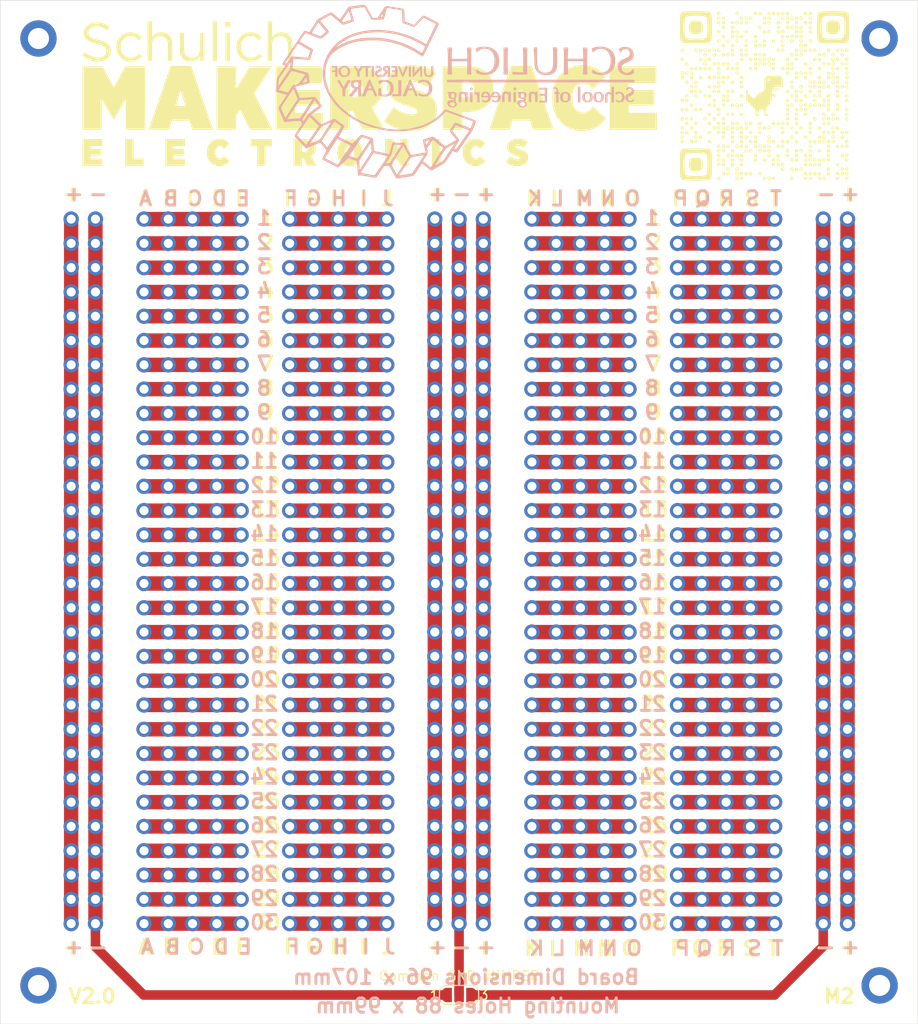
<source format=kicad_pcb>
(kicad_pcb (version 20240108) (generator "pcbnew") (generator_version "8.0")
  (layers (0 "F.Cu" signal) (31 "B.Cu" signal) (34 "B.Paste" user) (35 "F.Paste" user) (36 "B.SilkS" user "B.Silkscreen") (37 "F.SilkS" user "F.Silkscreen") (38 "B.Mask" user) (39 "F.Mask" user) (44 "Edge.Cuts" user))
  (net 0 "")
  (footprint "SparkFun-Connector:1x01" (layer "F.Cu") (at 160.7 124)
    (property "Reference" "Ref**165" (hide yes))
    (property "Value" "Val**" (hide yes))
  )
  (footprint "SparkFun-Connector:1x01" (layer "F.Cu") (at 135.36 126.54)
    (property "Reference" "Ref**170" (hide yes))
    (property "Value" "Val**" (hide yes))
  )
  (footprint "SparkFun-Connector:1x01" (layer "F.Cu") (at 137.9 78.28)
    (property "Reference" "Ref**76" (hide yes))
    (property "Value" "Val**" (hide yes))
  )
  (footprint "SparkFun-Connector:1x01" (layer "F.Cu") (at 165.78 78.28)
    (property "Reference" "Ref**77" (hide yes))
    (property "Value" "Val**" (hide yes))
  )
  (footprint "SparkFun-Connector:1x01" (layer "F.Cu") (at 188.64 80.82)
    (property "Reference" "Ref**21" (hide yes))
    (property "Value" "Val**" (hide yes))
  )
  (footprint "SparkFun-Connector:1x01" (layer "F.Cu") (at 158.16 52.88)
    (property "Reference" "Ref**24" (hide yes))
    (property "Value" "Val**" (hide yes))
  )
  (footprint "SparkFun-Connector:1x01" (layer "F.Cu") (at 132.82 106.22)
    (property "Reference" "Ref**129" (hide yes))
    (property "Value" "Val**" (hide yes))
  )
  (footprint "SparkFun-Connector:1x01" (layer "F.Cu") (at 148 83.36)
    (property "Reference" "Ref**22" (hide yes))
    (property "Value" "Val**" (hide yes))
  )
  (footprint "SparkFun-Connector:1x01" (layer "F.Cu") (at 120.12 57.96)
    (property "Reference" "Ref**35" (hide yes))
    (property "Value" "Val**" (hide yes))
  )
  (footprint "SparkFun-Connector:1x01" (layer "F.Cu") (at 145.46 55.42)
    (property "Reference" "Ref**7" (hide yes))
    (property "Value" "Val**" (hide yes))
  )
  (footprint "SparkFun-Connector:1x01" (layer "F.Cu") (at 140.44 85.9)
    (property "Reference" "Ref**92" (hide yes))
    (property "Value" "Val**" (hide yes))
  )
  (footprint "SparkFun-Connector:1x01" (layer "F.Cu") (at 109.96 101.14)
    (property "Reference" "Ref**11" (hide yes))
    (property "Value" "Val**" (hide yes))
  )
  (footprint "SparkFun-Connector:1x01" (layer "F.Cu") (at 125.2 78.28)
    (property "Reference" "Ref**77" (hide yes))
    (property "Value" "Val**" (hide yes))
  )
  (footprint "SparkFun-Connector:1x01" (layer "F.Cu") (at 115.04 70.66)
    (property "Reference" "Ref**58" (hide yes))
    (property "Value" "Val**" (hide yes))
  )
  (footprint "SparkFun-Connector:1x01" (layer "F.Cu") (at 181.02 118.92)
    (property "Reference" "Ref**157" (hide yes))
    (property "Value" "Val**" (hide yes))
  )
  (footprint "SparkFun-Connector:1x01" (layer "F.Cu") (at 163.24 68.12)
    (property "Reference" "Ref**56" (hide yes))
    (property "Value" "Val**" (hide yes))
  )
  (footprint "SparkFun-Connector:1x01" (layer "F.Cu") (at 181.02 65.58)
    (property "Reference" "Ref**52" (hide yes))
    (property "Value" "Val**" (hide yes))
  )
  (footprint "SparkFun-Connector:1x01" (layer "F.Cu") (at 137.9 118.92)
    (property "Reference" "Ref**156" (hide yes))
    (property "Value" "Val**" (hide yes))
  )
  (footprint "SparkFun-Connector:1x01" (layer "F.Cu") (at 163.24 90.98)
    (property "Reference" "Ref**101" (hide yes))
    (property "Value" "Val**" (hide yes))
  )
  (footprint "SparkFun-Connector:1x01" (layer "F.Cu") (at 186.1 55.42)
    (property "Reference" "Ref**6" (hide yes))
    (property "Value" "Val**" (hide yes))
  )
  (footprint "SparkFun-Connector:1x01" (layer "F.Cu") (at 122.66 121.46)
    (property "Reference" "Ref**161" (hide yes))
    (property "Value" "Val**" (hide yes))
  )
  (footprint "SparkFun-Connector:1x01" (layer "F.Cu") (at 120.12 75.74)
    (property "Reference" "Ref**70" (hide yes))
    (property "Value" "Val**" (hide yes))
  )
  (footprint "SparkFun-Connector:1x01" (layer "F.Cu") (at 122.66 60.5)
    (property "Reference" "Ref**41" (hide yes))
    (property "Value" "Val**" (hide yes))
  )
  (footprint "SparkFun-Connector:1x01" (layer "F.Cu") (at 117.58 124)
    (property "Reference" "Ref**164" (hide yes))
    (property "Value" "Val**" (hide yes))
  )
  (footprint "SparkFun-Connector:1x01" (layer "F.Cu") (at 148 55.42)
    (property "Reference" "Ref**6" (hide yes))
    (property "Value" "Val**" (hide yes))
  )
  (footprint "SparkFun-Connector:1x01" (layer "F.Cu") (at 132.82 108.76)
    (property "Reference" "Ref**134" (hide yes))
    (property "Value" "Val**" (hide yes))
  )
  (footprint "SparkFun-Connector:1x01" (layer "F.Cu") (at 155.62 75.74)
    (property "Reference" "Ref**68" (hide yes))
    (property "Value" "Val**" (hide yes))
  )
  (footprint "SparkFun-Connector:1x01" (layer "F.Cu") (at 163.24 113.84)
    (property "Reference" "Ref**146" (hide yes))
    (property "Value" "Val**" (hide yes))
  )
  (footprint "SparkFun-Connector:1x01" (layer "F.Cu") (at 107.42 80.82)
    (property "Reference" "Ref**20" (hide yes))
    (property "Value" "Val**" (hide yes))
  )
  (footprint "SparkFun-Connector:1x01" (layer "F.Cu") (at 145.52 90.98)
    (property "Reference" "Ref**23" (hide yes))
    (property "Value" "Val**" (hide yes))
  )
  (footprint "SparkFun-Connector:1x01" (layer "F.Cu") (at 170.86 63.04)
    (property "Reference" "Ref**43" (hide yes))
    (property "Value" "Val**" (hide yes))
  )
  (footprint "SparkFun-Connector:1x01" (layer "F.Cu") (at 155.62 55.42)
    (property "Reference" "Ref**28" (hide yes))
    (property "Value" "Val**" (hide yes))
  )
  (footprint "SparkFun-Connector:1x01" (layer "F.Cu") (at 122.66 70.66)
    (property "Reference" "Ref**61" (hide yes))
    (property "Value" "Val**" (hide yes))
  )
  (footprint "SparkFun-Connector:1x01" (layer "F.Cu") (at 122.66 118.92)
    (property "Reference" "Ref**156" (hide yes))
    (property "Value" "Val**" (hide yes))
  )
  (footprint "SparkFun-Connector:1x01" (layer "F.Cu") (at 186.1 78.28)
    (property "Reference" "Ref**18" (hide yes))
    (property "Value" "Val**" (hide yes))
  )
  (footprint "SparkFun-Connector:1x01" (layer "F.Cu") (at 188.64 113.84)
    (property "Reference" "Ref**21" (hide yes))
    (property "Value" "Val**" (hide yes))
  )
  (footprint "SparkFun-Connector:1x01" (layer "F.Cu") (at 181.02 106.22)
    (property "Reference" "Ref**132" (hide yes))
    (property "Value" "Val**" (hide yes))
  )
  (footprint "SparkFun-Connector:1x01" (layer "F.Cu") (at 178.48 126.54)
    (property "Reference" "Ref**171" (hide yes))
    (property "Value" "Val**" (hide yes))
  )
  (footprint "SparkFun-Connector:1x01" (layer "F.Cu") (at 173.4 126.54)
    (property "Reference" "Ref**169" (hide yes))
    (property "Value" "Val**" (hide yes))
  )
  (footprint "SparkFun-Connector:1x01" (layer "F.Cu") (at 117.58 73.2)
    (property "Reference" "Ref**64" (hide yes))
    (property "Value" "Val**" (hide yes))
  )
  (footprint "SparkFun-Connector:1x01" (layer "F.Cu") (at 120.12 111.3)
    (property "Reference" "Ref**140" (hide yes))
    (property "Value" "Val**" (hide yes))
  )
  (footprint "SparkFun-Connector:1x01" (layer "F.Cu") (at 135.36 106.22)
    (property "Reference" "Ref**130" (hide yes))
    (property "Value" "Val**" (hide yes))
  )
  (footprint "SparkFun-Connector:1x01" (layer "F.Cu") (at 132.82 57.96)
    (property "Reference" "Ref**34" (hide yes))
    (property "Value" "Val**" (hide yes))
  )
  (footprint "SparkFun-Connector:1x01" (layer "F.Cu") (at 155.62 108.76)
    (property "Reference" "Ref**133" (hide yes))
    (property "Value" "Val**" (hide yes))
  )
  (footprint "SparkFun-Connector:1x01" (layer "F.Cu") (at 150.54 80.82)
    (property "Reference" "Ref**21" (hide yes))
    (property "Value" "Val**" (hide yes))
  )
  (footprint "SparkFun-Connector:1x01" (layer "F.Cu") (at 132.82 68.12)
    (property "Reference" "Ref**54" (hide yes))
    (property "Value" "Val**" (hide yes))
  )
  (footprint "SparkFun-Connector:1x01" (layer "F.Cu") (at 137.9 88.44)
    (property "Reference" "Ref**96" (hide yes))
    (property "Value" "Val**" (hide yes))
  )
  (footprint "SparkFun-Connector:1x01" (layer "F.Cu") (at 137.9 106.22)
    (property "Reference" "Ref**131" (hide yes))
    (property "Value" "Val**" (hide yes))
  )
  (footprint "SparkFun-Connector:1x01" (layer "F.Cu") (at 120.12 101.14)
    (property "Reference" "Ref**120" (hide yes))
    (property "Value" "Val**" (hide yes))
  )
  (footprint "SparkFun-Connector:1x01" (layer "F.Cu") (at 148.06 90.98)
    (property "Reference" "Ref**23" (hide yes))
    (property "Value" "Val**" (hide yes))
  )
  (footprint "SparkFun-Connector:1x01" (layer "F.Cu") (at 107.42 108.76)
    (property "Reference" "Ref**16" (hide yes))
    (property "Value" "Val**" (hide yes))
  )
  (footprint "SparkFun-Connector:1x01" (layer "F.Cu") (at 115.04 52.88)
    (property "Reference" "Ref**4" (hide yes))
    (property "Value" "Val**" (hide yes))
  )
  (footprint "SparkFun-Connector:1x01" (layer "F.Cu") (at 109.96 70.66)
    (property "Reference" "Ref**19" (hide yes))
    (property "Value" "Val**" (hide yes))
  )
  (footprint "SparkFun-Connector:1x01" (layer "F.Cu") (at 150.6 85.9)
    (property "Reference" "Ref**19" (hide yes))
    (property "Value" "Val**" (hide yes))
  )
  (footprint "SparkFun-Connector:1x01" (layer "F.Cu") (at 188.64 116.38)
    (property "Reference" "Ref**23" (hide yes))
    (property "Value" "Val**" (hide yes))
  )
  (footprint "SparkFun-Connector:1x01" (layer "F.Cu") (at 173.4 101.14)
    (property "Reference" "Ref**119" (hide yes))
    (property "Value" "Val**" (hide yes))
  )
  (footprint "SparkFun-Connector:1x01" (layer "F.Cu") (at 160.7 57.96)
    (property "Reference" "Ref**35" (hide yes))
    (property "Value" "Val**" (hide yes))
  )
  (footprint "SparkFun-Connector:1x01" (layer "F.Cu") (at 188.64 124)
    (property "Reference" "Ref**23" (hide yes))
    (property "Value" "Val**" (hide yes))
  )
  (footprint "SparkFun-Connector:1x01" (layer "F.Cu") (at 178.48 101.14)
    (property "Reference" "Ref**121" (hide yes))
    (property "Value" "Val**" (hide yes))
  )
  (footprint "SparkFun-Connector:1x01" (layer "F.Cu") (at 117.58 75.74)
    (property "Reference" "Ref**69" (hide yes))
    (property "Value" "Val**" (hide yes))
  )
  (footprint "SparkFun-Connector:1x01" (layer "F.Cu") (at 150.54 124)
    (property "Reference" "Ref**23" (hide yes))
    (property "Value" "Val**" (hide yes))
  )
  (footprint "SparkFun-Connector:1x01" (layer "F.Cu") (at 150.54 116.38)
    (property "Reference" "Ref**23" (hide yes))
    (property "Value" "Val**" (hide yes))
  )
  (footprint "SparkFun-Connector:1x01" (layer "F.Cu") (at 158.16 75.74)
    (property "Reference" "Ref**69" (hide yes))
    (property "Value" "Val**" (hide yes))
  )
  (footprint "SparkFun-Connector:1x01" (layer "F.Cu") (at 186.1 70.66)
    (property "Reference" "Ref**18" (hide yes))
    (property "Value" "Val**" (hide yes))
  )
  (footprint "SparkFun-Connector:1x01" (layer "F.Cu") (at 188.64 63.04)
    (property "Reference" "Ref**13" (hide yes))
    (property "Value" "Val**" (hide yes))
  )
  (footprint "SparkFun-Connector:1x01" (layer "F.Cu") (at 132.82 103.68)
    (property "Reference" "Ref**124" (hide yes))
    (property "Value" "Val**" (hide yes))
  )
  (footprint "SparkFun-Connector:1x01" (layer "F.Cu") (at 158.16 101.14)
    (property "Reference" "Ref**119" (hide yes))
    (property "Value" "Val**" (hide yes))
  )
  (footprint "SparkFun-Connector:1x01" (layer "F.Cu") (at 137.9 113.84)
    (property "Reference" "Ref**146" (hide yes))
    (property "Value" "Val**" (hide yes))
  )
  (footprint "SparkFun-Connector:1x01" (layer "F.Cu") (at 117.58 85.9)
    (property "Reference" "Ref**89" (hide yes))
    (property "Value" "Val**" (hide yes))
  )
  (footprint "SparkFun-Connector:1x01" (layer "F.Cu") (at 165.78 83.36)
    (property "Reference" "Ref**87" (hide yes))
    (property "Value" "Val**" (hide yes))
  )
  (footprint "SparkFun-Connector:1x01" (layer "F.Cu") (at 148 121.46)
    (property "Reference" "Ref**20" (hide yes))
    (property "Value" "Val**" (hide yes))
  )
  (footprint "SparkFun-Connector:1x01" (layer "F.Cu") (at 120.12 60.5)
    (property "Reference" "Ref**40" (hide yes))
    (property "Value" "Val**" (hide yes))
  )
  (footprint "SparkFun-Connector:1x01" (layer "F.Cu") (at 122.66 52.88)
    (property "Reference" "Ref**26" (hide yes))
    (property "Value" "Val**" (hide yes))
  )
  (footprint "SparkFun-Connector:1x01" (layer "F.Cu") (at 122.66 75.74)
    (property "Reference" "Ref**71" (hide yes))
    (property "Value" "Val**" (hide yes))
  )
  (footprint "SparkFun-Connector:1x01" (layer "F.Cu") (at 120.12 90.98)
    (property "Reference" "Ref**100" (hide yes))
    (property "Value" "Val**" (hide yes))
  )
  (footprint "SparkFun-Connector:1x01" (layer "F.Cu") (at 155.62 93.52)
    (property "Reference" "Ref**103" (hide yes))
    (property "Value" "Val**" (hide yes))
  )
  (footprint "SparkFun-Connector:1x01" (layer "F.Cu") (at 150.54 93.52)
    (property "Reference" "Ref**5" (hide yes))
    (property "Value" "Val**" (hide yes))
  )
  (footprint "SparkFun-Connector:1x01" (layer "F.Cu") (at 130.28 108.76)
    (property "Reference" "Ref**133" (hide yes))
    (property "Value" "Val**" (hide yes))
  )
  (footprint "SparkFun-Connector:1x01" (layer "F.Cu") (at 125.2 103.68)
    (property "Reference" "Ref**127" (hide yes))
    (property "Value" "Val**" (hide yes))
  )
  (footprint "SparkFun-Connector:1x01" (layer "F.Cu") (at 115.04 88.44)
    (property "Reference" "Ref**93" (hide yes))
    (property "Value" "Val**" (hide yes))
  )
  (footprint "SparkFun-Connector:1x01" (layer "F.Cu") (at 109.96 80.82)
    (property "Reference" "Ref**21" (hide yes))
    (property "Value" "Val**" (hide yes))
  )
  (footprint "SparkFun-Connector:1x01" (layer "F.Cu") (at 122.66 85.9)
    (property "Reference" "Ref**91" (hide yes))
    (property "Value" "Val**" (hide yes))
  )
  (footprint "SparkFun-Connector:1x01" (layer "F.Cu") (at 165.78 124)
    (property "Reference" "Ref**167" (hide yes))
    (property "Value" "Val**" (hide yes))
  )
  (footprint "SparkFun-Connector:1x01" (layer "F.Cu") (at 125.2 121.46)
    (property "Reference" "Ref**162" (hide yes))
    (property "Value" "Val**" (hide yes))
  )
  (footprint "SparkFun-Connector:1x01" (layer "F.Cu") (at 125.2 68.12)
    (property "Reference" "Ref**57" (hide yes))
    (property "Value" "Val**" (hide yes))
  )
  (footprint "SparkFun-Connector:1x01" (layer "F.Cu") (at 120.12 113.84)
    (property "Reference" "Ref**145" (hide yes))
    (property "Value" "Val**" (hide yes))
  )
  (footprint "SparkFun-Connector:1x01" (layer "F.Cu") (at 188.64 96.06)
    (property "Reference" "Ref**7" (hide yes))
    (property "Value" "Val**" (hide yes))
  )
  (footprint "SparkFun-Connector:1x01" (layer "F.Cu") (at 150.54 113.84)
    (property "Reference" "Ref**21" (hide yes))
    (property "Value" "Val**" (hide yes))
  )
  (footprint "SparkFun-Connector:1x01" (layer "F.Cu") (at 178.48 75.74)
    (property "Reference" "Ref**71" (hide yes))
    (property "Value" "Val**" (hide yes))
  )
  (footprint "SparkFun-Connector:1x01" (layer "F.Cu") (at 163.24 121.46)
    (property "Reference" "Ref**161" (hide yes))
    (property "Value" "Val**" (hide yes))
  )
  (footprint "SparkFun-Connector:1x01" (layer "F.Cu") (at 145.46 70.66)
    (property "Reference" "Ref**19" (hide yes))
    (property "Value" "Val**" (hide yes))
  )
  (footprint "SparkFun-Connector:1x01" (layer "F.Cu") (at 140.44 52.88)
    (property "Reference" "Ref**27" (hide yes))
    (property "Value" "Val**" (hide yes))
  )
  (footprint "SparkFun-Connector:1x01" (layer "F.Cu") (at 178.48 93.52)
    (property "Reference" "Ref**106" (hide yes))
    (property "Value" "Val**" (hide yes))
  )
  (footprint "SparkFun-Connector:1x01" (layer "F.Cu") (at 117.58 63.04)
    (property "Reference" "Ref**44" (hide yes))
    (property "Value" "Val**" (hide yes))
  )
  (footprint "SparkFun-Connector:1x01" (layer "F.Cu") (at 122.66 96.06)
    (property "Reference" "Ref**111" (hide yes))
    (property "Value" "Val**" (hide yes))
  )
  (footprint "SparkFun-Connector:1x01" (layer "F.Cu") (at 170.86 55.42)
    (property "Reference" "Ref**28" (hide yes))
    (property "Value" "Val**" (hide yes))
  )
  (footprint "SparkFun-Connector:1x01" (layer "F.Cu") (at 186.1 118.92)
    (property "Reference" "Ref**18" (hide yes))
    (property "Value" "Val**" (hide yes))
  )
  (footprint "SparkFun-Connector:1x01" (layer "F.Cu") (at 107.42 126.54)
    (property "Reference" "Ref**22" (hide yes))
    (property "Value" "Val**" (hide yes))
  )
  (footprint "SparkFun-Connector:1x01" (layer "F.Cu") (at 148 52.88)
    (property "Reference" "Ref**4" (hide yes))
    (property "Value" "Val**" (hide yes))
  )
  (footprint "SparkFun-Connector:1x01" (layer "F.Cu") (at 137.9 75.74)
    (property "Reference" "Ref**71" (hide yes))
    (property "Value" "Val**" (hide yes))
  )
  (footprint "SparkFun-Connector:1x01" (layer "F.Cu") (at 148 103.68)
    (property "Reference" "Ref**12" (hide yes))
    (property "Value" "Val**" (hide yes))
  )
  (footprint "SparkFun-Connector:1x01" (layer "F.Cu") (at 165.78 93.52)
    (property "Reference" "Ref**107" (hide yes))
    (property "Value" "Val**" (hide yes))
  )
  (footprint "SparkFun-Connector:1x01" (layer "F.Cu") (at 120.12 116.38)
    (property "Reference" "Ref**150" (hide yes))
    (property "Value" "Val**" (hide yes))
  )
  (footprint "SparkFun-Connector:1x01" (layer "F.Cu") (at 137.9 90.98)
    (property "Reference" "Ref**101" (hide yes))
    (property "Value" "Val**" (hide yes))
  )
  (footprint "SparkFun-Connector:1x01" (layer "F.Cu") (at 165.78 57.96)
    (property "Reference" "Ref**37" (hide yes))
    (property "Value" "Val**" (hide yes))
  )
  (footprint "SparkFun-Connector:1x01" (layer "F.Cu") (at 173.4 68.12)
    (property "Reference" "Ref**54" (hide yes))
    (property "Value" "Val**" (hide yes))
  )
  (footprint "SparkFun-Connector:1x01" (layer "F.Cu") (at 120.12 88.44)
    (property "Reference" "Ref**95" (hide yes))
    (property "Value" "Val**" (hide yes))
  )
  (footprint "SparkFun-Connector:1x01" (layer "F.Cu") (at 109.96 63.04)
    (property "Reference" "Ref**13" (hide yes))
    (property "Value" "Val**" (hide yes))
  )
  (footprint "SparkFun-Connector:1x01" (layer "F.Cu") (at 150.54 111.3)
    (property "Reference" "Ref**19" (hide yes))
    (property "Value" "Val**" (hide yes))
  )
  (footprint "SparkFun-Connector:1x01" (layer "F.Cu") (at 178.48 121.46)
    (property "Reference" "Ref**161" (hide yes))
    (property "Value" "Val**" (hide yes))
  )
  (footprint "SparkFun-Connector:1x01" (layer "F.Cu") (at 178.48 106.22)
    (property "Reference" "Ref**131" (hide yes))
    (property "Value" "Val**" (hide yes))
  )
  (footprint "SparkFun-Connector:1x01" (layer "F.Cu") (at 109.96 73.2)
    (property "Reference" "Ref**21" (hide yes))
    (property "Value" "Val**" (hide yes))
  )
  (footprint "SparkFun-Connector:1x01" (layer "F.Cu") (at 181.02 90.98)
    (property "Reference" "Ref**102" (hide yes))
    (property "Value" "Val**" (hide yes))
  )
  (footprint "SparkFun-Connector:1x01" (layer "F.Cu") (at 158.16 80.82)
    (property "Reference" "Ref**79" (hide yes))
    (property "Value" "Val**" (hide yes))
  )
  (footprint "SparkFun-Connector:1x01" (layer "F.Cu") (at 125.2 98.6)
    (property "Reference" "Ref**117" (hide yes))
    (property "Value" "Val**" (hide yes))
  )
  (footprint "SparkFun-Connector:1x01" (layer "F.Cu") (at 160.7 118.92)
    (property "Reference" "Ref**155" (hide yes))
    (property "Value" "Val**" (hide yes))
  )
  (footprint "SparkFun-Connector:1x01" (layer "F.Cu") (at 135.36 80.82)
    (property "Reference" "Ref**80" (hide yes))
    (property "Value" "Val**" (hide yes))
  )
  (footprint "SparkFun-Connector:1x01" (layer "F.Cu") (at 178.48 63.04)
    (property "Reference" "Ref**46" (hide yes))
    (property "Value" "Val**" (hide yes))
  )
  (footprint "SparkFun-Connector:1x01" (layer "F.Cu") (at 145.46 63.04)
    (property "Reference" "Ref**13" (hide yes))
    (property "Value" "Val**" (hide yes))
  )
  (footprint "SparkFun-Connector:1x01" (layer "F.Cu") (at 109.96 60.5)
    (property "Reference" "Ref**11" (hide yes))
    (property "Value" "Val**" (hide yes))
  )
  (footprint "SparkFun-Connector:1x01" (layer "F.Cu") (at 130.28 73.2)
    (property "Reference" "Ref**63" (hide yes))
    (property "Value" "Val**" (hide yes))
  )
  (footprint "SparkFun-Connector:1x01" (layer "F.Cu") (at 175.94 70.66)
    (property "Reference" "Ref**60" (hide yes))
    (property "Value" "Val**" (hide yes))
  )
  (footprint "SparkFun-Connector:1x01" (layer "F.Cu") (at 132.82 73.2)
    (property "Reference" "Ref**64" (hide yes))
    (property "Value" "Val**" (hide yes))
  )
  (footprint "SparkFun-Connector:1x01" (layer "F.Cu") (at 158.16 85.9)
    (property "Reference" "Ref**89" (hide yes))
    (property "Value" "Val**" (hide yes))
  )
  (footprint "SparkFun-Connector:1x01" (layer "F.Cu") (at 163.24 70.66)
    (property "Reference" "Ref**61" (hide yes))
    (property "Value" "Val**" (hide yes))
  )
  (footprint "SparkFun-Connector:1x01" (layer "F.Cu") (at 135.36 118.92)
    (property "Reference" "Ref**155" (hide yes))
    (property "Value" "Val**" (hide yes))
  )
  (footprint "SparkFun-Connector:1x01" (layer "F.Cu") (at 135.36 70.66)
    (property "Reference" "Ref**60" (hide yes))
    (property "Value" "Val**" (hide yes))
  )
  (footprint "SparkFun-Connector:1x01" (layer "F.Cu") (at 186.1 96.06)
    (property "Reference" "Ref**6" (hide yes))
    (property "Value" "Val**" (hide yes))
  )
  (footprint "SparkFun-Connector:1x01" (layer "F.Cu") (at 109.96 124)
    (property "Reference" "Ref**23" (hide yes))
    (property "Value" "Val**" (hide yes))
  )
  (footprint "SparkFun-Connector:1x01" (layer "F.Cu") (at 135.36 96.06)
    (property "Reference" "Ref**110" (hide yes))
    (property "Value" "Val**" (hide yes))
  )
  (footprint "SparkFun-Connector:1x01" (layer "F.Cu") (at 188.64 57.96)
    (property "Reference" "Ref**9" (hide yes))
    (property "Value" "Val**" (hide yes))
  )
  (footprint "SparkFun-Connector:1x01" (layer "F.Cu") (at 135.36 98.6)
    (property "Reference" "Ref**115" (hide yes))
    (property "Value" "Val**" (hide yes))
  )
  (footprint "SparkFun-Connector:1x01" (layer "F.Cu") (at 186.1 75.74)
    (property "Reference" "Ref**22" (hide yes))
    (property "Value" "Val**" (hide yes))
  )
  (footprint "SparkFun-Connector:1x01" (layer "F.Cu") (at 140.44 70.66)
    (property "Reference" "Ref**62" (hide yes))
    (property "Value" "Val**" (hide yes))
  )
  (footprint "SparkFun-Connector:1x01" (layer "F.Cu") (at 122.66 108.76)
    (property "Reference" "Ref**136" (hide yes))
    (property "Value" "Val**" (hide yes))
  )
  (footprint "SparkFun-Connector:1x01" (layer "F.Cu") (at 173.4 75.74)
    (property "Reference" "Ref**69" (hide yes))
    (property "Value" "Val**" (hide yes))
  )
  (footprint "SparkFun-Connector:1x01" (layer "F.Cu") (at 188.64 83.36)
    (property "Reference" "Ref**23" (hide yes))
    (property "Value" "Val**" (hide yes))
  )
  (footprint "SparkFun-Connector:1x01" (layer "F.Cu") (at 163.24 83.36)
    (property "Reference" "Ref**86" (hide yes))
    (property "Value" "Val**" (hide yes))
  )
  (footprint "SparkFun-Connector:1x01" (layer "F.Cu") (at 175.94 85.9)
    (property "Reference" "Ref**90" (hide yes))
    (property "Value" "Val**" (hide yes))
  )
  (footprint "SparkFun-Connector:1x01" (layer "F.Cu") (at 115.04 111.3)
    (property "Reference" "Ref**138" (hide yes))
    (property "Value" "Val**" (hide yes))
  )
  (footprint "SparkFun-Connector:1x01" (layer "F.Cu") (at 132.82 88.44)
    (property "Reference" "Ref**94" (hide yes))
    (property "Value" "Val**" (hide yes))
  )
  (footprint "SparkFun-Connector:1x01" (layer "F.Cu") (at 117.58 55.42)
    (property "Reference" "Ref**29" (hide yes))
    (property "Value" "Val**" (hide yes))
  )
  (footprint "SparkFun-Connector:1x01" (layer "F.Cu") (at 140.44 98.6)
    (property "Reference" "Ref**117" (hide yes))
    (property "Value" "Val**" (hide yes))
  )
  (footprint "SparkFun-Connector:1x01" (layer "F.Cu") (at 158.16 93.52)
    (property "Reference" "Ref**104" (hide yes))
    (property "Value" "Val**" (hide yes))
  )
  (footprint "SparkFun-Connector:1x01" (layer "F.Cu") (at 170.86 65.58)
    (property "Reference" "Ref**48" (hide yes))
    (property "Value" "Val**" (hide yes))
  )
  (footprint "SparkFun-Connector:1x01" (layer "F.Cu") (at 150.54 121.46)
    (property "Reference" "Ref**21" (hide yes))
    (property "Value" "Val**" (hide yes))
  )
  (footprint "SparkFun-Connector:1x01" (layer "F.Cu") (at 130.28 106.22)
    (property "Reference" "Ref**128" (hide yes))
    (property "Value" "Val**" (hide yes))
  )
  (footprint "SparkFun-Connector:1x01" (layer "F.Cu") (at 130.28 70.66)
    (property "Reference" "Ref**58" (hide yes))
    (property "Value" "Val**" (hide yes))
  )
  (footprint "SparkFun-Connector:1x01" (layer "F.Cu") (at 122.66 57.96)
    (property "Reference" "Ref**36" (hide yes))
    (property "Value" "Val**" (hide yes))
  )
  (footprint "SparkFun-Connector:1x01" (layer "F.Cu") (at 135.36 65.58)
    (property "Reference" "Ref**50" (hide yes))
    (property "Value" "Val**" (hide yes))
  )
  (footprint "SparkFun-Connector:1x01" (layer "F.Cu") (at 148 78.28)
    (property "Reference" "Ref**18" (hide yes))
    (property "Value" "Val**" (hide yes))
  )
  (footprint "SparkFun-Connector:1x01" (layer "F.Cu") (at 137.9 101.14)
    (property "Reference" "Ref**121" (hide yes))
    (property "Value" "Val**" (hide yes))
  )
  (footprint "SparkFun-Connector:1x01" (layer "F.Cu") (at 120.12 63.04)
    (property "Reference" "Ref**45" (hide yes))
    (property "Value" "Val**" (hide yes))
  )
  (footprint "SparkFun-Connector:1x01" (layer "F.Cu") (at 145.46 106.22)
    (property "Reference" "Ref**15" (hide yes))
    (property "Value" "Val**" (hide yes))
  )
  (footprint "SparkFun-Connector:1x01" (layer "F.Cu") (at 160.7 55.42)
    (property "Reference" "Ref**30" (hide yes))
    (property "Value" "Val**" (hide yes))
  )
  (footprint "SparkFun-Connector:1x01" (layer "F.Cu") (at 181.02 73.2)
    (property "Reference" "Ref**67" (hide yes))
    (property "Value" "Val**" (hide yes))
  )
  (footprint "SparkFun-Connector:1x01" (layer "F.Cu") (at 145.46 126.54)
    (property "Reference" "Ref**23" (hide yes))
    (property "Value" "Val**" (hide yes))
  )
  (footprint "SparkFun-Connector:1x01" (layer "F.Cu") (at 148 118.92)
    (property "Reference" "Ref**18" (hide yes))
    (property "Value" "Val**" (hide yes))
  )
  (footprint "SparkFun-Connector:1x01" (layer "F.Cu") (at 160.7 103.68)
    (property "Reference" "Ref**125" (hide yes))
    (property "Value" "Val**" (hide yes))
  )
  (footprint "SparkFun-Connector:1x01" (layer "F.Cu") (at 117.58 93.52)
    (property "Reference" "Ref**104" (hide yes))
    (property "Value" "Val**" (hide yes))
  )
  (footprint "SparkFun-Connector:1x01" (layer "F.Cu") (at 135.36 93.52)
    (property "Reference" "Ref**105" (hide yes))
    (property "Value" "Val**" (hide yes))
  )
  (footprint "SparkFun-Connector:1x01" (layer "F.Cu") (at 117.58 88.44)
    (property "Reference" "Ref**94" (hide yes))
    (property "Value" "Val**" (hide yes))
  )
  (footprint "SparkFun-Connector:1x01" (layer "F.Cu") (at 163.24 55.42)
    (property "Reference" "Ref**31" (hide yes))
    (property "Value" "Val**" (hide yes))
  )
  (footprint "SparkFun-Connector:1x01" (layer "F.Cu") (at 173.4 113.84)
    (property "Reference" "Ref**144" (hide yes))
    (property "Value" "Val**" (hide yes))
  )
  (footprint "SparkFun-Connector:1x01" (layer "F.Cu") (at 140.44 106.22)
    (property "Reference" "Ref**132" (hide yes))
    (property "Value" "Val**" (hide yes))
  )
  (footprint "SparkFun-Connector:1x01" (layer "F.Cu") (at 107.42 101.14)
    (property "Reference" "Ref**10" (hide yes))
    (property "Value" "Val**" (hide yes))
  )
  (footprint "SparkFun-Connector:1x01" (layer "F.Cu") (at 140.44 57.96)
    (property "Reference" "Ref**37" (hide yes))
    (property "Value" "Val**" (hide yes))
  )
  (footprint "SparkFun-Connector:1x01" (layer "F.Cu") (at 160.7 63.04)
    (property "Reference" "Ref**45" (hide yes))
    (property "Value" "Val**" (hide yes))
  )
  (footprint "SparkFun-Connector:1x01" (layer "F.Cu") (at 158.16 124)
    (property "Reference" "Ref**164" (hide yes))
    (property "Value" "Val**" (hide yes))
  )
  (footprint "SparkFun-Connector:1x01" (layer "F.Cu") (at 150.54 73.2)
    (property "Reference" "Ref**21" (hide yes))
    (property "Value" "Val**" (hide yes))
  )
  (footprint "SparkFun-Connector:1x01" (layer "F.Cu") (at 158.16 55.42)
    (property "Reference" "Ref**29" (hide yes))
    (property "Value" "Val**" (hide yes))
  )
  (footprint "SparkFun-Connector:1x01" (layer "F.Cu") (at 181.02 116.38)
    (property "Reference" "Ref**152" (hide yes))
    (property "Value" "Val**" (hide yes))
  )
  (footprint "SparkFun-Connector:1x01" (layer "F.Cu") (at 122.66 116.38)
    (property "Reference" "Ref**151" (hide yes))
    (property "Value" "Val**" (hide yes))
  )
  (footprint "SparkFun-Connector:1x01" (layer "F.Cu") (at 160.7 85.9)
    (property "Reference" "Ref**90" (hide yes))
    (property "Value" "Val**" (hide yes))
  )
  (footprint "SparkFun-Connector:1x01" (layer "F.Cu") (at 120.12 85.9)
    (property "Reference" "Ref**90" (hide yes))
    (property "Value" "Val**" (hide yes))
  )
  (footprint "SparkFun-Connector:1x01" (layer "F.Cu") (at 115.04 126.54)
    (property "Reference" "Ref**168" (hide yes))
    (property "Value" "Val**" (hide yes))
  )
  (footprint "SparkFun-Connector:1x01" (layer "F.Cu") (at 125.2 70.66)
    (property "Reference" "Ref**62" (hide yes))
    (property "Value" "Val**" (hide yes))
  )
  (footprint "SparkFun-Connector:1x01" (layer "F.Cu") (at 163.24 78.28)
    (property "Reference" "Ref**76" (hide yes))
    (property "Value" "Val**" (hide yes))
  )
  (footprint "SparkFun-Connector:1x01" (layer "F.Cu") (at 178.48 113.84)
    (property "Reference" "Ref**146" (hide yes))
    (property "Value" "Val**" (hide yes))
  )
  (footprint "SparkFun-Connector:1x01" (layer "F.Cu") (at 155.62 52.88)
    (property "Reference" "Ref**4" (hide yes))
    (property "Value" "Val**" (hide yes))
  )
  (footprint "SparkFun-Connector:1x01" (layer "F.Cu") (at 132.82 63.04)
    (property "Reference" "Ref**44" (hide yes))
    (property "Value" "Val**" (hide yes))
  )
  (footprint "SparkFun-Connector:1x01" (layer "F.Cu") (at 160.7 106.22)
    (property "Reference" "Ref**130" (hide yes))
    (property "Value" "Val**" (hide yes))
  )
  (footprint "Jumper:SolderJumper-3_P1.3mm_Open_RoundedPad1.0x1.5mm_NumberLabels" (layer "F.Cu") (at 148 134)
    (property "Reference" "Common GND JUMPER")
    (property "Value" "SolderJumper-3_P1.3mm_Open_RoundedPad1.0x1.5mm_NumberLabels" (hide yes))
  )
  (footprint "SparkFun-Connector:1x01" (layer "F.Cu") (at 173.4 108.76)
    (property "Reference" "Ref**134" (hide yes))
    (property "Value" "Val**" (hide yes))
  )
  (footprint "SparkFun-Connector:1x01" (layer "F.Cu") (at 170.86 106.22)
    (property "Reference" "Ref**128" (hide yes))
    (property "Value" "Val**" (hide yes))
  )
  (footprint "SparkFun-Connector:1x01" (layer "F.Cu") (at 155.62 73.2)
    (property "Reference" "Ref**63" (hide yes))
    (property "Value" "Val**" (hide yes))
  )
  (footprint "SparkFun-Connector:1x01" (layer "F.Cu") (at 140.44 96.06)
    (property "Reference" "Ref**112" (hide yes))
    (property "Value" "Val**" (hide yes))
  )
  (footprint "SparkFun-Connector:1x01" (layer "F.Cu") (at 145.46 101.14)
    (property "Reference" "Ref**11" (hide yes))
    (property "Value" "Val**" (hide yes))
  )
  (footprint "SparkFun-Connector:1x01" (layer "F.Cu") (at 170.86 108.76)
    (property "Reference" "Ref**133" (hide yes))
    (property "Value" "Val**" (hide yes))
  )
  (footprint "SparkFun-Connector:1x01" (layer "F.Cu") (at 120.12 121.46)
    (property "Reference" "Ref**160" (hide yes))
    (property "Value" "Val**" (hide yes))
  )
  (footprint "SparkFun-Connector:1x01" (layer "F.Cu") (at 165.78 88.44)
    (property "Reference" "Ref**97" (hide yes))
    (property "Value" "Val**" (hide yes))
  )
  (footprint "SparkFun-Connector:1x01" (layer "F.Cu") (at 188.64 65.58)
    (property "Reference" "Ref**15" (hide yes))
    (property "Value" "Val**" (hide yes))
  )
  (footprint "SparkFun-Connector:1x01" (layer "F.Cu") (at 188.64 73.2)
    (property "Reference" "Ref**21" (hide yes))
    (property "Value" "Val**" (hide yes))
  )
  (footprint "SparkFun-Connector:1x01" (layer "F.Cu") (at 163.24 80.82)
    (property "Reference" "Ref**81" (hide yes))
    (property "Value" "Val**" (hide yes))
  )
  (footprint "SparkFun-Connector:1x01" (layer "F.Cu") (at 170.86 80.82)
    (property "Reference" "Ref**78" (hide yes))
    (property "Value" "Val**" (hide yes))
  )
  (footprint "SparkFun-Connector:1x01" (layer "F.Cu") (at 148 80.82)
    (property "Reference" "Ref**20" (hide yes))
    (property "Value" "Val**" (hide yes))
  )
  (footprint "SparkFun-Connector:1x01" (layer "F.Cu") (at 115.04 90.98)
    (property "Reference" "Ref**98" (hide yes))
    (property "Value" "Val**" (hide yes))
  )
  (footprint "SparkFun-Connector:1x01" (layer "F.Cu") (at 148 57.96)
    (property "Reference" "Ref**8" (hide yes))
    (property "Value" "Val**" (hide yes))
  )
  (footprint "SparkFun-Connector:1x01" (layer "F.Cu") (at 115.04 103.68)
    (property "Reference" "Ref**123" (hide yes))
    (property "Value" "Val**" (hide yes))
  )
  (footprint "SparkFun-Connector:1x01" (layer "F.Cu") (at 150.6 90.98)
    (property "Reference" "Ref**23" (hide yes))
    (property "Value" "Val**" (hide yes))
  )
  (footprint "SparkFun-Connector:1x01" (layer "F.Cu") (at 170.86 57.96)
    (property "Reference" "Ref**33" (hide yes))
    (property "Value" "Val**" (hide yes))
  )
  (footprint "SparkFun-Connector:1x01" (layer "F.Cu") (at 130.28 55.42)
    (property "Reference" "Ref**28" (hide yes))
    (property "Value" "Val**" (hide yes))
  )
  (footprint "SparkFun-Connector:1x01" (layer "F.Cu") (at 175.94 121.46)
    (property "Reference" "Ref**160" (hide yes))
    (property "Value" "Val**" (hide yes))
  )
  (footprint "SparkFun-Connector:1x01" (layer "F.Cu") (at 165.78 121.46)
    (property "Reference" "Ref**162" (hide yes))
    (property "Value" "Val**" (hide yes))
  )
  (footprint "SparkFun-Connector:1x01" (layer "F.Cu") (at 173.4 98.6)
    (property "Reference" "Ref**114" (hide yes))
    (property "Value" "Val**" (hide yes))
  )
  (footprint "SparkFun-Connector:1x01" (layer "F.Cu") (at 125.2 90.98)
    (property "Reference" "Ref**102" (hide yes))
    (property "Value" "Val**" (hide yes))
  )
  (footprint "SparkFun-Connector:1x01" (layer "F.Cu") (at 165.78 126.54)
    (property "Reference" "Ref**172" (hide yes))
    (property "Value" "Val**" (hide yes))
  )
  (footprint "SparkFun-Connector:1x01" (layer "F.Cu") (at 173.4 124)
    (property "Reference" "Ref**164" (hide yes))
    (property "Value" "Val**" (hide yes))
  )
  (footprint "SparkFun-Connector:1x01" (layer "F.Cu") (at 115.04 60.5)
    (property "Reference" "Ref**38" (hide yes))
    (property "Value" "Val**" (hide yes))
  )
  (footprint "SparkFun-Connector:1x01" (layer "F.Cu") (at 186.1 68.12)
    (property "Reference" "Ref**16" (hide yes))
    (property "Value" "Val**" (hide yes))
  )
  (footprint "SparkFun-Connector:1x01" (layer "F.Cu") (at 158.16 73.2)
    (property "Reference" "Ref**64" (hide yes))
    (property "Value" "Val**" (hide yes))
  )
  (footprint "SparkFun-Connector:1x01" (layer "F.Cu") (at 109.96 108.76)
    (property "Reference" "Ref**17" (hide yes))
    (property "Value" "Val**" (hide yes))
  )
  (footprint "SparkFun-Connector:1x01" (layer "F.Cu") (at 150.54 78.28)
    (property "Reference" "Ref**19" (hide yes))
    (property "Value" "Val**" (hide yes))
  )
  (footprint "SparkFun-Connector:1x01" (layer "F.Cu") (at 115.04 85.9)
    (property "Reference" "Ref**88" (hide yes))
    (property "Value" "Val**" (hide yes))
  )
  (footprint "SparkFun-Connector:1x01" (layer "F.Cu") (at 160.7 78.28)
    (property "Reference" "Ref**75" (hide yes))
    (property "Value" "Val**" (hide yes))
  )
  (footprint "SparkFun-Connector:1x01" (layer "F.Cu") (at 163.24 124)
    (property "Reference" "Ref**166" (hide yes))
    (property "Value" "Val**" (hide yes))
  )
  (footprint "SparkFun-Connector:1x01" (layer "F.Cu") (at 175.94 68.12)
    (property "Reference" "Ref**55" (hide yes))
    (property "Value" "Val**" (hide yes))
  )
  (footprint "SparkFun-Connector:1x01" (layer "F.Cu") (at 125.2 124)
    (property "Reference" "Ref**167" (hide yes))
    (property "Value" "Val**" (hide yes))
  )
  (footprint "SparkFun-Connector:1x01" (layer "F.Cu") (at 109.96 118.92)
    (property "Reference" "Ref**19" (hide yes))
    (property "Value" "Val**" (hide yes))
  )
  (footprint "SparkFun-Connector:1x01" (layer "F.Cu") (at 117.58 80.82)
    (property "Reference" "Ref**79" (hide yes))
    (property "Value" "Val**" (hide yes))
  )
  (footprint "SparkFun-Connector:1x01" (layer "F.Cu") (at 181.02 103.68)
    (property "Reference" "Ref**127" (hide yes))
    (property "Value" "Val**" (hide yes))
  )
  (footprint "SparkFun-Connector:1x01" (layer "F.Cu") (at 150.54 118.92)
    (property "Reference" "Ref**19" (hide yes))
    (property "Value" "Val**" (hide yes))
  )
  (footprint "SparkFun-Connector:1x01" (layer "F.Cu") (at 122.66 80.82)
    (property "Reference" "Ref**81" (hide yes))
    (property "Value" "Val**" (hide yes))
  )
  (footprint "SparkFun-Connector:1x01" (layer "F.Cu") (at 148 111.3)
    (property "Reference" "Ref**18" (hide yes))
    (property "Value" "Val**" (hide yes))
  )
  (footprint "SparkFun-Connector:1x01" (layer "F.Cu") (at 130.28 116.38)
    (property "Reference" "Ref**148" (hide yes))
    (property "Value" "Val**" (hide yes))
  )
  (footprint "SparkFun-Connector:1x01" (layer "F.Cu") (at 165.78 80.82)
    (property "Reference" "Ref**82" (hide yes))
    (property "Value" "Val**" (hide yes))
  )
  (footprint "SparkFun-Connector:1x01" (layer "F.Cu") (at 148 63.04)
    (property "Reference" "Ref**12" (hide yes))
    (property "Value" "Val**" (hide yes))
  )
  (footprint "SparkFun-Connector:1x01" (layer "F.Cu") (at 137.9 111.3)
    (property "Reference" "Ref**141" (hide yes))
    (property "Value" "Val**" (hide yes))
  )
  (footprint "SparkFun-Connector:1x01" (layer "F.Cu") (at 170.86 113.84)
    (property "Reference" "Ref**143" (hide yes))
    (property "Value" "Val**" (hide yes))
  )
  (footprint "SparkFun-Connector:1x01" (layer "F.Cu") (at 170.86 96.06)
    (property "Reference" "Ref**108" (hide yes))
    (property "Value" "Val**" (hide yes))
  )
  (footprint "SparkFun-Connector:1x01" (layer "F.Cu") (at 178.48 57.96)
    (property "Reference" "Ref**36" (hide yes))
    (property "Value" "Val**" (hide yes))
  )
  (footprint "SparkFun-Connector:1x01" (layer "F.Cu") (at 158.16 116.38)
    (property "Reference" "Ref**149" (hide yes))
    (property "Value" "Val**" (hide yes))
  )
  (footprint "SparkFun-Connector:1x01" (layer "F.Cu") (at 178.48 83.36)
    (property "Reference" "Ref**86" (hide yes))
    (property "Value" "Val**" (hide yes))
  )
  (footprint "SparkFun-Connector:1x01" (layer "F.Cu") (at 107.42 57.96)
    (property "Reference" "Ref**8" (hide yes))
    (property "Value" "Val**" (hide yes))
  )
  (footprint "SparkFun-Connector:1x01" (layer "F.Cu") (at 107.42 96.06)
    (property "Reference" "Ref**6" (hide yes))
    (property "Value" "Val**" (hide yes))
  )
  (footprint "SparkFun-Connector:1x01" (layer "F.Cu") (at 135.36 90.98)
    (property "Reference" "Ref**100" (hide yes))
    (property "Value" "Val**" (hide yes))
  )
  (footprint "SparkFun-Connector:1x01" (layer "F.Cu") (at 160.7 116.38)
    (property "Reference" "Ref**150" (hide yes))
    (property "Value" "Val**" (hide yes))
  )
  (footprint "SparkFun-Connector:1x01" (layer "F.Cu") (at 120.12 65.58)
    (property "Reference" "Ref**50" (hide yes))
    (property "Value" "Val**" (hide yes))
  )
  (footprint "SparkFun-Connector:1x01" (layer "F.Cu") (at 132.82 55.42)
    (property "Reference" "Ref**29" (hide yes))
    (property "Value" "Val**" (hide yes))
  )
  (footprint "SparkFun-Connector:1x01" (layer "F.Cu") (at 130.28 96.06)
    (property "Reference" "Ref**108" (hide yes))
    (property "Value" "Val**" (hide yes))
  )
  (footprint "SparkFun-Connector:1x01" (layer "F.Cu") (at 148 126.54)
    (property "Reference" "Ref**22" (hide yes))
    (property "Value" "Val**" (hide yes))
  )
  (footprint "SparkFun-Connector:1x01" (layer "F.Cu") (at 145.46 52.88)
    (property "Reference" "Ref**5" (hide yes))
    (property "Value" "Val**" (hide yes))
  )
  (footprint "SparkFun-Connector:1x01" (layer "F.Cu") (at 158.16 108.76)
    (property "Reference" "Ref**134" (hide yes))
    (property "Value" "Val**" (hide yes))
  )
  (footprint "SparkFun-Connector:1x01" (layer "F.Cu") (at 122.66 68.12)
    (property "Reference" "Ref**56" (hide yes))
    (property "Value" "Val**" (hide yes))
  )
  (footprint "SparkFun-Connector:1x01" (layer "F.Cu") (at 160.7 52.88)
    (property "Reference" "Ref**25" (hide yes))
    (property "Value" "Val**" (hide yes))
  )
  (footprint "SparkFun-Connector:1x01" (layer "F.Cu") (at 130.28 75.74)
    (property "Reference" "Ref**68" (hide yes))
    (property "Value" "Val**" (hide yes))
  )
  (footprint "SparkFun-Connector:1x01" (layer "F.Cu") (at 178.48 68.12)
    (property "Reference" "Ref**56" (hide yes))
    (property "Value" "Val**" (hide yes))
  )
  (footprint "SparkFun-Connector:1x01" (layer "F.Cu") (at 140.44 68.12)
    (property "Reference" "Ref**57" (hide yes))
    (property "Value" "Val**" (hide yes))
  )
  (footprint "SparkFun-Connector:1x01" (layer "F.Cu") (at 173.4 57.96)
    (property "Reference" "Ref**34" (hide yes))
    (property "Value" "Val**" (hide yes))
  )
  (footprint "SparkFun-Connector:1x01" (layer "F.Cu") (at 173.4 96.06)
    (property "Reference" "Ref**109" (hide yes))
    (property "Value" "Val**" (hide yes))
  )
  (footprint "SparkFun-Connector:1x01" (layer "F.Cu") (at 170.86 124)
    (property "Reference" "Ref**163" (hide yes))
    (property "Value" "Val**" (hide yes))
  )
  (footprint "SparkFun-Connector:1x01" (layer "F.Cu") (at 120.12 98.6)
    (property "Reference" "Ref**115" (hide yes))
    (property "Value" "Val**" (hide yes))
  )
  (footprint "SparkFun-Connector:1x01" (layer "F.Cu") (at 137.9 93.52)
    (property "Reference" "Ref**106" (hide yes))
    (property "Value" "Val**" (hide yes))
  )
  (footprint "SparkFun-Connector:1x01" (layer "F.Cu") (at 186.16 88.44)
    (property "Reference" "Ref**21" (hide yes))
    (property "Value" "Val**" (hide yes))
  )
  (footprint "SparkFun-Connector:1x01" (layer "F.Cu") (at 125.2 126.54)
    (property "Reference" "Ref**172" (hide yes))
    (property "Value" "Val**" (hide yes))
  )
  (footprint "SparkFun-Connector:1x01" (layer "F.Cu") (at 140.44 55.42)
    (property "Reference" "Ref**32" (hide yes))
    (property "Value" "Val**" (hide yes))
  )
  (footprint "SparkFun-Connector:1x01" (layer "F.Cu") (at 181.02 111.3)
    (property "Reference" "Ref**142" (hide yes))
    (property "Value" "Val**" (hide yes))
  )
  (footprint "SparkFun-Connector:1x01" (layer "F.Cu") (at 181.02 113.84)
    (property "Reference" "Ref**147" (hide yes))
    (property "Value" "Val**" (hide yes))
  )
  (footprint "SparkFun-Connector:1x01" (layer "F.Cu") (at 130.28 93.52)
    (property "Reference" "Ref**103" (hide yes))
    (property "Value" "Val**" (hide yes))
  )
  (footprint "SparkFun-Connector:1x01" (layer "F.Cu") (at 115.04 78.28)
    (property "Reference" "Ref**73" (hide yes))
    (property "Value" "Val**" (hide yes))
  )
  (footprint "SparkFun-Connector:1x01" (layer "F.Cu") (at 137.9 65.58)
    (property "Reference" "Ref**51" (hide yes))
    (property "Value" "Val**" (hide yes))
  )
  (footprint "SparkFun-Connector:1x01" (layer "F.Cu") (at 117.58 116.38)
    (property "Reference" "Ref**149" (hide yes))
    (property "Value" "Val**" (hide yes))
  )
  (footprint "SparkFun-Connector:1x01" (layer "F.Cu") (at 181.02 78.28)
    (property "Reference" "Ref**77" (hide yes))
    (property "Value" "Val**" (hide yes))
  )
  (footprint "SparkFun-Connector:1x01" (layer "F.Cu") (at 150.54 101.14)
    (property "Reference" "Ref**11" (hide yes))
    (property "Value" "Val**" (hide yes))
  )
  (footprint "SparkFun-Connector:1x01" (layer "F.Cu") (at 137.9 80.82)
    (property "Reference" "Ref**81" (hide yes))
    (property "Value" "Val**" (hide yes))
  )
  (footprint "SparkFun-Connector:1x01" (layer "F.Cu") (at 188.7 88.44)
    (property "Reference" "Ref**21" (hide yes))
    (property "Value" "Val**" (hide yes))
  )
  (footprint "SparkFun-Connector:1x01" (layer "F.Cu") (at 145.46 57.96)
    (property "Reference" "Ref**9" (hide yes))
    (property "Value" "Val**" (hide yes))
  )
  (footprint "SparkFun-Connector:1x01" (layer "F.Cu") (at 140.44 83.36)
    (property "Reference" "Ref**87" (hide yes))
    (property "Value" "Val**" (hide yes))
  )
  (footprint "SparkFun-Connector:1x01" (layer "F.Cu") (at 173.4 93.52)
    (property "Reference" "Ref**104" (hide yes))
    (property "Value" "Val**" (hide yes))
  )
  (footprint "SparkFun-Connector:1x01" (layer "F.Cu") (at 188.64 103.68)
    (property "Reference" "Ref**13" (hide yes))
    (property "Value" "Val**" (hide yes))
  )
  (footprint "SparkFun-Connector:1x01" (layer "F.Cu") (at 115.04 101.14)
    (property "Reference" "Ref**118" (hide yes))
    (property "Value" "Val**" (hide yes))
  )
  (footprint "SparkFun-Connector:1x01" (layer "F.Cu") (at 170.86 85.9)
    (property "Reference" "Ref**88" (hide yes))
    (property "Value" "Val**" (hide yes))
  )
  (footprint "SparkFun-Connector:1x01" (layer "F.Cu") (at 170.86 118.92)
    (property "Reference" "Ref**153" (hide yes))
    (property "Value" "Val**" (hide yes))
  )
  (footprint "SparkFun-Connector:1x01" (layer "F.Cu") (at 109.96 83.36)
    (property "Reference" "Ref**23" (hide yes))
    (property "Value" "Val**" (hide yes))
  )
  (footprint "SparkFun-Connector:1x01" (layer "F.Cu") (at 148 113.84)
    (property "Reference" "Ref**20" (hide yes))
    (property "Value" "Val**" (hide yes))
  )
  (footprint "SparkFun-Connector:1x01" (layer "F.Cu") (at 115.04 68.12)
    (property "Reference" "Ref**53" (hide yes))
    (property "Value" "Val**" (hide yes))
  )
  (footprint "SparkFun-Connector:1x01" (layer "F.Cu") (at 165.78 96.06)
    (property "Reference" "Ref**112" (hide yes))
    (property "Value" "Val**" (hide yes))
  )
  (footprint "SparkFun-Connector:1x01" (layer "F.Cu") (at 181.02 75.74)
    (property "Reference" "Ref**72" (hide yes))
    (property "Value" "Val**" (hide yes))
  )
  (footprint "SparkFun-Connector:1x01" (layer "F.Cu") (at 120.12 80.82)
    (property "Reference" "Ref**80" (hide yes))
    (property "Value" "Val**" (hide yes))
  )
  (footprint "SparkFun-Connector:1x01" (layer "F.Cu") (at 155.62 124)
    (property "Reference" "Ref**163" (hide yes))
    (property "Value" "Val**" (hide yes))
  )
  (footprint "SparkFun-Connector:1x01" (layer "F.Cu") (at 188.64 126.54)
    (property "Reference" "Ref**23" (hide yes))
    (property "Value" "Val**" (hide yes))
  )
  (footprint "SparkFun-Connector:1x01" (layer "F.Cu") (at 173.4 80.82)
    (property "Reference" "Ref**79" (hide yes))
    (property "Value" "Val**" (hide yes))
  )
  (footprint "SparkFun-Connector:1x01" (layer "F.Cu") (at 130.28 88.44)
    (property "Reference" "Ref**93" (hide yes))
    (property "Value" "Val**" (hide yes))
  )
  (footprint "SparkFun-Connector:1x01" (layer "F.Cu") (at 132.82 98.6)
    (property "Reference" "Ref**114" (hide yes))
    (property "Value" "Val**" (hide yes))
  )
  (footprint "SparkFun-Connector:1x01" (layer "F.Cu") (at 158.16 118.92)
    (property "Reference" "Ref**154" (hide yes))
    (property "Value" "Val**" (hide yes))
  )
  (footprint "SparkFun-Connector:1x01" (layer "F.Cu") (at 173.4 116.38)
    (property "Reference" "Ref**149" (hide yes))
    (property "Value" "Val**" (hide yes))
  )
  (footprint "SparkFun-Connector:1x01" (layer "F.Cu") (at 122.66 106.22)
    (property "Reference" "Ref**131" (hide yes))
    (property "Value" "Val**" (hide yes))
  )
  (footprint "SparkFun-Connector:1x01" (layer "F.Cu") (at 160.7 65.58)
    (property "Reference" "Ref**50" (hide yes))
    (property "Value" "Val**" (hide yes))
  )
  (footprint "SparkFun-Connector:1x01" (layer "F.Cu") (at 178.48 60.5)
    (property "Reference" "Ref**41" (hide yes))
    (property "Value" "Val**" (hide yes))
  )
  (footprint "SparkFun-Connector:1x01" (layer "F.Cu") (at 163.24 108.76)
    (property "Reference" "Ref**136" (hide yes))
    (property "Value" "Val**" (hide yes))
  )
  (footprint "SparkFun-Connector:1x01" (layer "F.Cu") (at 137.9 103.68)
    (property "Reference" "Ref**126" (hide yes))
    (property "Value" "Val**" (hide yes))
  )
  (footprint "SparkFun-Connector:1x01" (layer "F.Cu") (at 115.04 113.84)
    (property "Reference" "Ref**143" (hide yes))
    (property "Value" "Val**" (hide yes))
  )
  (footprint "SparkFun-Connector:1x01" (layer "F.Cu") (at 109.96 96.06)
    (property "Reference" "Ref**7" (hide yes))
    (property "Value" "Val**" (hide yes))
  )
  (footprint "SparkFun-Connector:1x01" (layer "F.Cu") (at 170.86 93.52)
    (property "Reference" "Ref**103" (hide yes))
    (property "Value" "Val**" (hide yes))
  )
  (footprint "SparkFun-Connector:1x01" (layer "F.Cu") (at 132.82 126.54)
    (property "Reference" "Ref**169" (hide yes))
    (property "Value" "Val**" (hide yes))
  )
  (footprint "SparkFun-Connector:1x01" (layer "F.Cu") (at 165.78 116.38)
    (property "Reference" "Ref**152" (hide yes))
    (property "Value" "Val**" (hide yes))
  )
  (footprint "SparkFun-Connector:1x01" (layer "F.Cu") (at 170.86 103.68)
    (property "Reference" "Ref**123" (hide yes))
    (property "Value" "Val**" (hide yes))
  )
  (footprint "SparkFun-Connector:1x01" (layer "F.Cu") (at 148 65.58)
    (property "Reference" "Ref**14" (hide yes))
    (property "Value" "Val**" (hide yes))
  )
  (footprint "SparkFun-Connector:1x01" (layer "F.Cu") (at 155.62 101.14)
    (property "Reference" "Ref**118" (hide yes))
    (property "Value" "Val**" (hide yes))
  )
  (footprint "SparkFun-Connector:1x01" (layer "F.Cu") (at 163.24 103.68)
    (property "Reference" "Ref**126" (hide yes))
    (property "Value" "Val**" (hide yes))
  )
  (footprint "SparkFun-Connector:1x01" (layer "F.Cu") (at 170.86 68.12)
    (property "Reference" "Ref**53" (hide yes))
    (property "Value" "Val**" (hide yes))
  )
  (footprint "SparkFun-Connector:1x01" (layer "F.Cu") (at 120.12 55.42)
    (property "Reference" "Ref**30" (hide yes))
    (property "Value" "Val**" (hide yes))
  )
  (footprint "SparkFun-Connector:1x01" (layer "F.Cu") (at 160.7 83.36)
    (property "Reference" "Ref**85" (hide yes))
    (property "Value" "Val**" (hide yes))
  )
  (footprint "SparkFun-Connector:1x01" (layer "F.Cu") (at 132.82 65.58)
    (property "Reference" "Ref**49" (hide yes))
    (property "Value" "Val**" (hide yes))
  )
  (footprint "SparkFun-Connector:1x01" (layer "F.Cu") (at 158.16 83.36)
    (property "Reference" "Ref**84" (hide yes))
    (property "Value" "Val**" (hide yes))
  )
  (footprint "SparkFun-Connector:1x01" (layer "F.Cu") (at 137.9 55.42)
    (property "Reference" "Ref**31" (hide yes))
    (property "Value" "Val**" (hide yes))
  )
  (footprint "SparkFun-Connector:1x01" (layer "F.Cu") (at 150.54 75.74)
    (property "Reference" "Ref**23" (hide yes))
    (property "Value" "Val**" (hide yes))
  )
  (footprint "SparkFun-Connector:1x01" (layer "F.Cu") (at 130.28 113.84)
    (property "Reference" "Ref**143" (hide yes))
    (property "Value" "Val**" (hide yes))
  )
  (footprint "SparkFun-Connector:1x01" (layer "F.Cu") (at 130.28 103.68)
    (property "Reference" "Ref**123" (hide yes))
    (property "Value" "Val**" (hide yes))
  )
  (footprint "SparkFun-Connector:1x01" (layer "F.Cu") (at 181.02 101.14)
    (property "Reference" "Ref**122" (hide yes))
    (property "Value" "Val**" (hide yes))
  )
  (footprint "SparkFun-Connector:1x01" (layer "F.Cu") (at 109.96 90.98)
    (property "Reference" "Ref**23" (hide yes))
    (property "Value" "Val**" (hide yes))
  )
  (footprint "SparkFun-Connector:1x01" (layer "F.Cu") (at 155.62 68.12)
    (property "Reference" "Ref**53" (hide yes))
    (property "Value" "Val**" (hide yes))
  )
  (footprint "SparkFun-Connector:1x01" (layer "F.Cu") (at 178.48 65.58)
    (property "Reference" "Ref**51" (hide yes))
    (property "Value" "Val**" (hide yes))
  )
  (footprint "SparkFun-Connector:1x01" (layer "F.Cu") (at 148 106.22)
    (property "Reference" "Ref**14" (hide yes))
    (property "Value" "Val**" (hide yes))
  )
  (footprint "SparkFun-Connector:1x01" (layer "F.Cu") (at 188.64 93.52)
    (property "Reference" "Ref**5" (hide yes))
    (property "Value" "Val**" (hide yes))
  )
  (footprint "SparkFun-Connector:1x01" (layer "F.Cu") (at 107.42 60.5)
    (property "Reference" "Ref**10" (hide yes))
    (property "Value" "Val**" (hide yes))
  )
  (footprint "SparkFun-Connector:1x01" (layer "F.Cu") (at 155.62 118.92)
    (property "Reference" "Ref**153" (hide yes))
    (property "Value" "Val**" (hide yes))
  )
  (footprint "SparkFun-Connector:1x01" (layer "F.Cu") (at 188.64 108.76)
    (property "Reference" "Ref**17" (hide yes))
    (property "Value" "Val**" (hide yes))
  )
  (footprint "SparkFun-Connector:1x01" (layer "F.Cu") (at 148 101.14)
    (property "Reference" "Ref**10" (hide yes))
    (property "Value" "Val**" (hide yes))
  )
  (footprint "SparkFun-Connector:1x01" (layer "F.Cu") (at 140.44 78.28)
    (property "Reference" "Ref**77" (hide yes))
    (property "Value" "Val**" (hide yes))
  )
  (footprint "SparkFun-Connector:1x01" (layer "F.Cu") (at 137.9 52.88)
    (property "Reference" "Ref**26" (hide yes))
    (property "Value" "Val**" (hide yes))
  )
  (footprint "SparkFun-Connector:1x01" (layer "F.Cu") (at 115.04 121.46)
    (property "Reference" "Ref**158" (hide yes))
    (property "Value" "Val**" (hide yes))
  )
  (footprint "SparkFun-Connector:1x01" (layer "F.Cu") (at 120.12 78.28)
    (property "Reference" "Ref**75" (hide yes))
    (property "Value" "Val**" (hide yes))
  )
  (footprint "SparkFun-Connector:1x01" (layer "F.Cu") (at 170.86 78.28)
    (property "Reference" "Ref**73" (hide yes))
    (property "Value" "Val**" (hide yes))
  )
  (footprint "SparkFun-Connector:1x01" (layer "F.Cu") (at 130.28 98.6)
    (property "Reference" "Ref**113" (hide yes))
    (property "Value" "Val**" (hide yes))
  )
  (footprint "SparkFun-Connector:1x01" (layer "F.Cu") (at 186.1 124)
    (property "Reference" "Ref**22" (hide yes))
    (property "Value" "Val**" (hide yes))
  )
  (footprint "SparkFun-Connector:1x01" (layer "F.Cu") (at 132.82 93.52)
    (property "Reference" "Ref**104" (hide yes))
    (property "Value" "Val**" (hide yes))
  )
  (footprint "SparkFun-Connector:1x01" (layer "F.Cu") (at 186.1 57.96)
    (property "Reference" "Ref**8" (hide yes))
    (property "Value" "Val**" (hide yes))
  )
  (footprint "SparkFun-Connector:1x01" (layer "F.Cu") (at 165.78 55.42)
    (property "Reference" "Ref**32" (hide yes))
    (property "Value" "Val**" (hide yes))
  )
  (footprint "MountingHole:MountingHole_2.2mm_M2_DIN965_Pad_TopBottom" (layer "F.Cu") (at 104 133)
    (property "Reference" "REF**" (hide yes))
    (property "Value" "MountingHole_2.2mm_M2_DIN965_Pad_TopBottom" (hide yes))
  )
  (footprint "SparkFun-Connector:1x01" (layer "F.Cu") (at 148 98.6)
    (property "Reference" "Ref**8" (hide yes))
    (property "Value" "Val**" (hide yes))
  )
  (footprint "SparkFun-Connector:1x01" (layer "F.Cu") (at 117.58 83.36)
    (property "Reference" "Ref**84" (hide yes))
    (property "Value" "Val**" (hide yes))
  )
  (footprint "SparkFun-Connector:1x01" (layer "F.Cu") (at 170.86 60.5)
    (property "Reference" "Ref**38" (hide yes))
    (property "Value" "Val**" (hide yes))
  )
  (footprint "SparkFun-Connector:1x01" (layer "F.Cu") (at 135.36 52.88)
    (property "Reference" "Ref**25" (hide yes))
    (property "Value" "Val**" (hide yes))
  )
  (footprint "SparkFun-Connector:1x01" (layer "F.Cu") (at 163.24 93.52)
    (property "Reference" "Ref**106" (hide yes))
    (property "Value" "Val**" (hide yes))
  )
  (footprint "SparkFun-Connector:1x01" (layer "F.Cu") (at 140.44 75.74)
    (property "Reference" "Ref**72" (hide yes))
    (property "Value" "Val**" (hide yes))
  )
  (footprint "SparkFun-Connector:1x01" (layer "F.Cu") (at 155.62 121.46)
    (property "Reference" "Ref**158" (hide yes))
    (property "Value" "Val**" (hide yes))
  )
  (footprint "SparkFun-Connector:1x01" (layer "F.Cu") (at 107.42 106.22)
    (property "Reference" "Ref**14" (hide yes))
    (property "Value" "Val**" (hide yes))
  )
  (footprint "SparkFun-Connector:1x01" (layer "F.Cu") (at 109.96 57.96)
    (property "Reference" "Ref**9" (hide yes))
    (property "Value" "Val**" (hide yes))
  )
  (footprint "SparkFun-Connector:1x01" (layer "F.Cu") (at 186.1 106.22)
    (property "Reference" "Ref**14" (hide yes))
    (property "Value" "Val**" (hide yes))
  )
  (footprint "SparkFun-Connector:1x01" (layer "F.Cu") (at 140.44 103.68)
    (property "Reference" "Ref**127" (hide yes))
    (property "Value" "Val**" (hide yes))
  )
  (footprint "SparkFun-Connector:1x01" (layer "F.Cu") (at 135.36 55.42)
    (property "Reference" "Ref**30" (hide yes))
    (property "Value" "Val**" (hide yes))
  )
  (footprint "SparkFun-Connector:1x01" (layer "F.Cu") (at 122.66 65.58)
    (property "Reference" "Ref**51" (hide yes))
    (property "Value" "Val**" (hide yes))
  )
  (footprint "SparkFun-Connector:1x01" (layer "F.Cu") (at 137.9 70.66)
    (property "Reference" "Ref**61" (hide yes))
    (property "Value" "Val**" (hide yes))
  )
  (footprint "SparkFun-Connector:1x01" (layer "F.Cu") (at 145.46 60.5)
    (property "Reference" "Ref**11" (hide yes))
    (property "Value" "Val**" (hide yes))
  )
  (footprint "SparkFun-Connector:1x01" (layer "F.Cu") (at 160.7 90.98)
    (property "Reference" "Ref**100" (hide yes))
    (property "Value" "Val**" (hide yes))
  )
  (footprint "SparkFun-Connector:1x01" (layer "F.Cu") (at 109.96 75.74)
    (property "Reference" "Ref**23" (hide yes))
    (property "Value" "Val**" (hide yes))
  )
  (footprint "SparkFun-Connector:1x01" (layer "F.Cu") (at 173.4 88.44)
    (property "Reference" "Ref**94" (hide yes))
    (property "Value" "Val**" (hide yes))
  )
  (footprint "SparkFun-Connector:1x01" (layer "F.Cu") (at 120.12 73.2)
    (property "Reference" "Ref**65" (hide yes))
    (property "Value" "Val**" (hide yes))
  )
  (footprint "SparkFun-Connector:1x01" (layer "F.Cu") (at 109.96 113.84)
    (property "Reference" "Ref**21" (hide yes))
    (property "Value" "Val**" (hide yes))
  )
  (footprint "SparkFun-Connector:1x01" (layer "F.Cu") (at 186.1 65.58)
    (property "Reference" "Ref**14" (hide yes))
    (property "Value" "Val**" (hide yes))
  )
  (footprint "SparkFun-Connector:1x01" (layer "F.Cu") (at 170.86 98.6)
    (property "Reference" "Ref**113" (hide yes))
    (property "Value" "Val**" (hide yes))
  )
  (footprint "SparkFun-Connector:1x01" (layer "F.Cu") (at 130.28 101.14)
    (property "Reference" "Ref**118" (hide yes))
    (property "Value" "Val**" (hide yes))
  )
  (footprint "SparkFun-Connector:1x01" (layer "F.Cu") (at 137.9 85.9)
    (property "Reference" "Ref**91" (hide yes))
    (property "Value" "Val**" (hide yes))
  )
  (footprint "SparkFun-Connector:1x01" (layer "F.Cu") (at 175.94 124)
    (property "Reference" "Ref**165" (hide yes))
    (property "Value" "Val**" (hide yes))
  )
  (footprint "SparkFun-Connector:1x01" (layer "F.Cu") (at 165.78 60.5)
    (property "Reference" "Ref**42" (hide yes))
    (property "Value" "Val**" (hide yes))
  )
  (footprint "SparkFun-Connector:1x01" (layer "F.Cu") (at 107.42 73.2)
    (property "Reference" "Ref**20" (hide yes))
    (property "Value" "Val**" (hide yes))
  )
  (footprint "SparkFun-Connector:1x01" (layer "F.Cu") (at 125.2 116.38)
    (property "Reference" "Ref**152" (hide yes))
    (property "Value" "Val**" (hide yes))
  )
  (footprint "SparkFun-Connector:1x01" (layer "F.Cu") (at 173.4 60.5)
    (property "Reference" "Ref**39" (hide yes))
    (property "Value" "Val**" (hide yes))
  )
  (footprint "SparkFun-Connector:1x01" (layer "F.Cu") (at 137.9 108.76)
    (property "Reference" "Ref**136" (hide yes))
    (property "Value" "Val**" (hide yes))
  )
  (footprint "SparkFun-Connector:1x01" (layer "F.Cu") (at 165.78 118.92)
    (property "Reference" "Ref**157" (hide yes))
    (property "Value" "Val**" (hide yes))
  )
  (footprint "SparkFun-Connector:1x01" (layer "F.Cu") (at 120.12 83.36)
    (property "Reference" "Ref**85" (hide yes))
    (property "Value" "Val**" (hide yes))
  )
  (footprint "SparkFun-Connector:1x01" (layer "F.Cu") (at 181.02 85.9)
    (property "Reference" "Ref**92" (hide yes))
    (property "Value" "Val**" (hide yes))
  )
  (footprint "SparkFun-Connector:1x01" (layer "F.Cu") (at 132.82 75.74)
    (property "Reference" "Ref**69" (hide yes))
    (property "Value" "Val**" (hide yes))
  )
  (footprint "SparkFun-Connector:1x01" (layer "F.Cu") (at 186.16 90.98)
    (property "Reference" "Ref**23" (hide yes))
    (property "Value" "Val**" (hide yes))
  )
  (footprint "SparkFun-Connector:1x01" (layer "F.Cu") (at 115.04 65.58)
    (property "Reference" "Ref**48" (hide yes))
    (property "Value" "Val**" (hide yes))
  )
  (footprint "SparkFun-Connector:1x01" (layer "F.Cu") (at 175.94 73.2)
    (property "Reference" "Ref**65" (hide yes))
    (property "Value" "Val**" (hide yes))
  )
  (footprint "SparkFun-Connector:1x01" (layer "F.Cu") (at 160.7 121.46)
    (property "Reference" "Ref**160" (hide yes))
    (property "Value" "Val**" (hide yes))
  )
  (footprint "SparkFun-Connector:1x01" (layer "F.Cu") (at 137.9 83.36)
    (property "Reference" "Ref**86" (hide yes))
    (property "Value" "Val**" (hide yes))
  )
  (footprint "SparkFun-Connector:1x01" (layer "F.Cu") (at 145.46 93.52)
    (property "Reference" "Ref**5" (hide yes))
    (property "Value" "Val**" (hide yes))
  )
  (footprint "SparkFun-Connector:1x01" (layer "F.Cu") (at 186.1 103.68)
    (property "Reference" "Ref**12" (hide yes))
    (property "Value" "Val**" (hide yes))
  )
  (footprint "Makerspace_Decals:Makerspace_Logo_61x17mm" (layer "F.Cu") (at 139 40)
    (property "Reference" "G***" (hide yes))
    (property "Value" "LOGO" (hide yes))
  )
  (footprint "SparkFun-Connector:1x01" (layer "F.Cu") (at 107.42 113.84)
    (property "Reference" "Ref**20" (hide yes))
    (property "Value" "Val**" (hide yes))
  )
  (footprint "SparkFun-Connector:1x01" (layer "F.Cu") (at 107.42 98.6)
    (property "Reference" "Ref**8" (hide yes))
    (property "Value" "Val**" (hide yes))
  )
  (footprint "SparkFun-Connector:1x01" (layer "F.Cu") (at 132.82 52.88)
    (property "Reference" "Ref**24" (hide yes))
    (property "Value" "Val**" (hide yes))
  )
  (footprint "SparkFun-Connector:1x01" (layer "F.Cu") (at 145.46 116.38)
    (property "Reference" "Ref**23" (hide yes))
    (property "Value" "Val**" (hide yes))
  )
  (footprint "SparkFun-Connector:1x01" (layer "F.Cu") (at 137.9 96.06)
    (property "Reference" "Ref**111" (hide yes))
    (property "Value" "Val**" (hide yes))
  )
  (footprint "SparkFun-Connector:1x01" (layer "F.Cu") (at 132.82 113.84)
    (property "Reference" "Ref**144" (hide yes))
    (property "Value" "Val**" (hide yes))
  )
  (footprint "SparkFun-Connector:1x01" (layer "F.Cu") (at 120.12 70.66)
    (property "Reference" "Ref**60" (hide yes))
    (property "Value" "Val**" (hide yes))
  )
  (footprint "SparkFun-Connector:1x01" (layer "F.Cu") (at 107.42 121.46)
    (property "Reference" "Ref**20" (hide yes))
    (property "Value" "Val**" (hide yes))
  )
  (footprint "SparkFun-Connector:1x01" (layer "F.Cu") (at 117.58 101.14)
    (property "Reference" "Ref**119" (hide yes))
    (property "Value" "Val**" (hide yes))
  )
  (footprint "SparkFun-Connector:1x01" (layer "F.Cu") (at 125.2 93.52)
    (property "Reference" "Ref**107" (hide yes))
    (property "Value" "Val**" (hide yes))
  )
  (footprint "SparkFun-Connector:1x01" (layer "F.Cu") (at 120.12 106.22)
    (property "Reference" "Ref**130" (hide yes))
    (property "Value" "Val**" (hide yes))
  )
  (footprint "SparkFun-Connector:1x01" (layer "F.Cu") (at 117.58 111.3)
    (property "Reference" "Ref**139" (hide yes))
    (property "Value" "Val**" (hide yes))
  )
  (footprint "SparkFun-Connector:1x01" (layer "F.Cu") (at 135.36 108.76)
    (property "Reference" "Ref**135" (hide yes))
    (property "Value" "Val**" (hide yes))
  )
  (footprint "SparkFun-Connector:1x01" (layer "F.Cu") (at 115.04 80.82)
    (property "Reference" "Ref**78" (hide yes))
    (property "Value" "Val**" (hide yes))
  )
  (footprint "SparkFun-Connector:1x01" (layer "F.Cu") (at 137.9 73.2)
    (property "Reference" "Ref**66" (hide yes))
    (property "Value" "Val**" (hide yes))
  )
  (footprint "SparkFun-Connector:1x01" (layer "F.Cu") (at 155.62 57.96)
    (property "Reference" "Ref**33" (hide yes))
    (property "Value" "Val**" (hide yes))
  )
  (footprint "SparkFun-Connector:1x01" (layer "F.Cu") (at 158.16 103.68)
    (property "Reference" "Ref**124" (hide yes))
    (property "Value" "Val**" (hide yes))
  )
  (footprint "SparkFun-Connector:1x01" (layer "F.Cu") (at 117.58 57.96)
    (property "Reference" "Ref**34" (hide yes))
    (property "Value" "Val**" (hide yes))
  )
  (footprint "SparkFun-Connector:1x01" (layer "F.Cu") (at 173.4 73.2)
    (property "Reference" "Ref**64" (hide yes))
    (property "Value" "Val**" (hide yes))
  )
  (footprint "SparkFun-Connector:1x01" (layer "F.Cu") (at 135.36 111.3)
    (property "Reference" "Ref**140" (hide yes))
    (property "Value" "Val**" (hide yes))
  )
  (footprint "SparkFun-Connector:1x01" (layer "F.Cu") (at 122.66 126.54)
    (property "Reference" "Ref**171" (hide yes))
    (property "Value" "Val**" (hide yes))
  )
  (footprint "SparkFun-Connector:1x01" (layer "F.Cu") (at 135.36 68.12)
    (property "Reference" "Ref**55" (hide yes))
    (property "Value" "Val**" (hide yes))
  )
  (footprint "SparkFun-Connector:1x01" (layer "F.Cu") (at 188.64 78.28)
    (property "Reference" "Ref**19" (hide yes))
    (property "Value" "Val**" (hide yes))
  )
  (footprint "SparkFun-Connector:1x01" (layer "F.Cu") (at 178.48 80.82)
    (property "Reference" "Ref**81" (hide yes))
    (property "Value" "Val**" (hide yes))
  )
  (footprint "SparkFun-Connector:1x01" (layer "F.Cu") (at 135.36 78.28)
    (property "Reference" "Ref**75" (hide yes))
    (property "Value" "Val**" (hide yes))
  )
  (footprint "SparkFun-Connector:1x01" (layer "F.Cu") (at 107.42 90.98)
    (property "Reference" "Ref**23" (hide yes))
    (property "Value" "Val**" (hide yes))
  )
  (footprint "SparkFun-Connector:1x01" (layer "F.Cu") (at 145.46 65.58)
    (property "Reference" "Ref**15" (hide yes))
    (property "Value" "Val**" (hide yes))
  )
  (footprint "SparkFun-Connector:1x01" (layer "F.Cu") (at 140.44 108.76)
    (property "Reference" "Ref**137" (hide yes))
    (property "Value" "Val**" (hide yes))
  )
  (footprint "SparkFun-Connector:1x01" (layer "F.Cu") (at 125.2 113.84)
    (property "Reference" "Ref**147" (hide yes))
    (property "Value" "Val**" (hide yes))
  )
  (footprint "SparkFun-Connector:1x01" (layer "F.Cu") (at 109.96 55.42)
    (property "Reference" "Ref**7" (hide yes))
    (property "Value" "Val**" (hide yes))
  )
  (footprint "SparkFun-Connector:1x01" (layer "F.Cu") (at 188.64 68.12)
    (property "Reference" "Ref**17" (hide yes))
    (property "Value" "Val**" (hide yes))
  )
  (footprint "SparkFun-Connector:1x01" (layer "F.Cu") (at 122.66 88.44)
    (property "Reference" "Ref**96" (hide yes))
    (property "Value" "Val**" (hide yes))
  )
  (footprint "SparkFun-Connector:1x01" (layer "F.Cu") (at 163.24 88.44)
    (property "Reference" "Ref**96" (hide yes))
    (property "Value" "Val**" (hide yes))
  )
  (footprint "SparkFun-Connector:1x01" (layer "F.Cu") (at 165.78 70.66)
    (property "Reference" "Ref**62" (hide yes))
    (property "Value" "Val**" (hide yes))
  )
  (footprint "SparkFun-Connector:1x01" (layer "F.Cu") (at 150.54 126.54)
    (property "Reference" "Ref**23" (hide yes))
    (property "Value" "Val**" (hide yes))
  )
  (footprint "SparkFun-Connector:1x01" (layer "F.Cu") (at 158.16 70.66)
    (property "Reference" "Ref**59" (hide yes))
    (property "Value" "Val**" (hide yes))
  )
  (footprint "SparkFun-Connector:1x01" (layer "F.Cu") (at 120.12 93.52)
    (property "Reference" "Ref**105" (hide yes))
    (property "Value" "Val**" (hide yes))
  )
  (footprint "SparkFun-Connector:1x01" (layer "F.Cu") (at 122.66 101.14)
    (property "Reference" "Ref**121" (hide yes))
    (property "Value" "Val**" (hide yes))
  )
  (footprint "SparkFun-Connector:1x01" (layer "F.Cu") (at 173.4 78.28)
    (property "Reference" "Ref**74" (hide yes))
    (property "Value" "Val**" (hide yes))
  )
  (footprint "SparkFun-Connector:1x01" (layer "F.Cu") (at 163.24 57.96)
    (property "Reference" "Ref**36" (hide yes))
    (property "Value" "Val**" (hide yes))
  )
  (footprint "SparkFun-Connector:1x01" (layer "F.Cu") (at 158.16 96.06)
    (property "Reference" "Ref**109" (hide yes))
    (property "Value" "Val**" (hide yes))
  )
  (footprint "SparkFun-Connector:1x01" (layer "F.Cu") (at 188.64 98.6)
    (property "Reference" "Ref**9" (hide yes))
    (property "Value" "Val**" (hide yes))
  )
  (footprint "SparkFun-Connector:1x01" (layer "F.Cu") (at 150.54 68.12)
    (property "Reference" "Ref**17" (hide yes))
    (property "Value" "Val**" (hide yes))
  )
  (footprint "SparkFun-Connector:1x01" (layer "F.Cu") (at 117.58 106.22)
    (property "Reference" "Ref**129" (hide yes))
    (property "Value" "Val**" (hide yes))
  )
  (footprint "SparkFun-Connector:1x01" (layer "F.Cu") (at 115.04 98.6)
    (property "Reference" "Ref**113" (hide yes))
    (property "Value" "Val**" (hide yes))
  )
  (footprint "SparkFun-Connector:1x01" (layer "F.Cu") (at 107.42 111.3)
    (property "Reference" "Ref**18" (hide yes))
    (property "Value" "Val**" (hide yes))
  )
  (footprint "SparkFun-Connector:1x01" (layer "F.Cu") (at 186.1 52.88)
    (property "Reference" "Ref**4" (hide yes))
    (property "Value" "Val**" (hide yes))
  )
  (footprint "SparkFun-Connector:1x01" (layer "F.Cu") (at 135.36 121.46)
    (property "Reference" "Ref**160" (hide yes))
    (property "Value" "Val**" (hide yes))
  )
  (footprint "SparkFun-Connector:1x01" (layer "F.Cu") (at 178.48 90.98)
    (property "Reference" "Ref**101" (hide yes))
    (property "Value" "Val**" (hide yes))
  )
  (footprint "SparkFun-Connector:1x01" (layer "F.Cu") (at 130.28 126.54)
    (property "Reference" "Ref**168" (hide yes))
    (property "Value" "Val**" (hide yes))
  )
  (footprint "SparkFun-Connector:1x01" (layer "F.Cu") (at 160.7 111.3)
    (property "Reference" "Ref**140" (hide yes))
    (property "Value" "Val**" (hide yes))
  )
  (footprint "SparkFun-Connector:1x01" (layer "F.Cu") (at 158.16 65.58)
    (property "Reference" "Ref**49" (hide yes))
    (property "Value" "Val**" (hide yes))
  )
  (footprint "SparkFun-Connector:1x01" (layer "F.Cu") (at 181.02 57.96)
    (property "Reference" "Ref**37" (hide yes))
    (property "Value" "Val**" (hide yes))
  )
  (footprint "SparkFun-Connector:1x01" (layer "F.Cu") (at 135.36 88.44)
    (property "Reference" "Ref**95" (hide yes))
    (property "Value" "Val**" (hide yes))
  )
  (footprint "SparkFun-Connector:1x01" (layer "F.Cu") (at 170.86 116.38)
    (property "Reference" "Ref**148" (hide yes))
    (property "Value" "Val**" (hide yes))
  )
  (footprint "SparkFun-Connector:1x01" (layer "F.Cu") (at 163.24 65.58)
    (property "Reference" "Ref**51" (hide yes))
    (property "Value" "Val**" (hide yes))
  )
  (footprint "SparkFun-Connector:1x01" (layer "F.Cu") (at 140.44 60.5)
    (property "Reference" "Ref**42" (hide yes))
    (property "Value" "Val**" (hide yes))
  )
  (footprint "SparkFun-Connector:1x01" (layer "F.Cu") (at 181.02 80.82)
    (property "Reference" "Ref**82" (hide yes))
    (property "Value" "Val**" (hide yes))
  )
  (footprint "SparkFun-Connector:1x01" (layer "F.Cu") (at 140.44 126.54)
    (property "Reference" "Ref**172" (hide yes))
    (property "Value" "Val**" (hide yes))
  )
  (footprint "SparkFun-Connector:1x01" (layer "F.Cu") (at 117.58 126.54)
    (property "Reference" "Ref**169" (hide yes))
    (property "Value" "Val**" (hide yes))
  )
  (footprint "SparkFun-Connector:1x01" (layer "F.Cu") (at 158.16 106.22)
    (property "Reference" "Ref**129" (hide yes))
    (property "Value" "Val**" (hide yes))
  )
  (footprint "SparkFun-Connector:1x01" (layer "F.Cu") (at 137.9 124)
    (property "Reference" "Ref**166" (hide yes))
    (property "Value" "Val**" (hide yes))
  )
  (footprint "SparkFun-Connector:1x01" (layer "F.Cu") (at 158.16 111.3)
    (property "Reference" "Ref**139" (hide yes))
    (property "Value" "Val**" (hide yes))
  )
  (footprint "SparkFun-Connector:1x01" (layer "F.Cu") (at 160.7 108.76)
    (property "Reference" "Ref**135" (hide yes))
    (property "Value" "Val**" (hide yes))
  )
  (footprint "SparkFun-Connector:1x01" (layer "F.Cu") (at 125.2 65.58)
    (property "Reference" "Ref**52" (hide yes))
    (property "Value" "Val**" (hide yes))
  )
  (footprint "SparkFun-Connector:1x01" (layer "F.Cu") (at 165.78 73.2)
    (property "Reference" "Ref**67" (hide yes))
    (property "Value" "Val**" (hide yes))
  )
  (footprint "SparkFun-Connector:1x01" (layer "F.Cu") (at 130.28 60.5)
    (property "Reference" "Ref**38" (hide yes))
    (property "Value" "Val**" (hide yes))
  )
  (footprint "SparkFun-Connector:1x01" (layer "F.Cu") (at 117.58 68.12)
    (property "Reference" "Ref**54" (hide yes))
    (property "Value" "Val**" (hide yes))
  )
  (footprint "SparkFun-Connector:1x01" (layer "F.Cu") (at 178.48 88.44)
    (property "Reference" "Ref**96" (hide yes))
    (property "Value" "Val**" (hide yes))
  )
  (footprint "SparkFun-Connector:1x01" (layer "F.Cu") (at 132.82 85.9)
    (property "Reference" "Ref**89" (hide yes))
    (property "Value" "Val**" (hide yes))
  )
  (footprint "SparkFun-Connector:1x01" (layer "F.Cu") (at 115.04 116.38)
    (property "Reference" "Ref**148" (hide yes))
    (property "Value" "Val**" (hide yes))
  )
  (footprint "SparkFun-Connector:1x01" (layer "F.Cu") (at 137.9 60.5)
    (property "Reference" "Ref**41" (hide yes))
    (property "Value" "Val**" (hide yes))
  )
  (footprint "SparkFun-Connector:1x01" (layer "F.Cu") (at 188.64 70.66)
    (property "Reference" "Ref**19" (hide yes))
    (property "Value" "Val**" (hide yes))
  )
  (footprint "SparkFun-Connector:1x01" (layer "F.Cu") (at 117.58 121.46)
    (property "Reference" "Ref**159" (hide yes))
    (property "Value" "Val**" (hide yes))
  )
  (footprint "SparkFun-Connector:1x01" (layer "F.Cu") (at 125.2 73.2)
    (property "Reference" "Ref**67" (hide yes))
    (property "Value" "Val**" (hide yes))
  )
  (footprint "SparkFun-Connector:1x01" (layer "F.Cu") (at 125.2 106.22)
    (property "Reference" "Ref**132" (hide yes))
    (property "Value" "Val**" (hide yes))
  )
  (footprint "SparkFun-Connector:1x01" (layer "F.Cu") (at 109.96 111.3)
    (property "Reference" "Ref**19" (hide yes))
    (property "Value" "Val**" (hide yes))
  )
  (footprint "SparkFun-Connector:1x01" (layer "F.Cu") (at 173.4 52.88)
    (property "Reference" "Ref**24" (hide yes))
    (property "Value" "Val**" (hide yes))
  )
  (footprint "SparkFun-Connector:1x01" (layer "F.Cu") (at 135.36 63.04)
    (property "Reference" "Ref**45" (hide yes))
    (property "Value" "Val**" (hide yes))
  )
  (footprint "SparkFun-Connector:1x01" (layer "F.Cu") (at 160.7 60.5)
    (property "Reference" "Ref**40" (hide yes))
    (property "Value" "Val**" (hide yes))
  )
  (footprint "SparkFun-Connector:1x01" (layer "F.Cu") (at 165.78 75.74)
    (property "Reference" "Ref**72" (hide yes))
    (property "Value" "Val**" (hide yes))
  )
  (footprint "SparkFun-Connector:1x01" (layer "F.Cu") (at 117.58 108.76)
    (property "Reference" "Ref**134" (hide yes))
    (property "Value" "Val**" (hide yes))
  )
  (footprint "SparkFun-Connector:1x01" (layer "F.Cu") (at 175.94 65.58)
    (property "Reference" "Ref**50" (hide yes))
    (property "Value" "Val**" (hide yes))
  )
  (footprint "SparkFun-Connector:1x01" (layer "F.Cu") (at 122.66 111.3)
    (property "Reference" "Ref**141" (hide yes))
    (property "Value" "Val**" (hide yes))
  )
  (footprint "SparkFun-Connector:1x01" (layer "F.Cu") (at 165.78 101.14)
    (property "Reference" "Ref**122" (hide yes))
    (property "Value" "Val**" (hide yes))
  )
  (footprint "SparkFun-Connector:1x01" (layer "F.Cu") (at 155.62 78.28)
    (property "Reference" "Ref**73" (hide yes))
    (property "Value" "Val**" (hide yes))
  )
  (footprint "SparkFun-Connector:1x01" (layer "F.Cu") (at 145.46 111.3)
    (property "Reference" "Ref**19" (hide yes))
    (property "Value" "Val**" (hide yes))
  )
  (footprint "SparkFun-Connector:1x01" (layer "F.Cu") (at 145.46 75.74)
    (property "Reference" "Ref**23" (hide yes))
    (property "Value" "Val**" (hide yes))
  )
  (footprint "SparkFun-Connector:1x01" (layer "F.Cu") (at 140.44 121.46)
    (property "Reference" "Ref**162" (hide yes))
    (property "Value" "Val**" (hide yes))
  )
  (footprint "SparkFun-Connector:1x01" (layer "F.Cu") (at 117.58 78.28)
    (property "Reference" "Ref**74" (hide yes))
    (property "Value" "Val**" (hide yes))
  )
  (footprint "SparkFun-Connector:1x01" (layer "F.Cu") (at 175.94 57.96)
    (property "Reference" "Ref**35" (hide yes))
    (property "Value" "Val**" (hide yes))
  )
  (footprint "SparkFun-Connector:1x01" (layer "F.Cu") (at 148 116.38)
    (property "Reference" "Ref**22" (hide yes))
    (property "Value" "Val**" (hide yes))
  )
  (footprint "SparkFun-Connector:1x01" (layer "F.Cu") (at 165.78 108.76)
    (property "Reference" "Ref**137" (hide yes))
    (property "Value" "Val**" (hide yes))
  )
  (footprint "SparkFun-Connector:1x01" (layer "F.Cu") (at 135.36 83.36)
    (property "Reference" "Ref**85" (hide yes))
    (property "Value" "Val**" (hide yes))
  )
  (footprint "SparkFun-Connector:1x01" (layer "F.Cu") (at 137.9 98.6)
    (property "Reference" "Ref**116" (hide yes))
    (property "Value" "Val**" (hide yes))
  )
  (footprint "SparkFun-Connector:1x01" (layer "F.Cu") (at 132.82 111.3)
    (property "Reference" "Ref**139" (hide yes))
    (property "Value" "Val**" (hide yes))
  )
  (footprint "SparkFun-Connector:1x01" (layer "F.Cu") (at 175.94 90.98)
    (property "Reference" "Ref**100" (hide yes))
    (property "Value" "Val**" (hide yes))
  )
  (footprint "SparkFun-Connector:1x01" (layer "F.Cu") (at 117.58 70.66)
    (property "Reference" "Ref**59" (hide yes))
    (property "Value" "Val**" (hide yes))
  )
  (footprint "SparkFun-Connector:1x01" (layer "F.Cu") (at 175.94 111.3)
    (property "Reference" "Ref**140" (hide yes))
    (property "Value" "Val**" (hide yes))
  )
  (footprint "SparkFun-Connector:1x01" (layer "F.Cu") (at 132.82 124)
    (property "Reference" "Ref**164" (hide yes))
    (property "Value" "Val**" (hide yes))
  )
  (footprint "SparkFun-Connector:1x01" (layer "F.Cu") (at 158.16 78.28)
    (property "Reference" "Ref**74" (hide yes))
    (property "Value" "Val**" (hide yes))
  )
  (footprint "SparkFun-Connector:1x01" (layer "F.Cu") (at 186.1 98.6)
    (property "Reference" "Ref**8" (hide yes))
    (property "Value" "Val**" (hide yes))
  )
  (footprint "SparkFun-Connector:1x01" (layer "F.Cu") (at 175.94 118.92)
    (property "Reference" "Ref**155" (hide yes))
    (property "Value" "Val**" (hide yes))
  )
  (footprint "MountingHole:MountingHole_2.2mm_M2_DIN965_Pad_TopBottom" (layer "F.Cu") (at 192 34)
    (property "Reference" "REF**" (hide yes))
    (property "Value" "MountingHole_2.2mm_M2_DIN965_Pad_TopBottom" (hide yes))
  )
  (footprint "SparkFun-Connector:1x01" (layer "F.Cu") (at 120.12 118.92)
    (property "Reference" "Ref**155" (hide yes))
    (property "Value" "Val**" (hide yes))
  )
  (footprint "SparkFun-Connector:1x01" (layer "F.Cu") (at 186.1 73.2)
    (property "Reference" "Ref**20" (hide yes))
    (property "Value" "Val**" (hide yes))
  )
  (footprint "SparkFun-Connector:1x01" (layer "F.Cu") (at 160.7 126.54)
    (property "Reference" "Ref**170" (hide yes))
    (property "Value" "Val**" (hide yes))
  )
  (footprint "SparkFun-Connector:1x01" (layer "F.Cu") (at 160.7 68.12)
    (property "Reference" "Ref**55" (hide yes))
    (property "Value" "Val**" (hide yes))
  )
  (footprint "SparkFun-Connector:1x01" (layer "F.Cu") (at 122.66 78.28)
    (property "Reference" "Ref**76" (hide yes))
    (property "Value" "Val**" (hide yes))
  )
  (footprint "SparkFun-Connector:1x01" (layer "F.Cu") (at 140.44 124)
    (property "Reference" "Ref**167" (hide yes))
    (property "Value" "Val**" (hide yes))
  )
  (footprint "SparkFun-Connector:1x01" (layer "F.Cu") (at 158.16 126.54)
    (property "Reference" "Ref**169" (hide yes))
    (property "Value" "Val**" (hide yes))
  )
  (footprint "SparkFun-Connector:1x01" (layer "F.Cu") (at 178.48 70.66)
    (property "Reference" "Ref**61" (hide yes))
    (property "Value" "Val**" (hide yes))
  )
  (footprint "SparkFun-Connector:1x01" (layer "F.Cu") (at 130.28 83.36)
    (property "Reference" "Ref**83" (hide yes))
    (property "Value" "Val**" (hide yes))
  )
  (footprint "SparkFun-Connector:1x01" (layer "F.Cu") (at 158.16 113.84)
    (property "Reference" "Ref**144" (hide yes))
    (property "Value" "Val**" (hide yes))
  )
  (footprint "SparkFun-Connector:1x01" (layer "F.Cu") (at 145.52 88.44)
    (property "Reference" "Ref**21" (hide yes))
    (property "Value" "Val**" (hide yes))
  )
  (footprint "SparkFun-Connector:1x01" (layer "F.Cu") (at 109.96 93.52)
    (property "Reference" "Ref**5" (hide yes))
    (property "Value" "Val**" (hide yes))
  )
  (footprint "SparkFun-Connector:1x01" (layer "F.Cu") (at 122.66 63.04)
    (property "Reference" "Ref**46" (hide yes))
    (property "Value" "Val**" (hide yes))
  )
  (footprint "SparkFun-Connector:1x01" (layer "F.Cu") (at 158.16 63.04)
    (property "Reference" "Ref**44" (hide yes))
    (property "Value" "Val**" (hide yes))
  )
  (footprint "SparkFun-Connector:1x01" (layer "F.Cu") (at 135.36 60.5)
    (property "Reference" "Ref**40" (hide yes))
    (property "Value" "Val**" (hide yes))
  )
  (footprint "SparkFun-Connector:1x01" (layer "F.Cu") (at 140.44 65.58)
    (property "Reference" "Ref**52" (hide yes))
    (property "Value" "Val**" (hide yes))
  )
  (footprint "SparkFun-Connector:1x01" (layer "F.Cu") (at 130.28 121.46)
    (property "Reference" "Ref**158" (hide yes))
    (property "Value" "Val**" (hide yes))
  )
  (footprint "SparkFun-Connector:1x01" (layer "F.Cu") (at 173.4 70.66)
    (property "Reference" "Ref**59" (hide yes))
    (property "Value" "Val**" (hide yes))
  )
  (footprint "SparkFun-Connector:1x01" (layer "F.Cu") (at 163.24 118.92)
    (property "Reference" "Ref**156" (hide yes))
    (property "Value" "Val**" (hide yes))
  )
  (footprint "SparkFun-Connector:1x01" (layer "F.Cu") (at 135.36 124)
    (property "Reference" "Ref**165" (hide yes))
    (property "Value" "Val**" (hide yes))
  )
  (footprint "SparkFun-Connector:1x01" (layer "F.Cu") (at 181.02 60.5)
    (property "Reference" "Ref**42" (hide yes))
    (property "Value" "Val**" (hide yes))
  )
  (footprint "SparkFun-Connector:1x01" (layer "F.Cu") (at 186.16 85.9)
    (property "Reference" "Ref**19" (hide yes))
    (property "Value" "Val**" (hide yes))
  )
  (footprint "SparkFun-Connector:1x01" (layer "F.Cu") (at 145.46 108.76)
    (property "Reference" "Ref**17" (hide yes))
    (property "Value" "Val**" (hide yes))
  )
  (footprint "SparkFun-Connector:1x01" (layer "F.Cu") (at 130.28 52.88)
    (property "Reference" "Ref**4" (hide yes))
    (property "Value" "Val**" (hide yes))
  )
  (footprint "SparkFun-Connector:1x01" (layer "F.Cu") (at 155.62 83.36)
    (property "Reference" "Ref**83" (hide yes))
    (property "Value" "Val**" (hide yes))
  )
  (footprint "SparkFun-Connector:1x01" (layer "F.Cu") (at 125.2 83.36)
    (property "Reference" "Ref**87" (hide yes))
    (property "Value" "Val**" (hide yes))
  )
  (footprint "SparkFun-Connector:1x01" (layer "F.Cu") (at 145.46 121.46)
    (property "Reference" "Ref**21" (hide yes))
    (property "Value" "Val**" (hide yes))
  )
  (footprint "SparkFun-Connector:1x01" (layer "F.Cu") (at 148 70.66)
    (property "Reference" "Ref**18" (hide yes))
    (property "Value" "Val**" (hide yes))
  )
  (footprint "SparkFun-Connector:1x01" (layer "F.Cu") (at 173.4 83.36)
    (property "Reference" "Ref**84" (hide yes))
    (property "Value" "Val**" (hide yes))
  )
  (footprint "SparkFun-Connector:1x01" (layer "F.Cu") (at 122.66 83.36)
    (property "Reference" "Ref**86" (hide yes))
    (property "Value" "Val**" (hide yes))
  )
  (footprint "SparkFun-Connector:1x01" (layer "F.Cu") (at 158.16 57.96)
    (property "Reference" "Ref**34" (hide yes))
    (property "Value" "Val**" (hide yes))
  )
  (footprint "SparkFun-Connector:1x01" (layer "F.Cu") (at 173.4 85.9)
    (property "Reference" "Ref**89" (hide yes))
    (property "Value" "Val**" (hide yes))
  )
  (footprint "SparkFun-Connector:1x01" (layer "F.Cu") (at 109.96 68.12)
    (property "Reference" "Ref**17" (hide yes))
    (property "Value" "Val**" (hide yes))
  )
  (footprint "SparkFun-Connector:1x01" (layer "F.Cu") (at 155.62 96.06)
    (property "Reference" "Ref**108" (hide yes))
    (property "Value" "Val**" (hide yes))
  )
  (footprint "SparkFun-Connector:1x01" (layer "F.Cu") (at 109.96 106.22)
    (property "Reference" "Ref**15" (hide yes))
    (property "Value" "Val**" (hide yes))
  )
  (footprint "SparkFun-Connector:1x01" (layer "F.Cu") (at 181.02 121.46)
    (property "Reference" "Ref**162" (hide yes))
    (property "Value" "Val**" (hide yes))
  )
  (footprint "SparkFun-Connector:1x01" (layer "F.Cu") (at 150.54 70.66)
    (property "Reference" "Ref**19" (hide yes))
    (property "Value" "Val**" (hide yes))
  )
  (footprint "SparkFun-Connector:1x01" (layer "F.Cu") (at 178.48 124)
    (property "Reference" "Ref**166" (hide yes))
    (property "Value" "Val**" (hide yes))
  )
  (footprint "SparkFun-Connector:1x01" (layer "F.Cu") (at 137.9 121.46)
    (property "Reference" "Ref**161" (hide yes))
    (property "Value" "Val**" (hide yes))
  )
  (footprint "SparkFun-Connector:1x01" (layer "F.Cu") (at 132.82 80.82)
    (property "Reference" "Ref**79" (hide yes))
    (property "Value" "Val**" (hide yes))
  )
  (footprint "SparkFun-Connector:1x01" (layer "F.Cu") (at 175.94 108.76)
    (property "Reference" "Ref**135" (hide yes))
    (property "Value" "Val**" (hide yes))
  )
  (footprint "SparkFun-Connector:1x01" (layer "F.Cu") (at 165.78 65.58)
    (property "Reference" "Ref**52" (hide yes))
    (property "Value" "Val**" (hide yes))
  )
  (footprint "SparkFun-Connector:1x01" (layer "F.Cu") (at 178.48 85.9)
    (property "Reference" "Ref**91" (hide yes))
    (property "Value" "Val**" (hide yes))
  )
  (footprint "SparkFun-Connector:1x01" (layer "F.Cu") (at 109.96 116.38)
    (property "Reference" "Ref**23" (hide yes))
    (property "Value" "Val**" (hide yes))
  )
  (footprint "SparkFun-Connector:1x01" (layer "F.Cu") (at 181.02 96.06)
    (property "Reference" "Ref**112" (hide yes))
    (property "Value" "Val**" (hide yes))
  )
  (footprint "SparkFun-Connector:1x01" (layer "F.Cu") (at 145.46 68.12)
    (property "Reference" "Ref**17" (hide yes))
    (property "Value" "Val**" (hide yes))
  )
  (footprint "SparkFun-Connector:1x01" (layer "F.Cu") (at 125.2 52.88)
    (property "Reference" "Ref**27" (hide yes))
    (property "Value" "Val**" (hide yes))
  )
  (footprint "SparkFun-Connector:1x01" (layer "F.Cu") (at 132.82 118.92)
    (property "Reference" "Ref**154" (hide yes))
    (property "Value" "Val**" (hide yes))
  )
  (footprint "SparkFun-Connector:1x01" (layer "F.Cu") (at 140.44 116.38)
    (property "Reference" "Ref**152" (hide yes))
    (property "Value" "Val**" (hide yes))
  )
  (footprint "SparkFun-Connector:1x01" (layer "F.Cu") (at 115.04 106.22)
    (property "Reference" "Ref**128" (hide yes))
    (property "Value" "Val**" (hide yes))
  )
  (footprint "SparkFun-Connector:1x01" (layer "F.Cu") (at 150.54 60.5)
    (property "Reference" "Ref**11" (hide yes))
    (property "Value" "Val**" (hide yes))
  )
  (footprint "SparkFun-Connector:1x01" (layer "F.Cu") (at 125.2 111.3)
    (property "Reference" "Ref**142" (hide yes))
    (property "Value" "Val**" (hide yes))
  )
  (footprint "SparkFun-Connector:1x01" (layer "F.Cu") (at 135.36 73.2)
    (property "Reference" "Ref**65" (hide yes))
    (property "Value" "Val**" (hide yes))
  )
  (footprint "SparkFun-Connector:1x01" (layer "F.Cu") (at 165.78 106.22)
    (property "Reference" "Ref**132" (hide yes))
    (property "Value" "Val**" (hide yes))
  )
  (footprint "SparkFun-Connector:1x01" (layer "F.Cu") (at 155.62 88.44)
    (property "Reference" "Ref**93" (hide yes))
    (property "Value" "Val**" (hide yes))
  )
  (footprint "SparkFun-Connector:1x01" (layer "F.Cu") (at 150.54 98.6)
    (property "Reference" "Ref**9" (hide yes))
    (property "Value" "Val**" (hide yes))
  )
  (footprint "SparkFun-Connector:1x01" (layer "F.Cu") (at 148.06 88.44)
    (property "Reference" "Ref**21" (hide yes))
    (property "Value" "Val**" (hide yes))
  )
  (footprint "SparkFun-Connector:1x01" (layer "F.Cu") (at 165.78 113.84)
    (property "Reference" "Ref**147" (hide yes))
    (property "Value" "Val**" (hide yes))
  )
  (footprint "SparkFun-Connector:1x01" (layer "F.Cu") (at 173.4 111.3)
    (property "Reference" "Ref**139" (hide yes))
    (property "Value" "Val**" (hide yes))
  )
  (footprint "SparkFun-Connector:1x01" (layer "F.Cu") (at 178.48 118.92)
    (property "Reference" "Ref**156" (hide yes))
    (property "Value" "Val**" (hide yes))
  )
  (footprint "SparkFun-Connector:1x01" (layer "F.Cu") (at 145.46 73.2)
    (property "Reference" "Ref**21" (hide yes))
    (property "Value" "Val**" (hide yes))
  )
  (footprint "SparkFun-Connector:1x01" (layer "F.Cu") (at 107.42 75.74)
    (property "Reference" "Ref**22" (hide yes))
    (property "Value" "Val**" (hide yes))
  )
  (footprint "SparkFun-Connector:1x01" (layer "F.Cu") (at 140.44 90.98)
    (property "Reference" "Ref**102" (hide yes))
    (property "Value" "Val**" (hide yes))
  )
  (footprint "SparkFun-Connector:1x01" (layer "F.Cu") (at 140.44 88.44)
    (property "Reference" "Ref**97" (hide yes))
    (property "Value" "Val**" (hide yes))
  )
  (footprint "SparkFun-Connector:1x01" (layer "F.Cu") (at 137.9 126.54)
    (property "Reference" "Ref**171" (hide yes))
    (property "Value" "Val**" (hide yes))
  )
  (footprint "SparkFun-Connector:1x01" (layer "F.Cu") (at 175.94 93.52)
    (property "Reference" "Ref**105" (hide yes))
    (property "Value" "Val**" (hide yes))
  )
  (footprint "SparkFun-Connector:1x01" (layer "F.Cu") (at 155.62 126.54)
    (property "Reference" "Ref**168" (hide yes))
    (property "Value" "Val**" (hide yes))
  )
  (footprint "SparkFun-Connector:1x01" (layer "F.Cu") (at 165.78 111.3)
    (property "Reference" "Ref**142" (hide yes))
    (property "Value" "Val**" (hide yes))
  )
  (footprint "SparkFun-Connector:1x01" (layer "F.Cu") (at 130.28 90.98)
    (property "Reference" "Ref**98" (hide yes))
    (property "Value" "Val**" (hide yes))
  )
  (footprint "SparkFun-Connector:1x01" (layer "F.Cu") (at 160.7 70.66)
    (property "Reference" "Ref**60" (hide yes))
    (property "Value" "Val**" (hide yes))
  )
  (footprint "SparkFun-Connector:1x01" (layer "F.Cu") (at 175.94 98.6)
    (property "Reference" "Ref**115" (hide yes))
    (property "Value" "Val**" (hide yes))
  )
  (footprint "SparkFun-Connector:1x01" (layer "F.Cu") (at 186.1 93.52)
    (property "Reference" "Ref**4" (hide yes))
    (property "Value" "Val**" (hide yes))
  )
  (footprint "SparkFun-Connector:1x01" (layer "F.Cu") (at 148 68.12)
    (property "Reference" "Ref**16" (hide yes))
    (property "Value" "Val**" (hide yes))
  )
  (footprint "SparkFun-Connector:1x01" (layer "F.Cu") (at 122.66 98.6)
    (property "Reference" "Ref**116" (hide yes))
    (property "Value" "Val**" (hide yes))
  )
  (footprint "SparkFun-Connector:1x01" (layer "F.Cu") (at 148.06 85.9)
    (property "Reference" "Ref**19" (hide yes))
    (property "Value" "Val**" (hide yes))
  )
  (footprint "SparkFun-Connector:1x01" (layer "F.Cu") (at 163.24 63.04)
    (property "Reference" "Ref**46" (hide yes))
    (property "Value" "Val**" (hide yes))
  )
  (footprint "SparkFun-Connector:1x01" (layer "F.Cu") (at 155.62 85.9)
    (property "Reference" "Ref**88" (hide yes))
    (property "Value" "Val**" (hide yes))
  )
  (footprint "SparkFun-Connector:1x01" (layer "F.Cu") (at 175.94 60.5)
    (property "Reference" "Ref**40" (hide yes))
    (property "Value" "Val**" (hide yes))
  )
  (footprint "SparkFun-Connector:1x01" (layer "F.Cu") (at 120.12 126.54)
    (property "Reference" "Ref**170" (hide yes))
    (property "Value" "Val**" (hide yes))
  )
  (footprint "SparkFun-Connector:1x01" (layer "F.Cu") (at 163.24 85.9)
    (property "Reference" "Ref**91" (hide yes))
    (property "Value" "Val**" (hide yes))
  )
  (footprint "SparkFun-Connector:1x01" (layer "F.Cu") (at 115.04 93.52)
    (property "Reference" "Ref**103" (hide yes))
    (property "Value" "Val**" (hide yes))
  )
  (footprint "SparkFun-Connector:1x01" (layer "F.Cu") (at 170.86 75.74)
    (property "Reference" "Ref**68" (hide yes))
    (property "Value" "Val**" (hide yes))
  )
  (footprint "SparkFun-Connector:1x01" (layer "F.Cu") (at 173.4 118.92)
    (property "Reference" "Ref**154" (hide yes))
    (property "Value" "Val**" (hide yes))
  )
  (footprint "SparkFun-Connector:1x01" (layer "F.Cu") (at 132.82 60.5)
    (property "Reference" "Ref**39" (hide yes))
    (property "Value" "Val**" (hide yes))
  )
  (footprint "SparkFun-Connector:1x01" (layer "F.Cu") (at 120.12 96.06)
    (property "Reference" "Ref**110" (hide yes))
    (property "Value" "Val**" (hide yes))
  )
  (footprint "SparkFun-Connector:1x01" (layer "F.Cu") (at 186.1 80.82)
    (property "Reference" "Ref**20" (hide yes))
    (property "Value" "Val**" (hide yes))
  )
  (footprint "SparkFun-Connector:1x01" (layer "F.Cu") (at 165.78 85.9)
    (property "Reference" "Ref**92" (hide yes))
    (property "Value" "Val**" (hide yes))
  )
  (footprint "SparkFun-Connector:1x01" (layer "F.Cu") (at 145.46 98.6)
    (property "Reference" "Ref**9" (hide yes))
    (property "Value" "Val**" (hide yes))
  )
  (footprint "SparkFun-Connector:1x01" (layer "F.Cu") (at 107.42 103.68)
    (property "Reference" "Ref**12" (hide yes))
    (property "Value" "Val**" (hide yes))
  )
  (footprint "SparkFun-Connector:1x01" (layer "F.Cu") (at 165.78 52.88)
    (property "Reference" "Ref**27" (hide yes))
    (property "Value" "Val**" (hide yes))
  )
  (footprint "SparkFun-Connector:1x01" (layer "F.Cu") (at 117.58 113.84)
    (property "Reference" "Ref**144" (hide yes))
    (property "Value" "Val**" (hide yes))
  )
  (footprint "SparkFun-Connector:1x01" (layer "F.Cu") (at 178.48 55.42)
    (property "Reference" "Ref**31" (hide yes))
    (property "Value" "Val**" (hide yes))
  )
  (footprint "SparkFun-Connector:1x01" (layer "F.Cu") (at 115.04 124)
    (property "Reference" "Ref**163" (hide yes))
    (property "Value" "Val**" (hide yes))
  )
  (footprint "SparkFun-Connector:1x01" (layer "F.Cu") (at 130.28 80.82)
    (property "Reference" "Ref**78" (hide yes))
    (property "Value" "Val**" (hide yes))
  )
  (footprint "SparkFun-Connector:1x01" (layer "F.Cu") (at 148 93.52)
    (property "Reference" "Ref**4" (hide yes))
    (property "Value" "Val**" (hide yes))
  )
  (footprint "SparkFun-Connector:1x01" (layer "F.Cu") (at 150.6 88.44)
    (property "Reference" "Ref**21" (hide yes))
    (property "Value" "Val**" (hide yes))
  )
  (footprint "SparkFun-Connector:1x01" (layer "F.Cu") (at 109.96 52.88)
    (property "Reference" "Ref**5" (hide yes))
    (property "Value" "Val**" (hide yes))
  )
  (footprint "SparkFun-Connector:1x01" (layer "F.Cu") (at 163.24 60.5)
    (property "Reference" "Ref**41" (hide yes))
    (property "Value" "Val**" (hide yes))
  )
  (footprint "SparkFun-Connector:1x01" (layer "F.Cu") (at 145.46 118.92)
    (property "Reference" "Ref**19" (hide yes))
    (property "Value" "Val**" (hide yes))
  )
  (footprint "SparkFun-Connector:1x01" (layer "F.Cu") (at 175.94 88.44)
    (property "Reference" "Ref**95" (hide yes))
    (property "Value" "Val**" (hide yes))
  )
  (footprint "SparkFun-Connector:1x01" (layer "F.Cu") (at 155.62 70.66)
    (property "Reference" "Ref**58" (hide yes))
    (property "Value" "Val**" (hide yes))
  )
  (footprint "SparkFun-Connector:1x01" (layer "F.Cu") (at 188.64 101.14)
    (property "Reference" "Ref**11" (hide yes))
    (property "Value" "Val**" (hide yes))
  )
  (footprint "SparkFun-Connector:1x01" (layer "F.Cu") (at 173.4 63.04)
    (property "Reference" "Ref**44" (hide yes))
    (property "Value" "Val**" (hide yes))
  )
  (footprint "SparkFun-Connector:1x01" (layer "F.Cu") (at 148 75.74)
    (property "Reference" "Ref**22" (hide yes))
    (property "Value" "Val**" (hide yes))
  )
  (footprint "SparkFun-Connector:1x01" (layer "F.Cu") (at 173.4 121.46)
    (property "Reference" "Ref**159" (hide yes))
    (property "Value" "Val**" (hide yes))
  )
  (footprint "SparkFun-Connector:1x01" (layer "F.Cu") (at 170.86 52.88)
    (property "Reference" "Ref**4" (hide yes))
    (property "Value" "Val**" (hide yes))
  )
  (footprint "SparkFun-Connector:1x01" (layer "F.Cu") (at 125.2 55.42)
    (property "Reference" "Ref**32" (hide yes))
    (property "Value" "Val**" (hide yes))
  )
  (footprint "SparkFun-Connector:1x01" (layer "F.Cu") (at 107.42 63.04)
    (property "Reference" "Ref**12" (hide yes))
    (property "Value" "Val**" (hide yes))
  )
  (footprint "SparkFun-Connector:1x01" (layer "F.Cu") (at 132.82 83.36)
    (property "Reference" "Ref**84" (hide yes))
    (property "Value" "Val**" (hide yes))
  )
  (footprint "SparkFun-Connector:1x01" (layer "F.Cu") (at 135.36 113.84)
    (property "Reference" "Ref**145" (hide yes))
    (property "Value" "Val**" (hide yes))
  )
  (footprint "SparkFun-Connector:1x01" (layer "F.Cu") (at 107.42 93.52)
    (property "Reference" "Ref**4" (hide yes))
    (property "Value" "Val**" (hide yes))
  )
  (footprint "SparkFun-Connector:1x01" (layer "F.Cu") (at 155.62 98.6)
    (property "Reference" "Ref**113" (hide yes))
    (property "Value" "Val**" (hide yes))
  )
  (footprint "SparkFun-Connector:1x01" (layer "F.Cu") (at 175.94 78.28)
    (property "Reference" "Ref**75" (hide yes))
    (property "Value" "Val**" (hide yes))
  )
  (footprint "SparkFun-Connector:1x01" (layer "F.Cu") (at 160.7 98.6)
    (property "Reference" "Ref**115" (hide yes))
    (property "Value" "Val**" (hide yes))
  )
  (footprint "SparkFun-Connector:1x01" (layer "F.Cu") (at 135.36 103.68)
    (property "Reference" "Ref**125" (hide yes))
    (property "Value" "Val**" (hide yes))
  )
  (footprint "SparkFun-Connector:1x01" (layer "F.Cu") (at 150.54 83.36)
    (property "Reference" "Ref**23" (hide yes))
    (property "Value" "Val**" (hide yes))
  )
  (footprint "SparkFun-Connector:1x01" (layer "F.Cu") (at 155.62 106.22)
    (property "Reference" "Ref**128" (hide yes))
    (property "Value" "Val**" (hide yes))
  )
  (footprint "SparkFun-Connector:1x01" (layer "F.Cu") (at 109.96 85.9)
    (property "Reference" "Ref**19" (hide yes))
    (property "Value" "Val**" (hide yes))
  )
  (footprint "SparkFun-Connector:1x01" (layer "F.Cu") (at 130.28 124)
    (property "Reference" "Ref**163" (hide yes))
    (property "Value" "Val**" (hide yes))
  )
  (footprint "SparkFun-Connector:1x01" (layer "F.Cu") (at 109.96 88.44)
    (property "Reference" "Ref**21" (hide yes))
    (property "Value" "Val**" (hide yes))
  )
  (footprint "SparkFun-Connector:1x01" (layer "F.Cu") (at 175.94 83.36)
    (property "Reference" "Ref**85" (hide yes))
    (property "Value" "Val**" (hide yes))
  )
  (footprint "SparkFun-Connector:1x01" (layer "F.Cu") (at 122.66 103.68)
    (property "Reference" "Ref**126" (hide yes))
    (property "Value" "Val**" (hide yes))
  )
  (footprint "SparkFun-Connector:1x01" (layer "F.Cu") (at 132.82 96.06)
    (property "Reference" "Ref**109" (hide yes))
    (property "Value" "Val**" (hide yes))
  )
  (footprint "SparkFun-Connector:1x01" (layer "F.Cu") (at 165.78 103.68)
    (property "Reference" "Ref**127" (hide yes))
    (property "Value" "Val**" (hide yes))
  )
  (footprint "SparkFun-Connector:1x01" (layer "F.Cu") (at 188.7 90.98)
    (property "Reference" "Ref**23" (hide yes))
    (property "Value" "Val**" (hide yes))
  )
  (footprint "SparkFun-Connector:1x01" (layer "F.Cu") (at 175.94 52.88)
    (property "Reference" "Ref**25" (hide yes))
    (property "Value" "Val**" (hide yes))
  )
  (footprint "SparkFun-Connector:1x01" (layer "F.Cu") (at 107.42 52.88)
    (property "Reference" "Ref**4" (hide yes))
    (property "Value" "Val**" (hide yes))
  )
  (footprint "SparkFun-Connector:1x01" (layer "F.Cu") (at 122.66 55.42)
    (property "Reference" "Ref**31" (hide yes))
    (property "Value" "Val**" (hide yes))
  )
  (footprint "SparkFun-Connector:1x01" (layer "F.Cu") (at 175.94 63.04)
    (property "Reference" "Ref**45" (hide yes))
    (property "Value" "Val**" (hide yes))
  )
  (footprint "SparkFun-Connector:1x01" (layer "F.Cu") (at 181.02 55.42)
    (property "Reference" "Ref**32" (hide yes))
    (property "Value" "Val**" (hide yes))
  )
  (footprint "SparkFun-Connector:1x01" (layer "F.Cu") (at 155.62 103.68)
    (property "Reference" "Ref**123" (hide yes))
    (property "Value" "Val**" (hide yes))
  )
  (footprint "SparkFun-Connector:1x01" (layer "F.Cu") (at 170.86 70.66)
    (property "Reference" "Ref**58" (hide yes))
    (property "Value" "Val**" (hide yes))
  )
  (footprint "SparkFun-Connector:1x01" (layer "F.Cu") (at 181.02 63.04)
    (property "Reference" "Ref**47" (hide yes))
    (property "Value" "Val**" (hide yes))
  )
  (footprint "SparkFun-Connector:1x01" (layer "F.Cu") (at 181.02 93.52)
    (property "Reference" "Ref**107" (hide yes))
    (property "Value" "Val**" (hide yes))
  )
  (footprint "SparkFun-Connector:1x01" (layer "F.Cu") (at 158.16 98.6)
    (property "Reference" "Ref**114" (hide yes))
    (property "Value" "Val**" (hide yes))
  )
  (footprint "SparkFun-Connector:1x01" (layer "F.Cu") (at 178.48 103.68)
    (property "Reference" "Ref**126" (hide yes))
    (property "Value" "Val**" (hide yes))
  )
  (footprint "SparkFun-Connector:1x01" (layer "F.Cu") (at 117.58 90.98)
    (property "Reference" "Ref**99" (hide yes))
    (property "Value" "Val**" (hide yes))
  )
  (footprint "SparkFun-Connector:1x01" (layer "F.Cu") (at 188.64 118.92)
    (property "Reference" "Ref**19" (hide yes))
    (property "Value" "Val**" (hide yes))
  )
  (footprint "SparkFun-Connector:1x01" (layer "F.Cu") (at 181.02 52.88)
    (property "Reference" "Ref**27" (hide yes))
    (property "Value" "Val**" (hide yes))
  )
  (footprint "SparkFun-Connector:1x01" (layer "F.Cu") (at 163.24 126.54)
    (property "Reference" "Ref**171" (hide yes))
    (property "Value" "Val**" (hide yes))
  )
  (footprint "SparkFun-Connector:1x01" (layer "F.Cu") (at 150.54 106.22)
    (property "Reference" "Ref**15" (hide yes))
    (property "Value" "Val**" (hide yes))
  )
  (footprint "SparkFun-Connector:1x01" (layer "F.Cu") (at 188.64 111.3)
    (property "Reference" "Ref**19" (hide yes))
    (property "Value" "Val**" (hide yes))
  )
  (footprint "MountingHole:MountingHole_2.2mm_M2_DIN965_Pad_TopBottom" (layer "F.Cu") (at 104 34)
    (property "Reference" "REF**" (hide yes))
    (property "Value" "MountingHole_2.2mm_M2_DIN965_Pad_TopBottom" (hide yes))
  )
  (footprint "SparkFun-Connector:1x01" (layer "F.Cu") (at 148 96.06)
    (property "Reference" "Ref**6" (hide yes))
    (property "Value" "Val**" (hide yes))
  )
  (footprint "SparkFun-Connector:1x01" (layer "F.Cu") (at 175.94 103.68)
    (property "Reference" "Ref**125" (hide yes))
    (property "Value" "Val**" (hide yes))
  )
  (footprint "SparkFun-Connector:1x01" (layer "F.Cu") (at 132.82 121.46)
    (property "Reference" "Ref**159" (hide yes))
    (property "Value" "Val**" (hide yes))
  )
  (footprint "SparkFun-Connector:1x01" (layer "F.Cu") (at 173.4 55.42)
    (property "Reference" "Ref**29" (hide yes))
    (property "Value" "Val**" (hide yes))
  )
  (footprint "SparkFun-Connector:1x01" (layer "F.Cu") (at 107.42 118.92)
    (property "Reference" "Ref**18" (hide yes))
    (property "Value" "Val**" (hide yes))
  )
  (footprint "SparkFun-Connector:1x01" (layer "F.Cu") (at 178.48 73.2)
    (property "Reference" "Ref**66" (hide yes))
    (property "Value" "Val**" (hide yes))
  )
  (footprint "SparkFun-Connector:1x01" (layer "F.Cu") (at 160.7 93.52)
    (property "Reference" "Ref**105" (hide yes))
    (property "Value" "Val**" (hide yes))
  )
  (footprint "SparkFun-Connector:1x01" (layer "F.Cu") (at 188.64 75.74)
    (property "Reference" "Ref**23" (hide yes))
    (property "Value" "Val**" (hide yes))
  )
  (footprint "SparkFun-Connector:1x01" (layer "F.Cu") (at 107.42 68.12)
    (property "Reference" "Ref**16" (hide yes))
    (property "Value" "Val**" (hide yes))
  )
  (footprint "SparkFun-Connector:1x01" (layer "F.Cu") (at 117.58 52.88)
    (property "Reference" "Ref**24" (hide yes))
    (property "Value" "Val**" (hide yes))
  )
  (footprint "SparkFun-Connector:1x01" (layer "F.Cu") (at 170.86 101.14)
    (property "Reference" "Ref**118" (hide yes))
    (property "Value" "Val**" (hide yes))
  )
  (footprint "SparkFun-Connector:1x01" (layer "F.Cu") (at 178.48 98.6)
    (property "Reference" "Ref**116" (hide yes))
    (property "Value" "Val**" (hide yes))
  )
  (footprint "SparkFun-Connector:1x01" (layer "F.Cu") (at 186.1 101.14)
    (property "Reference" "Ref**10" (hide yes))
    (property "Value" "Val**" (hide yes))
  )
  (footprint "SparkFun-Connector:1x01" (layer "F.Cu") (at 175.94 55.42)
    (property "Reference" "Ref**30" (hide yes))
    (property "Value" "Val**" (hide yes))
  )
  (footprint "SparkFun-Connector:1x01" (layer "F.Cu") (at 188.7 85.9)
    (property "Reference" "Ref**19" (hide yes))
    (property "Value" "Val**" (hide yes))
  )
  (footprint "SparkFun-Connector:1x01" (layer "F.Cu") (at 109.96 103.68)
    (property "Reference" "Ref**13" (hide yes))
    (property "Value" "Val**" (hide yes))
  )
  (footprint "SparkFun-Connector:1x01" (layer "F.Cu") (at 170.86 90.98)
    (property "Reference" "Ref**98" (hide yes))
    (property "Value" "Val**" (hide yes))
  )
  (footprint "SparkFun-Connector:1x01" (layer "F.Cu") (at 122.66 73.2)
    (property "Reference" "Ref**66" (hide yes))
    (property "Value" "Val**" (hide yes))
  )
  (footprint "SparkFun-Connector:1x01" (layer "F.Cu") (at 107.42 124)
    (property "Reference" "Ref**22" (hide yes))
    (property "Value" "Val**" (hide yes))
  )
  (footprint "SparkFun-Connector:1x01" (layer "F.Cu") (at 181.02 108.76)
    (property "Reference" "Ref**137" (hide yes))
    (property "Value" "Val**" (hide yes))
  )
  (footprint "SparkFun-Connector:1x01" (layer "F.Cu") (at 155.62 116.38)
    (property "Reference" "Ref**148" (hide yes))
    (property "Value" "Val**" (hide yes))
  )
  (footprint "SparkFun-Connector:1x01" (layer "F.Cu") (at 155.62 80.82)
    (property "Reference" "Ref**78" (hide yes))
    (property "Value" "Val**" (hide yes))
  )
  (footprint "SparkFun-Connector:1x01" (layer "F.Cu") (at 170.86 126.54)
    (property "Reference" "Ref**168" (hide yes))
    (property "Value" "Val**" (hide yes))
  )
  (footprint "SparkFun-Connector:1x01" (layer "F.Cu") (at 135.36 85.9)
    (property "Reference" "Ref**90" (hide yes))
    (property "Value" "Val**" (hide yes))
  )
  (footprint "SparkFun-Connector:1x01" (layer "F.Cu") (at 170.86 88.44)
    (property "Reference" "Ref**93" (hide yes))
    (property "Value" "Val**" (hide yes))
  )
  (footprint "SparkFun-Connector:1x01" (layer "F.Cu") (at 117.58 65.58)
    (property "Reference" "Ref**49" (hide yes))
    (property "Value" "Val**" (hide yes))
  )
  (footprint "SparkFun-Connector:1x01" (layer "F.Cu") (at 175.94 101.14)
    (property "Reference" "Ref**120" (hide yes))
    (property "Value" "Val**" (hide yes))
  )
  (footprint "SparkFun-Connector:1x01" (layer "F.Cu") (at 173.4 90.98)
    (property "Reference" "Ref**99" (hide yes))
    (property "Value" "Val**" (hide yes))
  )
  (footprint "SparkFun-Connector:1x01" (layer "F.Cu") (at 125.2 85.9)
    (property "Reference" "Ref**92" (hide yes))
    (property "Value" "Val**" (hide yes))
  )
  (footprint "SparkFun-Connector:1x01" (layer "F.Cu") (at 115.04 75.74)
    (property "Reference" "Ref**68" (hide yes))
    (property "Value" "Val**" (hide yes))
  )
  (footprint "SparkFun-Connector:1x01" (layer "F.Cu") (at 150.54 63.04)
    (property "Reference" "Ref**13" (hide yes))
    (property "Value" "Val**" (hide yes))
  )
  (footprint "SparkFun-Connector:1x01" (layer "F.Cu") (at 130.28 78.28)
    (property "Reference" "Ref**73" (hide yes))
    (property "Value" "Val**" (hide yes))
  )
  (footprint "SparkFun-Connector:1x01" (layer "F.Cu") (at 175.94 75.74)
    (property "Reference" "Ref**70" (hide yes))
    (property "Value" "Val**" (hide yes))
  )
  (footprint "SparkFun-Connector:1x01" (layer "F.Cu") (at 155.62 65.58)
    (property "Reference" "Ref**48" (hide yes))
    (property "Value" "Val**" (hide yes))
  )
  (footprint "SparkFun-Connector:1x01" (layer "F.Cu") (at 145.52 85.9)
    (property "Reference" "Ref**19" (hide yes))
    (property "Value" "Val**" (hide yes))
  )
  (footprint "SparkFun-Connector:1x01" (layer "F.Cu") (at 160.7 75.74)
    (property "Reference" "Ref**70" (hide yes))
    (property "Value" "Val**" (hide yes))
  )
  (footprint "SparkFun-Connector:1x01" (layer "F.Cu") (at 140.44 93.52)
    (property "Reference" "Ref**107" (hide yes))
    (property "Value" "Val**" (hide yes))
  )
  (footprint "SparkFun-Connector:1x01" (layer "F.Cu") (at 181.02 83.36)
    (property "Reference" "Ref**87" (hide yes))
    (property "Value" "Val**" (hide yes))
  )
  (footprint "SparkFun-Connector:1x01" (layer "F.Cu") (at 155.62 63.04)
    (property "Reference" "Ref**43" (hide yes))
    (property "Value" "Val**" (hide yes))
  )
  (footprint "SparkFun-Connector:1x01" (layer "F.Cu") (at 107.42 83.36)
    (property "Reference" "Ref**22" (hide yes))
    (property "Value" "Val**" (hide yes))
  )
  (footprint "SparkFun-Connector:1x01" (layer "F.Cu") (at 178.48 78.28)
    (property "Reference" "Ref**76" (hide yes))
    (property "Value" "Val**" (hide yes))
  )
  (footprint "SparkFun-Connector:1x01" (layer "F.Cu") (at 120.12 124)
    (property "Reference" "Ref**165" (hide yes))
    (property "Value" "Val**" (hide yes))
  )
  (footprint "SparkFun-Connector:1x01" (layer "F.Cu") (at 165.78 63.04)
    (property "Reference" "Ref**47" (hide yes))
    (property "Value" "Val**" (hide yes))
  )
  (footprint "SparkFun-Connector:1x01" (layer "F.Cu") (at 115.04 57.96)
    (property "Reference" "Ref**33" (hide yes))
    (property "Value" "Val**" (hide yes))
  )
  (footprint "SparkFun-Connector:1x01" (layer "F.Cu") (at 160.7 88.44)
    (property "Reference" "Ref**95" (hide yes))
    (property "Value" "Val**" (hide yes))
  )
  (footprint "SparkFun-Connector:1x01" (layer "F.Cu") (at 178.48 111.3)
    (property "Reference" "Ref**141" (hide yes))
    (property "Value" "Val**" (hide yes))
  )
  (footprint "MountingHole:MountingHole_2.2mm_M2_DIN965_Pad_TopBottom" (layer "F.Cu") (at 192 133)
    (property "Reference" "REF**" (hide yes))
    (property "Value" "MountingHole_2.2mm_M2_DIN965_Pad_TopBottom" (hide yes))
  )
  (footprint "SparkFun-Connector:1x01" (layer "F.Cu") (at 155.62 90.98)
    (property "Reference" "Ref**98" (hide yes))
    (property "Value" "Val**" (hide yes))
  )
  (footprint "SparkFun-Connector:1x01" (layer "F.Cu") (at 130.28 111.3)
    (property "Reference" "Ref**138" (hide yes))
    (property "Value" "Val**" (hide yes))
  )
  (footprint "SparkFun-Connector:1x01" (layer "F.Cu") (at 132.82 78.28)
    (property "Reference" "Ref**74" (hide yes))
    (property "Value" "Val**" (hide yes))
  )
  (footprint "SparkFun-Connector:1x01" (layer "F.Cu") (at 115.04 83.36)
    (property "Reference" "Ref**83" (hide yes))
    (property "Value" "Val**" (hide yes))
  )
  (footprint "SparkFun-Connector:1x01" (layer "F.Cu") (at 175.94 126.54)
    (property "Reference" "Ref**170" (hide yes))
    (property "Value" "Val**" (hide yes))
  )
  (footprint "SparkFun-Connector:1x01" (layer "F.Cu") (at 137.9 63.04)
    (property "Reference" "Ref**46" (hide yes))
    (property "Value" "Val**" (hide yes))
  )
  (footprint "SparkFun-Connector:1x01" (layer "F.Cu") (at 175.94 113.84)
    (property "Reference" "Ref**145" (hide yes))
    (property "Value" "Val**" (hide yes))
  )
  (footprint "SparkFun-Connector:1x01" (layer "F.Cu") (at 158.16 90.98)
    (property "Reference" "Ref**99" (hide yes))
    (property "Value" "Val**" (hide yes))
  )
  (footprint "SparkFun-Connector:1x01" (layer "F.Cu") (at 109.96 121.46)
    (property "Reference" "Ref**21" (hide yes))
    (property "Value" "Val**" (hide yes))
  )
  (footprint "SparkFun-Connector:1x01" (layer "F.Cu") (at 107.42 55.42)
    (property "Reference" "Ref**6" (hide yes))
    (property "Value" "Val**" (hide yes))
  )
  (footprint "SparkFun-Connector:1x01" (layer "F.Cu") (at 158.16 88.44)
    (property "Reference" "Ref**94" (hide yes))
    (property "Value" "Val**" (hide yes))
  )
  (footprint "SparkFun-Connector:1x01" (layer "F.Cu") (at 163.24 98.6)
    (property "Reference" "Ref**116" (hide yes))
    (property "Value" "Val**" (hide yes))
  )
  (footprint "SparkFun-Connector:1x01" (layer "F.Cu") (at 160.7 73.2)
    (property "Reference" "Ref**65" (hide yes))
    (property "Value" "Val**" (hide yes))
  )
  (footprint "SparkFun-Connector:1x01" (layer "F.Cu") (at 145.46 96.06)
    (property "Reference" "Ref**7" (hide yes))
    (property "Value" "Val**" (hide yes))
  )
  (footprint "SparkFun-Connector:1x01" (layer "F.Cu") (at 181.02 70.66)
    (property "Reference" "Ref**62" (hide yes))
    (property "Value" "Val**" (hide yes))
  )
  (footprint "SparkFun-Connector:1x01" (layer "F.Cu") (at 140.44 101.14)
    (property "Reference" "Ref**122" (hide yes))
    (property "Value" "Val**" (hide yes))
  )
  (footprint "SparkFun-Connector:1x01" (layer "F.Cu") (at 155.62 113.84)
    (property "Reference" "Ref**143" (hide yes))
    (property "Value" "Val**" (hide yes))
  )
  (footprint "SparkFun-Connector:1x01" (layer "F.Cu") (at 188.64 60.5)
    (property "Reference" "Ref**11" (hide yes))
    (property "Value" "Val**" (hide yes))
  )
  (footprint "SparkFun-Connector:1x01" (layer "F.Cu") (at 120.12 52.88)
    (property "Reference" "Ref**25" (hide yes))
    (property "Value" "Val**" (hide yes))
  )
  (footprint "SparkFun-Connector:1x01" (layer "F.Cu") (at 181.02 124)
    (property "Reference" "Ref**167" (hide yes))
    (property "Value" "Val**" (hide yes))
  )
  (footprint "SparkFun-Connector:1x01" (layer "F.Cu") (at 107.42 65.58)
    (property "Reference" "Ref**14" (hide yes))
    (property "Value" "Val**" (hide yes))
  )
  (footprint "SparkFun-Connector:1x01" (layer "F.Cu") (at 140.44 118.92)
    (property "Reference" "Ref**157" (hide yes))
    (property "Value" "Val**" (hide yes))
  )
  (footprint "SparkFun-Connector:1x01" (layer "F.Cu") (at 175.94 96.06)
    (property "Reference" "Ref**110" (hide yes))
    (property "Value" "Val**" (hide yes))
  )
  (footprint "SparkFun-Connector:1x01" (layer "F.Cu") (at 188.64 55.42)
    (property "Reference" "Ref**7" (hide yes))
    (property "Value" "Val**" (hide yes))
  )
  (footprint "SparkFun-Connector:1x01" (layer "F.Cu") (at 117.58 60.5)
    (property "Reference" "Ref**39" (hide yes))
    (property "Value" "Val**" (hide yes))
  )
  (footprint "SparkFun-Connector:1x01" (layer "F.Cu") (at 140.44 73.2)
    (property "Reference" "Ref**67" (hide yes))
    (property "Value" "Val**" (hide yes))
  )
  (footprint "SparkFun-Connector:1x01" (layer "F.Cu") (at 186.1 116.38)
    (property "Reference" "Ref**22" (hide yes))
    (property "Value" "Val**" (hide yes))
  )
  (footprint "SparkFun-Connector:1x01" (layer "F.Cu") (at 163.24 106.22)
    (property "Reference" "Ref**131" (hide yes))
    (property "Value" "Val**" (hide yes))
  )
  (footprint "SparkFun-Connector:1x01" (layer "F.Cu") (at 125.2 57.96)
    (property "Reference" "Ref**37" (hide yes))
    (property "Value" "Val**" (hide yes))
  )
  (footprint "SparkFun-Connector:1x01" (layer "F.Cu") (at 186.1 83.36)
    (property "Reference" "Ref**22" (hide yes))
    (property "Value" "Val**" (hide yes))
  )
  (footprint "SparkFun-Connector:1x01" (layer "F.Cu") (at 155.62 60.5)
    (property "Reference" "Ref**38" (hide yes))
    (property "Value" "Val**" (hide yes))
  )
  (footprint "SparkFun-Connector:1x01" (layer "F.Cu") (at 115.04 55.42)
    (property "Reference" "Ref**28" (hide yes))
    (property "Value" "Val**" (hide yes))
  )
  (footprint "SparkFun-Connector:1x01" (layer "F.Cu") (at 160.7 80.82)
    (property "Reference" "Ref**80" (hide yes))
    (property "Value" "Val**" (hide yes))
  )
  (footprint "SparkFun-Connector:1x01" (layer "F.Cu") (at 107.42 85.9)
    (property "Reference" "Ref**19" (hide yes))
    (property "Value" "Val**" (hide yes))
  )
  (footprint "SparkFun-Connector:1x01" (layer "F.Cu") (at 117.58 98.6)
    (property "Reference" "Ref**114" (hide yes))
    (property "Value" "Val**" (hide yes))
  )
  (footprint "SparkFun-Connector:1x01" (layer "F.Cu") (at 170.86 111.3)
    (property "Reference" "Ref**138" (hide yes))
    (property "Value" "Val**" (hide yes))
  )
  (footprint "SparkFun-Connector:1x01" (layer "F.Cu") (at 165.78 90.98)
    (property "Reference" "Ref**102" (hide yes))
    (property "Value" "Val**" (hide yes))
  )
  (footprint "SparkFun-Connector:1x01" (layer "F.Cu") (at 145.46 103.68)
    (property "Reference" "Ref**13" (hide yes))
    (property "Value" "Val**" (hide yes))
  )
  (footprint "SparkFun-Connector:1x01" (layer "F.Cu") (at 186.1 108.76)
    (property "Reference" "Ref**16" (hide yes))
    (property "Value" "Val**" (hide yes))
  )
  (footprint "SparkFun-Connector:1x01" (layer "F.Cu") (at 178.48 108.76)
    (property "Reference" "Ref**136" (hide yes))
    (property "Value" "Val**" (hide yes))
  )
  (footprint "SparkFun-Connector:1x01" (layer "F.Cu") (at 148 73.2)
    (property "Reference" "Ref**20" (hide yes))
    (property "Value" "Val**" (hide yes))
  )
  (footprint "SparkFun-Connector:1x01" (layer "F.Cu") (at 122.66 124)
    (property "Reference" "Ref**166" (hide yes))
    (property "Value" "Val**" (hide yes))
  )
  (footprint "SparkFun-Connector:1x01" (layer "F.Cu") (at 117.58 96.06)
    (property "Reference" "Ref**109" (hide yes))
    (property "Value" "Val**" (hide yes))
  )
  (footprint "SparkFun-Connector:1x01" (layer "F.Cu") (at 120.12 103.68)
    (property "Reference" "Ref**125" (hide yes))
    (property "Value" "Val**" (hide yes))
  )
  (footprint "SparkFun-Connector:1x01" (layer "F.Cu") (at 188.64 52.88)
    (property "Reference" "Ref**5" (hide yes))
    (property "Value" "Val**" (hide yes))
  )
  (footprint "SparkFun-Connector:1x01" (layer "F.Cu") (at 145.46 124)
    (property "Reference" "Ref**23" (hide yes))
    (property "Value" "Val**" (hide yes))
  )
  (footprint "SparkFun-Connector:1x01" (layer "F.Cu") (at 109.96 126.54)
    (property "Reference" "Ref**23" (hide yes))
    (property "Value" "Val**" (hide yes))
  )
  (footprint "SparkFun-Connector:1x01" (layer "F.Cu") (at 130.28 63.04)
    (property "Reference" "Ref**43" (hide yes))
    (property "Value" "Val**" (hide yes))
  )
  (footprint "SparkFun-Connector:1x01" (layer "F.Cu") (at 125.2 118.92)
    (property "Reference" "Ref**157" (hide yes))
    (property "Value" "Val**" (hide yes))
  )
  (footprint "SparkFun-Connector:1x01" (layer "F.Cu") (at 115.04 63.04)
    (property "Reference" "Ref**43" (hide yes))
    (property "Value" "Val**" (hide yes))
  )
  (footprint "SparkFun-Connector:1x01" (layer "F.Cu") (at 125.2 60.5)
    (property "Reference" "Ref**42" (hide yes))
    (property "Value" "Val**" (hide yes))
  )
  (footprint "SparkFun-Connector:1x01" (layer "F.Cu") (at 186.1 60.5)
    (property "Reference" "Ref**10" (hide yes))
    (property "Value" "Val**" (hide yes))
  )
  (footprint "SparkFun-Connector:1x01" (layer "F.Cu") (at 148 124)
    (property "Reference" "Ref**22" (hide yes))
    (property "Value" "Val**" (hide yes))
  )
  (footprint "SparkFun-Connector:1x01" (layer "F.Cu") (at 117.58 118.92)
    (property "Reference" "Ref**154" (hide yes))
    (property "Value" "Val**" (hide yes))
  )
  (footprint "SparkFun-Connector:1x01" (layer "F.Cu") (at 175.94 106.22)
    (property "Reference" "Ref**130" (hide yes))
    (property "Value" "Val**" (hide yes))
  )
  (footprint "SparkFun-Connector:1x01" (layer "F.Cu") (at 186.1 126.54)
    (property "Reference" "Ref**22" (hide yes))
    (property "Value" "Val**" (hide yes))
  )
  (footprint "SparkFun-Connector:1x01" (layer "F.Cu") (at 186.1 121.46)
    (property "Reference" "Ref**20" (hide yes))
    (property "Value" "Val**" (hide yes))
  )
  (footprint "SparkFun-Connector:1x01" (layer "F.Cu") (at 148 108.76)
    (property "Reference" "Ref**16" (hide yes))
    (property "Value" "Val**" (hide yes))
  )
  (footprint "SparkFun-Connector:1x01" (layer "F.Cu") (at 125.2 80.82)
    (property "Reference" "Ref**82" (hide yes))
    (property "Value" "Val**" (hide yes))
  )
  (footprint "SparkFun-Connector:1x01" (layer "F.Cu") (at 175.94 80.82)
    (property "Reference" "Ref**80" (hide yes))
    (property "Value" "Val**" (hide yes))
  )
  (footprint "SparkFun-Connector:1x01" (layer "F.Cu") (at 158.16 121.46)
    (property "Reference" "Ref**159" (hide yes))
    (property "Value" "Val**" (hide yes))
  )
  (footprint "SparkFun-Connector:1x01" (layer "F.Cu") (at 181.02 68.12)
    (property "Reference" "Ref**57" (hide yes))
    (property "Value" "Val**" (hide yes))
  )
  (footprint "QR_Code_Silk_Screen_18mm" (layer "F.Cu") (at 180 40)
    (property "Reference" "G***" (hide yes))
    (property "Value" "LOGO" (hide yes))
  )
  (footprint "SparkFun-Connector:1x01" (layer "F.Cu") (at 107.42 116.38)
    (property "Reference" "Ref**22" (hide yes))
    (property "Value" "Val**" (hide yes))
  )
  (footprint "SparkFun-Connector:1x01" (layer "F.Cu") (at 186.1 111.3)
    (property "Reference" "Ref**18" (hide yes))
    (property "Value" "Val**" (hide yes))
  )
  (footprint "SparkFun-Connector:1x01" (layer "F.Cu") (at 115.04 108.76)
    (property "Reference" "Ref**133" (hide yes))
    (property "Value" "Val**" (hide yes))
  )
  (footprint "SparkFun-Connector:1x01" (layer "F.Cu") (at 163.24 111.3)
    (property "Reference" "Ref**141" (hide yes))
    (property "Value" "Val**" (hide yes))
  )
  (footprint "SparkFun-Connector:1x01" (layer "F.Cu") (at 125.2 75.74)
    (property "Reference" "Ref**72" (hide yes))
    (property "Value" "Val**" (hide yes))
  )
  (footprint "SparkFun-Connector:1x01" (layer "F.Cu") (at 158.16 60.5)
    (property "Reference" "Ref**39" (hide yes))
    (property "Value" "Val**" (hide yes))
  )
  (footprint "SparkFun-Connector:1x01" (layer "F.Cu") (at 150.54 57.96)
    (property "Reference" "Ref**9" (hide yes))
    (property "Value" "Val**" (hide yes))
  )
  (footprint "SparkFun-Connector:1x01" (layer "F.Cu") (at 140.44 80.82)
    (property "Reference" "Ref**82" (hide yes))
    (property "Value" "Val**" (hide yes))
  )
  (footprint "SparkFun-Connector:1x01" (layer "F.Cu") (at 145.46 83.36)
    (property "Reference" "Ref**23" (hide yes))
    (property "Value" "Val**" (hide yes))
  )
  (footprint "SparkFun-Connector:1x01" (layer "F.Cu") (at 135.36 75.74)
    (property "Reference" "Ref**70" (hide yes))
    (property "Value" "Val**" (hide yes))
  )
  (footprint "SparkFun-Connector:1x01" (layer "F.Cu") (at 163.24 75.74)
    (property "Reference" "Ref**71" (hide yes))
    (property "Value" "Val**" (hide yes))
  )
  (footprint "SparkFun-Connector:1x01" (layer "F.Cu") (at 130.28 57.96)
    (property "Reference" "Ref**33" (hide yes))
    (property "Value" "Val**" (hide yes))
  )
  (footprint "SparkFun-Connector:1x01" (layer "F.Cu") (at 140.44 113.84)
    (property "Reference" "Ref**147" (hide yes))
    (property "Value" "Val**" (hide yes))
  )
  (footprint "SparkFun-Connector:1x01" (layer "F.Cu") (at 109.96 98.6)
    (property "Reference" "Ref**9" (hide yes))
    (property "Value" "Val**" (hide yes))
  )
  (footprint "SparkFun-Connector:1x01" (layer "F.Cu") (at 117.58 103.68)
    (property "Reference" "Ref**124" (hide yes))
    (property "Value" "Val**" (hide yes))
  )
  (footprint "SparkFun-Connector:1x01" (layer "F.Cu") (at 132.82 101.14)
    (property "Reference" "Ref**119" (hide yes))
    (property "Value" "Val**" (hide yes))
  )
  (footprint "SparkFun-Connector:1x01" (layer "F.Cu") (at 181.02 126.54)
    (property "Reference" "Ref**172" (hide yes))
    (property "Value" "Val**" (hide yes))
  )
  (footprint "SparkFun-Connector:1x01" (layer "F.Cu") (at 163.24 96.06)
    (property "Reference" "Ref**111" (hide yes))
    (property "Value" "Val**" (hide yes))
  )
  (footprint "SparkFun-Connector:1x01" (layer "F.Cu") (at 170.86 121.46)
    (property "Reference" "Ref**158" (hide yes))
    (property "Value" "Val**" (hide yes))
  )
  (footprint "SparkFun-Connector:1x01" (layer "F.Cu") (at 170.86 73.2)
    (property "Reference" "Ref**63" (hide yes))
    (property "Value" "Val**" (hide yes))
  )
  (footprint "SparkFun-Connector:1x01" (layer "F.Cu") (at 130.28 65.58)
    (property "Reference" "Ref**48" (hide yes))
    (property "Value" "Val**" (hide yes))
  )
  (footprint "SparkFun-Connector:1x01" (layer "F.Cu") (at 158.16 68.12)
    (property "Reference" "Ref**54" (hide yes))
    (property "Value" "Val**" (hide yes))
  )
  (footprint "SparkFun-Connector:1x01" (layer "F.Cu") (at 125.2 108.76)
    (property "Reference" "Ref**137" (hide yes))
    (property "Value" "Val**" (hide yes))
  )
  (footprint "SparkFun-Connector:1x01" (layer "F.Cu") (at 122.66 93.52)
    (property "Reference" "Ref**106" (hide yes))
    (property "Value" "Val**" (hide yes))
  )
  (footprint "SparkFun-Connector:1x01" (layer "F.Cu") (at 150.54 52.88)
    (property "Reference" "Ref**5" (hide yes))
    (property "Value" "Val**" (hide yes))
  )
  (footprint "SparkFun-Connector:1x01" (layer "F.Cu") (at 150.54 108.76)
    (property "Reference" "Ref**17" (hide yes))
    (property "Value" "Val**" (hide yes))
  )
  (footprint "SparkFun-Connector:1x01" (layer "F.Cu") (at 115.04 118.92)
    (property "Reference" "Ref**153" (hide yes))
    (property "Value" "Val**" (hide yes))
  )
  (footprint "SparkFun-Connector:1x01" (layer "F.Cu") (at 125.2 63.04)
    (property "Reference" "Ref**47" (hide yes))
    (property "Value" "Val**" (hide yes))
  )
  (footprint "SparkFun-Connector:1x01" (layer "F.Cu") (at 186.1 113.84)
    (property "Reference" "Ref**20" (hide yes))
    (property "Value" "Val**" (hide yes))
  )
  (footprint "SparkFun-Connector:1x01" (layer "F.Cu") (at 165.78 68.12)
    (property "Reference" "Ref**57" (hide yes))
    (property "Value" "Val**" (hide yes))
  )
  (footprint "SparkFun-Connector:1x01" (layer "F.Cu") (at 150.54 96.06)
    (property "Reference" "Ref**7" (hide yes))
    (property "Value" "Val**" (hide yes))
  )
  (footprint "SparkFun-Connector:1x01" (layer "F.Cu") (at 150.54 103.68)
    (property "Reference" "Ref**13" (hide yes))
    (property "Value" "Val**" (hide yes))
  )
  (footprint "SparkFun-Connector:1x01" (layer "F.Cu") (at 125.2 88.44)
    (property "Reference" "Ref**97" (hide yes))
    (property "Value" "Val**" (hide yes))
  )
  (footprint "SparkFun-Connector:1x01" (layer "F.Cu") (at 140.44 63.04)
    (property "Reference" "Ref**47" (hide yes))
    (property "Value" "Val**" (hide yes))
  )
  (footprint "SparkFun-Connector:1x01" (layer "F.Cu") (at 160.7 96.06)
    (property "Reference" "Ref**110" (hide yes))
    (property "Value" "Val**" (hide yes))
  )
  (footprint "SparkFun-Connector:1x01" (layer "F.Cu") (at 107.42 70.66)
    (property "Reference" "Ref**18" (hide yes))
    (property "Value" "Val**" (hide yes))
  )
  (footprint "SparkFun-Connector:1x01" (layer "F.Cu") (at 173.4 106.22)
    (property "Reference" "Ref**129" (hide yes))
    (property "Value" "Val**" (hide yes))
  )
  (footprint "SparkFun-Connector:1x01" (layer "F.Cu") (at 175.94 116.38)
    (property "Reference" "Ref**150" (hide yes))
    (property "Value" "Val**" (hide yes))
  )
  (footprint "SparkFun-Connector:1x01" (layer "F.Cu") (at 150.54 65.58)
    (property "Reference" "Ref**15" (hide yes))
    (property "Value" "Val**" (hide yes))
  )
  (footprint "SparkFun-Connector:1x01" (layer "F.Cu") (at 178.48 96.06)
    (property "Reference" "Ref**111" (hide yes))
    (property "Value" "Val**" (hide yes))
  )
  (footprint "SparkFun-Connector:1x01" (layer "F.Cu") (at 140.44 111.3)
    (property "Reference" "Ref**142" (hide yes))
    (property "Value" "Val**" (hide yes))
  )
  (footprint "SparkFun-Connector:1x01" (layer "F.Cu") (at 135.36 57.96)
    (property "Reference" "Ref**35" (hide yes))
    (property "Value" "Val**" (hide yes))
  )
  (footprint "SparkFun-Connector:1x01" (layer "F.Cu") (at 160.7 101.14)
    (property "Reference" "Ref**120" (hide yes))
    (property "Value" "Val**" (hide yes))
  )
  (footprint "SparkFun-Connector:1x01" (layer "F.Cu") (at 120.12 68.12)
    (property "Reference" "Ref**55" (hide yes))
    (property "Value" "Val**" (hide yes))
  )
  (footprint "SparkFun-Connector:1x01" (layer "F.Cu") (at 115.04 73.2)
    (property "Reference" "Ref**63" (hide yes))
    (property "Value" "Val**" (hide yes))
  )
  (footprint "SparkFun-Connector:1x01" (layer "F.Cu") (at 135.36 116.38)
    (property "Reference" "Ref**150" (hide yes))
    (property "Value" "Val**" (hide yes))
  )
  (footprint "SparkFun-Connector:1x01" (layer "F.Cu") (at 163.24 73.2)
    (property "Reference" "Ref**66" (hide yes))
    (property "Value" "Val**" (hide yes))
  )
  (footprint "SparkFun-Connector:1x01" (layer "F.Cu") (at 188.64 106.22)
    (property "Reference" "Ref**15" (hide yes))
    (property "Value" "Val**" (hide yes))
  )
  (footprint "SparkFun-Connector:1x01" (layer "F.Cu") (at 122.66 90.98)
    (property "Reference" "Ref**101" (hide yes))
    (property "Value" "Val**" (hide yes))
  )
  (footprint "SparkFun-Connector:1x01" (layer "F.Cu") (at 132.82 90.98)
    (property "Reference" "Ref**99" (hide yes))
    (property "Value" "Val**" (hide yes))
  )
  (footprint "SparkFun-Connector:1x01" (layer "F.Cu") (at 137.9 116.38)
    (property "Reference" "Ref**151" (hide yes))
    (property "Value" "Val**" (hide yes))
  )
  (footprint "SparkFun-Connector:1x01" (layer "F.Cu") (at 109.96 65.58)
    (property "Reference" "Ref**15" (hide yes))
    (property "Value" "Val**" (hide yes))
  )
  (footprint "SparkFun-Connector:1x01" (layer "F.Cu") (at 137.9 57.96)
    (property "Reference" "Ref**36" (hide yes))
    (property "Value" "Val**" (hide yes))
  )
  (footprint "SparkFun-Connector:1x01" (layer "F.Cu") (at 145.46 113.84)
    (property "Reference" "Ref**21" (hide yes))
    (property "Value" "Val**" (hide yes))
  )
  (footprint "SparkFun-Connector:1x01" (layer "F.Cu") (at 130.28 118.92)
    (property "Reference" "Ref**153" (hide yes))
    (property "Value" "Val**" (hide yes))
  )
  (footprint "SparkFun-Connector:1x01" (layer "F.Cu") (at 155.62 111.3)
    (property "Reference" "Ref**138" (hide yes))
    (property "Value" "Val**" (hide yes))
  )
  (footprint "SparkFun-Connector:1x01" (layer "F.Cu") (at 132.82 116.38)
    (property "Reference" "Ref**149" (hide yes))
    (property "Value" "Val**" (hide yes))
  )
  (footprint "SparkFun-Connector:1x01" (layer "F.Cu") (at 107.42 88.44)
    (property "Reference" "Ref**21" (hide yes))
    (property "Value" "Val**" (hide yes))
  )
  (footprint "SparkFun-Connector:1x01" (layer "F.Cu") (at 107.42 78.28)
    (property "Reference" "Ref**18" (hide yes))
    (property "Value" "Val**" (hide yes))
  )
  (footprint "SparkFun-Connector:1x01" (layer "F.Cu") (at 135.36 101.14)
    (property "Reference" "Ref**120" (hide yes))
    (property "Value" "Val**" (hide yes))
  )
  (footprint "SparkFun-Connector:1x01" (layer "F.Cu") (at 170.86 83.36)
    (property "Reference" "Ref**83" (hide yes))
    (property "Value" "Val**" (hide yes))
  )
  (footprint "SparkFun-Connector:1x01" (layer "F.Cu") (at 122.66 113.84)
    (property "Reference" "Ref**146" (hide yes))
    (property "Value" "Val**" (hide yes))
  )
  (footprint "SparkFun-Connector:1x01" (layer "F.Cu") (at 163.24 101.14)
    (property "Reference" "Ref**121" (hide yes))
    (property "Value" "Val**" (hide yes))
  )
  (footprint "SparkFun-Connector:1x01" (layer "F.Cu") (at 145.46 80.82)
    (property "Reference" "Ref**21" (hide yes))
    (property "Value" "Val**" (hide yes))
  )
  (footprint "SparkFun-Connector:1x01" (layer "F.Cu") (at 148 60.5)
    (property "Reference" "Ref**10" (hide yes))
    (property "Value" "Val**" (hide yes))
  )
  (footprint "SparkFun-Connector:1x01" (layer "F.Cu") (at 165.78 98.6)
    (property "Reference" "Ref**117" (hide yes))
    (property "Value" "Val**" (hide yes))
  )
  (footprint "SparkFun-Connector:1x01" (layer "F.Cu") (at 186.1 63.04)
    (property "Reference" "Ref**12" (hide yes))
    (property "Value" "Val**" (hide yes))
  )
  (footprint "SparkFun-Connector:1x01" (layer "F.Cu") (at 178.48 116.38)
    (property "Reference" "Ref**151" (hide yes))
    (property "Value" "Val**" (hide yes))
  )
  (footprint "SparkFun-Connector:1x01" (layer "F.Cu") (at 125.2 101.14)
    (property "Reference" "Ref**122" (hide yes))
    (property "Value" "Val**" (hide yes))
  )
  (footprint "SparkFun-Connector:1x01" (layer "F.Cu") (at 173.4 65.58)
    (property "Reference" "Ref**49" (hide yes))
    (property "Value" "Val**" (hide yes))
  )
  (footprint "SparkFun-Connector:1x01" (layer "F.Cu") (at 163.24 116.38)
    (property "Reference" "Ref**151" (hide yes))
    (property "Value" "Val**" (hide yes))
  )
  (footprint "SparkFun-Connector:1x01" (layer "F.Cu") (at 115.04 96.06)
    (property "Reference" "Ref**108" (hide yes))
    (property "Value" "Val**" (hide yes))
  )
  (footprint "SparkFun-Connector:1x01" (layer "F.Cu") (at 125.2 96.06)
    (property "Reference" "Ref**112" (hide yes))
    (property "Value" "Val**" (hide yes))
  )
  (footprint "SparkFun-Connector:1x01" (layer "F.Cu") (at 130.28 68.12)
    (property "Reference" "Ref**53" (hide yes))
    (property "Value" "Val**" (hide yes))
  )
  (footprint "SparkFun-Connector:1x01" (layer "F.Cu") (at 181.02 88.44)
    (property "Reference" "Ref**97" (hide yes))
    (property "Value" "Val**" (hide yes))
  )
  (footprint "SparkFun-Connector:1x01" (layer "F.Cu") (at 188.64 121.46)
    (property "Reference" "Ref**21" (hide yes))
    (property "Value" "Val**" (hide yes))
  )
  (footprint "SparkFun-Connector:1x01" (layer "F.Cu") (at 120.12 108.76)
    (property "Reference" "Ref**135" (hide yes))
    (property "Value" "Val**" (hide yes))
  )
  (footprint "SparkFun-Connector:1x01" (layer "F.Cu") (at 137.9 68.12)
    (property "Reference" "Ref**56" (hide yes))
    (property "Value" "Val**" (hide yes))
  )
  (footprint "SparkFun-Connector:1x01" (layer "F.Cu") (at 132.82 70.66)
    (property "Reference" "Ref**59" (hide yes))
    (property "Value" "Val**" (hide yes))
  )
  (footprint "SparkFun-Connector:1x01" (layer "F.Cu") (at 173.4 103.68)
    (property "Reference" "Ref**124" (hide yes))
    (property "Value" "Val**" (hide yes))
  )
  (footprint "SparkFun-Connector:1x01" (layer "F.Cu") (at 181.02 98.6)
    (property "Reference" "Ref**117" (hide yes))
    (property "Value" "Val**" (hide yes))
  )
  (footprint "SparkFun-Connector:1x01" (layer "F.Cu") (at 178.48 52.88)
    (property "Reference" "Ref**26" (hide yes))
    (property "Value" "Val**" (hide yes))
  )
  (footprint "SparkFun-Connector:1x01" (layer "F.Cu") (at 163.24 52.88)
    (property "Reference" "Ref**26" (hide yes))
    (property "Value" "Val**" (hide yes))
  )
  (footprint "SparkFun-Connector:1x01" (layer "F.Cu") (at 145.46 78.28)
    (property "Reference" "Ref**19" (hide yes))
    (property "Value" "Val**" (hide yes))
  )
  (footprint "SparkFun-Connector:1x01" (layer "F.Cu") (at 109.96 78.28)
    (property "Reference" "Ref**19" (hide yes))
    (property "Value" "Val**" (hide yes))
  )
  (footprint "SparkFun-Connector:1x01" (layer "F.Cu") (at 130.28 85.9)
    (property "Reference" "Ref**88" (hide yes))
    (property "Value" "Val**" (hide yes))
  )
  (footprint "SparkFun-Connector:1x01" (layer "F.Cu") (at 150.54 55.42)
    (property "Reference" "Ref**7" (hide yes))
    (property "Value" "Val**" (hide yes))
  )
  (footprint "SparkFun-Connector:1x01" (layer "F.Cu") (at 160.7 113.84)
    (property "Reference" "Ref**145" (hide yes))
    (property "Value" "Val**" (hide yes))
  )
  (footprint "Schulich_Logo_SS_40mm" (layer "B.Cu") (at 148 39.84 180)
    (property "Reference" "G***" (hide yes))
    (property "Value" "LOGO" (hide yes))
  )
  (gr_line (start 100 137.02) (end 100 30) (stroke (width 0.05)) (layer "Edge.Cuts"))
  (gr_line (start 100 30) (end 196 30) (stroke (width 0.05)) (layer "Edge.Cuts"))
  (gr_line (start 196 30) (end 196 137.02) (stroke (width 0.05)) (layer "Edge.Cuts"))
  (gr_line (start 196 137.02) (end 100 137.02) (stroke (width 0.0254)) (layer "Edge.Cuts"))
  (gr_text "26" (at 169.82 117.142 -0) (layer "B.SilkS") (effects (font (size 1.5 1.5) (thickness 0.3) (bold yes)) (justify left bottom mirror)))
  (gr_text "15" (at 129.24 89.202 -0) (layer "B.SilkS") (effects (font (size 1.5 1.5) (thickness 0.3) (bold yes)) (justify left bottom mirror)))
  (gr_text "E" (at 124.532858 51.61 -0) (layer "B.SilkS") (effects (font (size 1.5 1.5) (thickness 0.3) (bold yes)) (justify right bottom mirror)))
  (gr_text "29" (at 169.82 124.762 -0) (layer "B.SilkS") (effects (font (size 1.5 1.5) (thickness 0.3) (bold yes)) (justify left bottom mirror)))
  (gr_text "R" (at 175.243144 130 -0) (layer "B.SilkS") (effects (font (size 1.5 1.5) (thickness 0.3) (bold yes)) (justify right bottom mirror)))
  (gr_text "22" (at 129.24 106.982 -0) (layer "B.SilkS") (effects (font (size 1.5 1.5) (thickness 0.3) (bold yes)) (justify left bottom mirror)))
  (gr_text "-\n" (at 111.401142 51.102 -0) (layer "B.SilkS") (effects (font (size 1.5 1.5) (thickness 0.3) (bold yes)) (justify left bottom mirror)))
  (gr_text "11\n" (at 169.82 79.042 -0) (layer "B.SilkS") (effects (font (size 1.5 1.5) (thickness 0.3) (bold yes)) (justify left bottom mirror)))
  (gr_text "17" (at 129.24 94.282 -0) (layer "B.SilkS") (effects (font (size 1.5 1.5) (thickness 0.3) (bold yes)) (justify left bottom mirror)))
  (gr_text "G" (at 132.105144 129.842 -0) (layer "B.SilkS") (effects (font (size 1.5 1.5) (thickness 0.3) (bold yes)) (justify right bottom mirror)))
  (gr_text "10\n" (at 129.24 76.502 -0) (layer "B.SilkS") (effects (font (size 1.5 1.5) (thickness 0.3) (bold yes)) (justify left bottom mirror)))
  (gr_text "14" (at 169.82 86.662 -0) (layer "B.SilkS") (effects (font (size 1.5 1.5) (thickness 0.3) (bold yes)) (justify left bottom mirror)))
  (gr_text "+" (at 151.981142 51.102 -0) (layer "B.SilkS") (effects (font (size 1.5 1.5) (thickness 0.3) (bold yes)) (justify left bottom mirror)))
  (gr_text "23" (at 129.24 109.522 -0) (layer "B.SilkS") (effects (font (size 1.5 1.5) (thickness 0.3) (bold yes)) (justify left bottom mirror)))
  (gr_text "Board Dimensions 96 x 107mm" (at 167 133 0) (layer "B.SilkS") (effects (font (size 1.5 1.5) (thickness 0.3) (bold yes)) (justify left bottom mirror)))
  (gr_text "2" (at 128.478 56.182 -0) (layer "B.SilkS") (effects (font (size 1.5 1.5) (thickness 0.3) (bold yes)) (justify left bottom mirror)))
  (gr_text "Q" (at 172.703144 130 -0) (layer "B.SilkS") (effects (font (size 1.5 1.5) (thickness 0.3) (bold yes)) (justify right bottom mirror)))
  (gr_text "R" (at 175.065144 51.61 -0) (layer "B.SilkS") (effects (font (size 1.5 1.5) (thickness 0.3) (bold yes)) (justify right bottom mirror)))
  (gr_text "O\n" (at 165.337144 130 -0) (layer "B.SilkS") (effects (font (size 1.5 1.5) (thickness 0.3) (bold yes)) (justify right bottom mirror)))
  (gr_text "25" (at 129.24 114.602 -0) (layer "B.SilkS") (effects (font (size 1.5 1.5) (thickness 0.3) (bold yes)) (justify left bottom mirror)))
  (gr_text "14" (at 129.24 86.662 -0) (layer "B.SilkS") (effects (font (size 1.5 1.5) (thickness 0.3) (bold yes)) (justify left bottom mirror)))
  (gr_text "M\n" (at 160.257144 130 -0) (layer "B.SilkS") (effects (font (size 1.5 1.5) (thickness 0.3) (bold yes)) (justify right bottom mirror)))
  (gr_text "23" (at 169.82 109.522 -0) (layer "B.SilkS") (effects (font (size 1.5 1.5) (thickness 0.3) (bold yes)) (justify left bottom mirror)))
  (gr_text "24" (at 169.82 112.062 -0) (layer "B.SilkS") (effects (font (size 1.5 1.5) (thickness 0.3) (bold yes)) (justify left bottom mirror)))
  (gr_text "A" (at 114.579144 129.842 -0) (layer "B.SilkS") (effects (font (size 1.5 1.5) (thickness 0.3) (bold yes)) (justify right bottom mirror)))
  (gr_text "-\n" (at 149.441142 129.842 -0) (layer "B.SilkS") (effects (font (size 1.5 1.5) (thickness 0.3) (bold yes)) (justify left bottom mirror)))
  (gr_text "C" (at 119.452858 51.61 -0) (layer "B.SilkS") (effects (font (size 1.5 1.5) (thickness 0.3) (bold yes)) (justify right bottom mirror)))
  (gr_text "S" (at 177.821144 51.61 -0) (layer "B.SilkS") (effects (font (size 1.5 1.5) (thickness 0.3) (bold yes)) (justify right bottom mirror)))
  (gr_text "5" (at 128.478 63.802 -0) (layer "B.SilkS") (effects (font (size 1.5 1.5) (thickness 0.3) (bold yes)) (justify left bottom mirror)))
  (gr_text "10\n" (at 169.82 76.502 -0) (layer "B.SilkS") (effects (font (size 1.5 1.5) (thickness 0.3) (bold yes)) (justify left bottom mirror)))
  (gr_text "30" (at 169.82 127.302 -0) (layer "B.SilkS") (effects (font (size 1.5 1.5) (thickness 0.3) (bold yes)) (justify left bottom mirror)))
  (gr_text "13" (at 129.24 84.122 -0) (layer "B.SilkS") (effects (font (size 1.5 1.5) (thickness 0.3) (bold yes)) (justify left bottom mirror)))
  (gr_text "K\n" (at 154.999144 51.61 -0) (layer "B.SilkS") (effects (font (size 1.5 1.5) (thickness 0.3) (bold yes)) (justify right bottom mirror)))
  (gr_text "N\n" (at 162.797144 130 -0) (layer "B.SilkS") (effects (font (size 1.5 1.5) (thickness 0.3) (bold yes)) (justify right bottom mirror)))
  (gr_text "-\n" (at 149.441142 51.102 -0) (layer "B.SilkS") (effects (font (size 1.5 1.5) (thickness 0.3) (bold yes)) (justify left bottom mirror)))
  (gr_text "4" (at 169.058 61.262 -0) (layer "B.SilkS") (effects (font (size 1.5 1.5) (thickness 0.3) (bold yes)) (justify left bottom mirror)))
  (gr_text "22" (at 169.82 106.982 -0) (layer "B.SilkS") (effects (font (size 1.5 1.5) (thickness 0.3) (bold yes)) (justify left bottom mirror)))
  (gr_text "18" (at 169.82 96.822 -0) (layer "B.SilkS") (effects (font (size 1.5 1.5) (thickness 0.3) (bold yes)) (justify left bottom mirror)))
  (gr_text "16" (at 169.82 91.742 -0) (layer "B.SilkS") (effects (font (size 1.5 1.5) (thickness 0.3) (bold yes)) (justify left bottom mirror)))
  (gr_text "13" (at 169.82 84.122 -0) (layer "B.SilkS") (effects (font (size 1.5 1.5) (thickness 0.3) (bold yes)) (justify left bottom mirror)))
  (gr_text "T" (at 180.399144 51.61 -0) (layer "B.SilkS") (effects (font (size 1.5 1.5) (thickness 0.3) (bold yes)) (justify right bottom mirror)))
  (gr_text "3" (at 128.478 58.722 -0) (layer "B.SilkS") (effects (font (size 1.5 1.5) (thickness 0.3) (bold yes)) (justify left bottom mirror)))
  (gr_text "19" (at 169.82 99.362 -0) (layer "B.SilkS") (effects (font (size 1.5 1.5) (thickness 0.3) (bold yes)) (justify left bottom mirror)))
  (gr_text "12" (at 129.24 81.582 -0) (layer "B.SilkS") (effects (font (size 1.5 1.5) (thickness 0.3) (bold yes)) (justify left bottom mirror)))
  (gr_text "M\n" (at 160.079144 51.61 -0) (layer "B.SilkS") (effects (font (size 1.5 1.5) (thickness 0.3) (bold yes)) (justify right bottom mirror)))
  (gr_text "-\n" (at 111.401142 129.842 -0) (layer "B.SilkS") (effects (font (size 1.5 1.5) (thickness 0.3) (bold yes)) (justify left bottom mirror)))
  (gr_text "21" (at 129.24 104.442 -0) (layer "B.SilkS") (effects (font (size 1.5 1.5) (thickness 0.3) (bold yes)) (justify left bottom mirror)))
  (gr_text "J" (at 139.772858 51.61 -0) (layer "B.SilkS") (effects (font (size 1.5 1.5) (thickness 0.3) (bold yes)) (justify right bottom mirror)))
  (gr_text "O\n" (at 165.159144 51.61 -0) (layer "B.SilkS") (effects (font (size 1.5 1.5) (thickness 0.3) (bold yes)) (justify right bottom mirror)))
  (gr_text "K\n" (at 155.177144 130 -0) (layer "B.SilkS") (effects (font (size 1.5 1.5) (thickness 0.3) (bold yes)) (justify right bottom mirror)))
  (gr_text "+" (at 190.081142 129.842 -0) (layer "B.SilkS") (effects (font (size 1.5 1.5) (thickness 0.3) (bold yes)) (justify left bottom mirror)))
  (gr_text "25" (at 169.82 114.602 -0) (layer "B.SilkS") (effects (font (size 1.5 1.5) (thickness 0.3) (bold yes)) (justify left bottom mirror)))
  (gr_text "19" (at 129.24 99.362 -0) (layer "B.SilkS") (effects (font (size 1.5 1.5) (thickness 0.3) (bold yes)) (justify left bottom mirror)))
  (gr_text "+" (at 190.081142 51.102 -0) (layer "B.SilkS") (effects (font (size 1.5 1.5) (thickness 0.3) (bold yes)) (justify left bottom mirror)))
  (gr_text "T" (at 180.577144 130 -0) (layer "B.SilkS") (effects (font (size 1.5 1.5) (thickness 0.3) (bold yes)) (justify right bottom mirror)))
  (gr_text "2" (at 169.058 56.182 -0) (layer "B.SilkS") (effects (font (size 1.5 1.5) (thickness 0.3) (bold yes)) (justify left bottom mirror)))
  (gr_text "H" (at 134.438858 51.61 -0) (layer "B.SilkS") (effects (font (size 1.5 1.5) (thickness 0.3) (bold yes)) (justify right bottom mirror)))
  (gr_text "D" (at 122.199144 129.842 -0) (layer "B.SilkS") (effects (font (size 1.5 1.5) (thickness 0.3) (bold yes)) (justify right bottom mirror)))
  (gr_text "5" (at 169.058 63.802 -0) (layer "B.SilkS") (effects (font (size 1.5 1.5) (thickness 0.3) (bold yes)) (justify left bottom mirror)))
  (gr_text "7" (at 169.058 68.882 -0) (layer "B.SilkS") (effects (font (size 1.5 1.5) (thickness 0.3) (bold yes)) (justify left bottom mirror)))
  (gr_text "N\n" (at 162.619144 51.61 -0) (layer "B.SilkS") (effects (font (size 1.5 1.5) (thickness 0.3) (bold yes)) (justify right bottom mirror)))
  (gr_text "8" (at 169.058 71.422 -0) (layer "B.SilkS") (effects (font (size 1.5 1.5) (thickness 0.3) (bold yes)) (justify left bottom mirror)))
  (gr_text "6" (at 169.058 66.342 -0) (layer "B.SilkS") (effects (font (size 1.5 1.5) (thickness 0.3) (bold yes)) (justify left bottom mirror)))
  (gr_text "+" (at 108.861142 129.842 -0) (layer "B.SilkS") (effects (font (size 1.5 1.5) (thickness 0.3) (bold yes)) (justify left bottom mirror)))
  (gr_text "J" (at 139.979144 129.842 -0) (layer "B.SilkS") (effects (font (size 1.5 1.5) (thickness 0.3) (bold yes)) (justify right bottom mirror)))
  (gr_text "F" (at 129.612858 51.61 -0) (layer "B.SilkS") (effects (font (size 1.5 1.5) (thickness 0.3) (bold yes)) (justify right bottom mirror)))
  (gr_text "C" (at 119.659144 129.842 -0) (layer "B.SilkS") (effects (font (size 1.5 1.5) (thickness 0.3) (bold yes)) (justify right bottom mirror)))
  (gr_text "15" (at 169.82 89.202 -0) (layer "B.SilkS") (effects (font (size 1.5 1.5) (thickness 0.3) (bold yes)) (justify left bottom mirror)))
  (gr_text "28" (at 169.82 122.222 -0) (layer "B.SilkS") (effects (font (size 1.5 1.5) (thickness 0.3) (bold yes)) (justify left bottom mirror)))
  (gr_text "1" (at 128.478 53.642 -0) (layer "B.SilkS") (effects (font (size 1.5 1.5) (thickness 0.3) (bold yes)) (justify left bottom mirror)))
  (gr_text "H" (at 134.645144 129.842 -0) (layer "B.SilkS") (effects (font (size 1.5 1.5) (thickness 0.3) (bold yes)) (justify right bottom mirror)))
  (gr_text "+" (at 146.901142 129.842 -0) (layer "B.SilkS") (effects (font (size 1.5 1.5) (thickness 0.3) (bold yes)) (justify left bottom mirror)))
  (gr_text "21" (at 169.82 104.442 -0) (layer "B.SilkS") (effects (font (size 1.5 1.5) (thickness 0.3) (bold yes)) (justify left bottom mirror)))
  (gr_text "B" (at 116.912858 51.61 -0) (layer "B.SilkS") (effects (font (size 1.5 1.5) (thickness 0.3) (bold yes)) (justify right bottom mirror)))
  (gr_text "3" (at 169.058 58.722 -0) (layer "B.SilkS") (effects (font (size 1.5 1.5) (thickness 0.3) (bold yes)) (justify left bottom mirror)))
  (gr_text "E" (at 124.739144 129.842 -0) (layer "B.SilkS") (effects (font (size 1.5 1.5) (thickness 0.3) (bold yes)) (justify right bottom mirror)))
  (gr_text "17" (at 169.82 94.282 -0) (layer "B.SilkS") (effects (font (size 1.5 1.5) (thickness 0.3) (bold yes)) (justify left bottom mirror)))
  (gr_text "12" (at 169.82 81.582 -0) (layer "B.SilkS") (effects (font (size 1.5 1.5) (thickness 0.3) (bold yes)) (justify left bottom mirror)))
  (gr_text "8" (at 128.478 71.422 -0) (layer "B.SilkS") (effects (font (size 1.5 1.5) (thickness 0.3) (bold yes)) (justify left bottom mirror)))
  (gr_text "-\n" (at 187.541142 129.842 -0) (layer "B.SilkS") (effects (font (size 1.5 1.5) (thickness 0.3) (bold yes)) (justify left bottom mirror)))
  (gr_text "30" (at 129.24 127.302 -0) (layer "B.SilkS") (effects (font (size 1.5 1.5) (thickness 0.3) (bold yes)) (justify left bottom mirror)))
  (gr_text "B" (at 117.119144 129.842 -0) (layer "B.SilkS") (effects (font (size 1.5 1.5) (thickness 0.3) (bold yes)) (justify right bottom mirror)))
  (gr_text "G" (at 131.898858 51.61 -0) (layer "B.SilkS") (effects (font (size 1.5 1.5) (thickness 0.3) (bold yes)) (justify right bottom mirror)))
  (gr_text "27" (at 169.82 119.682 -0) (layer "B.SilkS") (effects (font (size 1.5 1.5) (thickness 0.3) (bold yes)) (justify left bottom mirror)))
  (gr_text "D" (at 121.992858 51.61 -0) (layer "B.SilkS") (effects (font (size 1.5 1.5) (thickness 0.3) (bold yes)) (justify right bottom mirror)))
  (gr_text "20" (at 169.82 101.902 -0) (layer "B.SilkS") (effects (font (size 1.5 1.5) (thickness 0.3) (bold yes)) (justify left bottom mirror)))
  (gr_text "11\n" (at 129.24 79.042 -0) (layer "B.SilkS") (effects (font (size 1.5 1.5) (thickness 0.3) (bold yes)) (justify left bottom mirror)))
  (gr_text "I" (at 137.486858 51.61 -0) (layer "B.SilkS") (effects (font (size 1.5 1.5) (thickness 0.3) (bold yes)) (justify right bottom mirror)))
  (gr_text "7" (at 128.478 68.882 -0) (layer "B.SilkS") (effects (font (size 1.5 1.5) (thickness 0.3) (bold yes)) (justify left bottom mirror)))
  (gr_text "S" (at 177.999144 130 -0) (layer "B.SilkS") (effects (font (size 1.5 1.5) (thickness 0.3) (bold yes)) (justify right bottom mirror)))
  (gr_text "9" (at 128.478 73.962 -0) (layer "B.SilkS") (effects (font (size 1.5 1.5) (thickness 0.3) (bold yes)) (justify left bottom mirror)))
  (gr_text "Mounting Holes 88 x 99mm" (at 165 136 0) (layer "B.SilkS") (effects (font (size 1.5 1.5) (thickness 0.3) (bold yes)) (justify left bottom mirror)))
  (gr_text "26" (at 129.24 117.142 -0) (layer "B.SilkS") (effects (font (size 1.5 1.5) (thickness 0.3) (bold yes)) (justify left bottom mirror)))
  (gr_text "20" (at 129.24 101.902 -0) (layer "B.SilkS") (effects (font (size 1.5 1.5) (thickness 0.3) (bold yes)) (justify left bottom mirror)))
  (gr_text "L\n" (at 157.539144 51.61 -0) (layer "B.SilkS") (effects (font (size 1.5 1.5) (thickness 0.3) (bold yes)) (justify right bottom mirror)))
  (gr_text "P\n" (at 170.417144 130 -0) (layer "B.SilkS") (effects (font (size 1.5 1.5) (thickness 0.3) (bold yes)) (justify right bottom mirror)))
  (gr_text "I" (at 137.693144 129.842 -0) (layer "B.SilkS") (effects (font (size 1.5 1.5) (thickness 0.3) (bold yes)) (justify right bottom mirror)))
  (gr_text "29" (at 129.24 124.762 -0) (layer "B.SilkS") (effects (font (size 1.5 1.5) (thickness 0.3) (bold yes)) (justify left bottom mirror)))
  (gr_text "16" (at 129.24 91.742 -0) (layer "B.SilkS") (effects (font (size 1.5 1.5) (thickness 0.3) (bold yes)) (justify left bottom mirror)))
  (gr_text "9" (at 169.058 73.962 -0) (layer "B.SilkS") (effects (font (size 1.5 1.5) (thickness 0.3) (bold yes)) (justify left bottom mirror)))
  (gr_text "4" (at 128.478 61.262 -0) (layer "B.SilkS") (effects (font (size 1.5 1.5) (thickness 0.3) (bold yes)) (justify left bottom mirror)))
  (gr_text "18" (at 129.24 96.822 -0) (layer "B.SilkS") (effects (font (size 1.5 1.5) (thickness 0.3) (bold yes)) (justify left bottom mirror)))
  (gr_text "27" (at 129.24 119.682 -0) (layer "B.SilkS") (effects (font (size 1.5 1.5) (thickness 0.3) (bold yes)) (justify left bottom mirror)))
  (gr_text "F" (at 129.819144 129.842 -0) (layer "B.SilkS") (effects (font (size 1.5 1.5) (thickness 0.3) (bold yes)) (justify right bottom mirror)))
  (gr_text "+" (at 108.861142 51.102 -0) (layer "B.SilkS") (effects (font (size 1.5 1.5) (thickness 0.3) (bold yes)) (justify left bottom mirror)))
  (gr_text "A" (at 114.372858 51.61 -0) (layer "B.SilkS") (effects (font (size 1.5 1.5) (thickness 0.3) (bold yes)) (justify right bottom mirror)))
  (gr_text "P\n" (at 170.239144 51.61 -0) (layer "B.SilkS") (effects (font (size 1.5 1.5) (thickness 0.3) (bold yes)) (justify right bottom mirror)))
  (gr_text "-\n" (at 187.541142 51.102 -0) (layer "B.SilkS") (effects (font (size 1.5 1.5) (thickness 0.3) (bold yes)) (justify left bottom mirror)))
  (gr_text "24" (at 129.24 112.062 -0) (layer "B.SilkS") (effects (font (size 1.5 1.5) (thickness 0.3) (bold yes)) (justify left bottom mirror)))
  (gr_text "+" (at 151.981142 129.842 -0) (layer "B.SilkS") (effects (font (size 1.5 1.5) (thickness 0.3) (bold yes)) (justify left bottom mirror)))
  (gr_text "L\n" (at 157.717144 130 -0) (layer "B.SilkS") (effects (font (size 1.5 1.5) (thickness 0.3) (bold yes)) (justify right bottom mirror)))
  (gr_text "28" (at 129.24 122.222 -0) (layer "B.SilkS") (effects (font (size 1.5 1.5) (thickness 0.3) (bold yes)) (justify left bottom mirror)))
  (gr_text "6" (at 128.478 66.342 -0) (layer "B.SilkS") (effects (font (size 1.5 1.5) (thickness 0.3) (bold yes)) (justify left bottom mirror)))
  (gr_text "+" (at 146.901142 51.102 -0) (layer "B.SilkS") (effects (font (size 1.5 1.5) (thickness 0.3) (bold yes)) (justify left bottom mirror)))
  (gr_text "1" (at 169.058 53.642 -0) (layer "B.SilkS") (effects (font (size 1.5 1.5) (thickness 0.3) (bold yes)) (justify left bottom mirror)))
  (gr_text "Q" (at 172.525144 51.61 -0) (layer "B.SilkS") (effects (font (size 1.5 1.5) (thickness 0.3) (bold yes)) (justify right bottom mirror)))
  (gr_text "25" (at 166.796 114.602 0) (layer "F.SilkS") (effects (font (size 1.5 1.5) (thickness 0.3) (bold yes)) (justify left bottom)))
  (gr_text "N\n" (at 162.478 51.61 0) (layer "F.SilkS") (effects (font (size 1.5 1.5) (thickness 0.3) (bold yes)) (justify left bottom)))
  (gr_text "18" (at 166.796 96.822 0) (layer "F.SilkS") (effects (font (size 1.5 1.5) (thickness 0.3) (bold yes)) (justify left bottom)))
  (gr_text "F" (at 129.518 129.842 0) (layer "F.SilkS") (effects (font (size 1.5 1.5) (thickness 0.3) (bold yes)) (justify left bottom)))
  (gr_text "-\n" (at 108.944 129.842 0) (layer "F.SilkS") (effects (font (size 1.5 1.5) (thickness 0.3) (bold yes)) (justify left bottom)))
  (gr_text "23" (at 126.216 109.522 0) (layer "F.SilkS") (effects (font (size 1.5 1.5) (thickness 0.3) (bold yes)) (justify left bottom)))
  (gr_text "M\n" (at 159.76 130 0) (layer "F.SilkS") (effects (font (size 1.5 1.5) (thickness 0.3) (bold yes)) (justify left bottom)))
  (gr_text "+" (at 187.624 129.842 0) (layer "F.SilkS") (effects (font (size 1.5 1.5) (thickness 0.3) (bold yes)) (justify left bottom)))
  (gr_text "3" (at 167.558 58.722 0) (layer "F.SilkS") (effects (font (size 1.5 1.5) (thickness 0.3) (bold yes)) (justify left bottom)))
  (gr_text "16" (at 126.216 91.742 0) (layer "F.SilkS") (effects (font (size 1.5 1.5) (thickness 0.3) (bold yes)) (justify left bottom)))
  (gr_text "S" (at 177.502 130 0) (layer "F.SilkS") (effects (font (size 1.5 1.5) (thickness 0.3) (bold yes)) (justify left bottom)))
  (gr_text "24" (at 166.796 112.062 0) (layer "F.SilkS") (effects (font (size 1.5 1.5) (thickness 0.3) (bold yes)) (justify left bottom)))
  (gr_text "11\n" (at 126.216 79.042 0) (layer "F.SilkS") (effects (font (size 1.5 1.5) (thickness 0.3) (bold yes)) (justify left bottom)))
  (gr_text "20" (at 166.796 101.902 0) (layer "F.SilkS") (effects (font (size 1.5 1.5) (thickness 0.3) (bold yes)) (justify left bottom)))
  (gr_text "27" (at 126.216 119.682 0) (layer "F.SilkS") (effects (font (size 1.5 1.5) (thickness 0.3) (bold yes)) (justify left bottom)))
  (gr_text "12" (at 166.796 81.582 0) (layer "F.SilkS") (effects (font (size 1.5 1.5) (thickness 0.3) (bold yes)) (justify left bottom)))
  (gr_text "L\n" (at 157.398 51.61 0) (layer "F.SilkS") (effects (font (size 1.5 1.5) (thickness 0.3) (bold yes)) (justify left bottom)))
  (gr_text "A" (at 114.278 129.842 0) (layer "F.SilkS") (effects (font (size 1.5 1.5) (thickness 0.3) (bold yes)) (justify left bottom)))
  (gr_text "5" (at 167.558 63.802 0) (layer "F.SilkS") (effects (font (size 1.5 1.5) (thickness 0.3) (bold yes)) (justify left bottom)))
  (gr_text "M2" (at 186 135 0) (layer "F.SilkS") (effects (font (size 1.5 1.5) (thickness 0.3) (bold yes)) (justify left bottom)))
  (gr_text "4" (at 167.558 61.262 0) (layer "F.SilkS") (effects (font (size 1.5 1.5) (thickness 0.3) (bold yes)) (justify left bottom)))
  (gr_text "4" (at 126.978 61.262 0) (layer "F.SilkS") (effects (font (size 1.5 1.5) (thickness 0.3) (bold yes)) (justify left bottom)))
  (gr_text "N\n" (at 162.3 130 0) (layer "F.SilkS") (effects (font (size 1.5 1.5) (thickness 0.3) (bold yes)) (justify left bottom)))
  (gr_text "14" (at 126.216 86.662 0) (layer "F.SilkS") (effects (font (size 1.5 1.5) (thickness 0.3) (bold yes)) (justify left bottom)))
  (gr_text "B" (at 116.818 51.61 0) (layer "F.SilkS") (effects (font (size 1.5 1.5) (thickness 0.3) (bold yes)) (justify left bottom)))
  (gr_text "5" (at 126.978 63.802 0) (layer "F.SilkS") (effects (font (size 1.5 1.5) (thickness 0.3) (bold yes)) (justify left bottom)))
  (gr_text "17" (at 126.216 94.282 0) (layer "F.SilkS") (effects (font (size 1.5 1.5) (thickness 0.3) (bold yes)) (justify left bottom)))
  (gr_text "+" (at 149.524 129.842 0) (layer "F.SilkS") (effects (font (size 1.5 1.5) (thickness 0.3) (bold yes)) (justify left bottom)))
  (gr_text "16" (at 166.796 91.742 0) (layer "F.SilkS") (effects (font (size 1.5 1.5) (thickness 0.3) (bold yes)) (justify left bottom)))
  (gr_text "23" (at 166.796 109.522 0) (layer "F.SilkS") (effects (font (size 1.5 1.5) (thickness 0.3) (bold yes)) (justify left bottom)))
  (gr_text "G" (at 131.804 129.842 0) (layer "F.SilkS") (effects (font (size 1.5 1.5) (thickness 0.3) (bold yes)) (justify left bottom)))
  (gr_text "+" (at 149.524 51.102 0) (layer "F.SilkS") (effects (font (size 1.5 1.5) (thickness 0.3) (bold yes)) (justify left bottom)))
  (gr_text "21" (at 166.796 104.442 0) (layer "F.SilkS") (effects (font (size 1.5 1.5) (thickness 0.3) (bold yes)) (justify left bottom)))
  (gr_text "J" (at 139.678 129.842 0) (layer "F.SilkS") (effects (font (size 1.5 1.5) (thickness 0.3) (bold yes)) (justify left bottom)))
  (gr_text "30" (at 166.796 127.302 0) (layer "F.SilkS") (effects (font (size 1.5 1.5) (thickness 0.3) (bold yes)) (justify left bottom)))
  (gr_text "D" (at 121.898 51.61 0) (layer "F.SilkS") (effects (font (size 1.5 1.5) (thickness 0.3) (bold yes)) (justify left bottom)))
  (gr_text "R" (at 174.746 130 0) (layer "F.SilkS") (effects (font (size 1.5 1.5) (thickness 0.3) (bold yes)) (justify left bottom)))
  (gr_text "22" (at 126.216 106.982 0) (layer "F.SilkS") (effects (font (size 1.5 1.5) (thickness 0.3) (bold yes)) (justify left bottom)))
  (gr_text "E" (at 124.438 129.842 0) (layer "F.SilkS") (effects (font (size 1.5 1.5) (thickness 0.3) (bold yes)) (justify left bottom)))
  (gr_text "7" (at 167.558 68.882 0) (layer "F.SilkS") (effects (font (size 1.5 1.5) (thickness 0.3) (bold yes)) (justify left bottom)))
  (gr_text "24" (at 126.216 112.062 0) (layer "F.SilkS") (effects (font (size 1.5 1.5) (thickness 0.3) (bold yes)) (justify left bottom)))
  (gr_text "28" (at 166.796 122.222 0) (layer "F.SilkS") (effects (font (size 1.5 1.5) (thickness 0.3) (bold yes)) (justify left bottom)))
  (gr_text "-\n" (at 146.984 51.102 0) (layer "F.SilkS") (effects (font (size 1.5 1.5) (thickness 0.3) (bold yes)) (justify left bottom)))
  (gr_text "8" (at 126.978 71.422 0) (layer "F.SilkS") (effects (font (size 1.5 1.5) (thickness 0.3) (bold yes)) (justify left bottom)))
  (gr_text "25" (at 126.216 114.602 0) (layer "F.SilkS") (effects (font (size 1.5 1.5) (thickness 0.3) (bold yes)) (justify left bottom)))
  (gr_text "1" (at 167.558 53.642 0) (layer "F.SilkS") (effects (font (size 1.5 1.5) (thickness 0.3) (bold yes)) (justify left bottom)))
  (gr_text "O\n" (at 164.84 130 0) (layer "F.SilkS") (effects (font (size 1.5 1.5) (thickness 0.3) (bold yes)) (justify left bottom)))
  (gr_text "L\n" (at 157.22 130 0) (layer "F.SilkS") (effects (font (size 1.5 1.5) (thickness 0.3) (bold yes)) (justify left bottom)))
  (gr_text "3" (at 126.978 58.722 0) (layer "F.SilkS") (effects (font (size 1.5 1.5) (thickness 0.3) (bold yes)) (justify left bottom)))
  (gr_text "29" (at 166.796 124.762 0) (layer "F.SilkS") (effects (font (size 1.5 1.5) (thickness 0.3) (bold yes)) (justify left bottom)))
  (gr_text "G" (at 131.804 51.61 0) (layer "F.SilkS") (effects (font (size 1.5 1.5) (thickness 0.3) (bold yes)) (justify left bottom)))
  (gr_text "27" (at 166.796 119.682 0) (layer "F.SilkS") (effects (font (size 1.5 1.5) (thickness 0.3) (bold yes)) (justify left bottom)))
  (gr_text "F" (at 129.518 51.61 0) (layer "F.SilkS") (effects (font (size 1.5 1.5) (thickness 0.3) (bold yes)) (justify left bottom)))
  (gr_text "+" (at 144.444 51.102 0) (layer "F.SilkS") (effects (font (size 1.5 1.5) (thickness 0.3) (bold yes)) (justify left bottom)))
  (gr_text "13" (at 126.216 84.122 0) (layer "F.SilkS") (effects (font (size 1.5 1.5) (thickness 0.3) (bold yes)) (justify left bottom)))
  (gr_text "O\n" (at 165.018 51.61 0) (layer "F.SilkS") (effects (font (size 1.5 1.5) (thickness 0.3) (bold yes)) (justify left bottom)))
  (gr_text "+" (at 144.444 129.842 0) (layer "F.SilkS") (effects (font (size 1.5 1.5) (thickness 0.3) (bold yes)) (justify left bottom)))
  (gr_text "7" (at 126.978 68.882 0) (layer "F.SilkS") (effects (font (size 1.5 1.5) (thickness 0.3) (bold yes)) (justify left bottom)))
  (gr_text "21" (at 126.216 104.442 0) (layer "F.SilkS") (effects (font (size 1.5 1.5) (thickness 0.3) (bold yes)) (justify left bottom)))
  (gr_text "E" (at 124.438 51.61 0) (layer "F.SilkS") (effects (font (size 1.5 1.5) (thickness 0.3) (bold yes)) (justify left bottom)))
  (gr_text "11\n" (at 166.796 79.042 0) (layer "F.SilkS") (effects (font (size 1.5 1.5) (thickness 0.3) (bold yes)) (justify left bottom)))
  (gr_text "1" (at 126.978 53.642 0) (layer "F.SilkS") (effects (font (size 1.5 1.5) (thickness 0.3) (bold yes)) (justify left bottom)))
  (gr_text "17" (at 166.796 94.282 0) (layer "F.SilkS") (effects (font (size 1.5 1.5) (thickness 0.3) (bold yes)) (justify left bottom)))
  (gr_text "10\n" (at 166.796 76.502 0) (layer "F.SilkS") (effects (font (size 1.5 1.5) (thickness 0.3) (bold yes)) (justify left bottom)))
  (gr_text "M\n" (at 159.938 51.61 0) (layer "F.SilkS") (effects (font (size 1.5 1.5) (thickness 0.3) (bold yes)) (justify left bottom)))
  (gr_text "29" (at 126.216 124.762 0) (layer "F.SilkS") (effects (font (size 1.5 1.5) (thickness 0.3) (bold yes)) (justify left bottom)))
  (gr_text "J" (at 139.678 51.61 0) (layer "F.SilkS") (effects (font (size 1.5 1.5) (thickness 0.3) (bold yes)) (justify left bottom)))
  (gr_text "18" (at 126.216 96.822 0) (layer "F.SilkS") (effects (font (size 1.5 1.5) (thickness 0.3) (bold yes)) (justify left bottom)))
  (gr_text "P\n" (at 169.92 130 0) (layer "F.SilkS") (effects (font (size 1.5 1.5) (thickness 0.3) (bold yes)) (justify left bottom)))
  (gr_text "T" (at 180.08 130 0) (layer "F.SilkS") (effects (font (size 1.5 1.5) (thickness 0.3) (bold yes)) (justify left bottom)))
  (gr_text "-\n" (at 185.084 129.842 0) (layer "F.SilkS") (effects (font (size 1.5 1.5) (thickness 0.3) (bold yes)) (justify left bottom)))
  (gr_text "Q" (at 172.384 51.61 0) (layer "F.SilkS") (effects (font (size 1.5 1.5) (thickness 0.3) (bold yes)) (justify left bottom)))
  (gr_text "30" (at 126.216 127.302 0) (layer "F.SilkS") (effects (font (size 1.5 1.5) (thickness 0.3) (bold yes)) (justify left bottom)))
  (gr_text "12" (at 126.216 81.582 0) (layer "F.SilkS") (effects (font (size 1.5 1.5) (thickness 0.3) (bold yes)) (justify left bottom)))
  (gr_text "C" (at 119.358 51.61 0) (layer "F.SilkS") (effects (font (size 1.5 1.5) (thickness 0.3) (bold yes)) (justify left bottom)))
  (gr_text "I" (at 137.392 129.842 0) (layer "F.SilkS") (effects (font (size 1.5 1.5) (thickness 0.3) (bold yes)) (justify left bottom)))
  (gr_text "D" (at 121.898 129.842 0) (layer "F.SilkS") (effects (font (size 1.5 1.5) (thickness 0.3) (bold yes)) (justify left bottom)))
  (gr_text "V2.0\n" (at 107 135 0) (layer "F.SilkS") (effects (font (size 1.5 1.5) (thickness 0.3) (bold yes)) (justify left bottom)))
  (gr_text "14" (at 166.796 86.662 0) (layer "F.SilkS") (effects (font (size 1.5 1.5) (thickness 0.3) (bold yes)) (justify left bottom)))
  (gr_text "2" (at 126.978 56.182 0) (layer "F.SilkS") (effects (font (size 1.5 1.5) (thickness 0.3) (bold yes)) (justify left bottom)))
  (gr_text "13" (at 166.796 84.122 0) (layer "F.SilkS") (effects (font (size 1.5 1.5) (thickness 0.3) (bold yes)) (justify left bottom)))
  (gr_text "K\n" (at 154.858 51.61 0) (layer "F.SilkS") (effects (font (size 1.5 1.5) (thickness 0.3) (bold yes)) (justify left bottom)))
  (gr_text "26" (at 166.796 117.142 0) (layer "F.SilkS") (effects (font (size 1.5 1.5) (thickness 0.3) (bold yes)) (justify left bottom)))
  (gr_text "A" (at 114.278 51.61 0) (layer "F.SilkS") (effects (font (size 1.5 1.5) (thickness 0.3) (bold yes)) (justify left bottom)))
  (gr_text "15" (at 166.796 89.202 0) (layer "F.SilkS") (effects (font (size 1.5 1.5) (thickness 0.3) (bold yes)) (justify left bottom)))
  (gr_text "2" (at 167.558 56.182 0) (layer "F.SilkS") (effects (font (size 1.5 1.5) (thickness 0.3) (bold yes)) (justify left bottom)))
  (gr_text "9" (at 126.978 73.962 0) (layer "F.SilkS") (effects (font (size 1.5 1.5) (thickness 0.3) (bold yes)) (justify left bottom)))
  (gr_text "15" (at 126.216 89.202 0) (layer "F.SilkS") (effects (font (size 1.5 1.5) (thickness 0.3) (bold yes)) (justify left bottom)))
  (gr_text "R" (at 174.924 51.61 0) (layer "F.SilkS") (effects (font (size 1.5 1.5) (thickness 0.3) (bold yes)) (justify left bottom)))
  (gr_text "I" (at 137.392 51.61 0) (layer "F.SilkS") (effects (font (size 1.5 1.5) (thickness 0.3) (bold yes)) (justify left bottom)))
  (gr_text "20" (at 126.216 101.902 0) (layer "F.SilkS") (effects (font (size 1.5 1.5) (thickness 0.3) (bold yes)) (justify left bottom)))
  (gr_text "28" (at 126.216 122.222 0) (layer "F.SilkS") (effects (font (size 1.5 1.5) (thickness 0.3) (bold yes)) (justify left bottom)))
  (gr_text "9" (at 167.558 73.962 0) (layer "F.SilkS") (effects (font (size 1.5 1.5) (thickness 0.3) (bold yes)) (justify left bottom)))
  (gr_text "19" (at 126.216 99.362 0) (layer "F.SilkS") (effects (font (size 1.5 1.5) (thickness 0.3) (bold yes)) (justify left bottom)))
  (gr_text "T" (at 180.258 51.61 0) (layer "F.SilkS") (effects (font (size 1.5 1.5) (thickness 0.3) (bold yes)) (justify left bottom)))
  (gr_text "+" (at 187.624 51.102 0) (layer "F.SilkS") (effects (font (size 1.5 1.5) (thickness 0.3) (bold yes)) (justify left bottom)))
  (gr_text "22" (at 166.796 106.982 0) (layer "F.SilkS") (effects (font (size 1.5 1.5) (thickness 0.3) (bold yes)) (justify left bottom)))
  (gr_text "B" (at 116.818 129.842 0) (layer "F.SilkS") (effects (font (size 1.5 1.5) (thickness 0.3) (bold yes)) (justify left bottom)))
  (gr_text "-\n" (at 185.084 51.102 0) (layer "F.SilkS") (effects (font (size 1.5 1.5) (thickness 0.3) (bold yes)) (justify left bottom)))
  (gr_text "6" (at 126.978 66.342 0) (layer "F.SilkS") (effects (font (size 1.5 1.5) (thickness 0.3) (bold yes)) (justify left bottom)))
  (gr_text "-\n" (at 108.944 51.102 0) (layer "F.SilkS") (effects (font (size 1.5 1.5) (thickness 0.3) (bold yes)) (justify left bottom)))
  (gr_text "H" (at 134.344 51.61 0) (layer "F.SilkS") (effects (font (size 1.5 1.5) (thickness 0.3) (bold yes)) (justify left bottom)))
  (gr_text "C" (at 119.358 129.842 0) (layer "F.SilkS") (effects (font (size 1.5 1.5) (thickness 0.3) (bold yes)) (justify left bottom)))
  (gr_text "S" (at 177.68 51.61 0) (layer "F.SilkS") (effects (font (size 1.5 1.5) (thickness 0.3) (bold yes)) (justify left bottom)))
  (gr_text "6" (at 167.558 66.342 0) (layer "F.SilkS") (effects (font (size 1.5 1.5) (thickness 0.3) (bold yes)) (justify left bottom)))
  (gr_text "K\n" (at 154.68 130 0) (layer "F.SilkS") (effects (font (size 1.5 1.5) (thickness 0.3) (bold yes)) (justify left bottom)))
  (gr_text "10\n" (at 126.216 76.502 0) (layer "F.SilkS") (effects (font (size 1.5 1.5) (thickness 0.3) (bold yes)) (justify left bottom)))
  (gr_text "8" (at 167.558 71.422 0) (layer "F.SilkS") (effects (font (size 1.5 1.5) (thickness 0.3) (bold yes)) (justify left bottom)))
  (gr_text "+" (at 106.404 129.842 0) (layer "F.SilkS") (effects (font (size 1.5 1.5) (thickness 0.3) (bold yes)) (justify left bottom)))
  (gr_text "19" (at 166.796 99.362 0) (layer "F.SilkS") (effects (font (size 1.5 1.5) (thickness 0.3) (bold yes)) (justify left bottom)))
  (gr_text "26" (at 126.216 117.142 0) (layer "F.SilkS") (effects (font (size 1.5 1.5) (thickness 0.3) (bold yes)) (justify left bottom)))
  (gr_text "-\n" (at 146.984 129.842 0) (layer "F.SilkS") (effects (font (size 1.5 1.5) (thickness 0.3) (bold yes)) (justify left bottom)))
  (gr_text "+" (at 106.404 51.102 0) (layer "F.SilkS") (effects (font (size 1.5 1.5) (thickness 0.3) (bold yes)) (justify left bottom)))
  (gr_text "Q" (at 172.206 130 0) (layer "F.SilkS") (effects (font (size 1.5 1.5) (thickness 0.3) (bold yes)) (justify left bottom)))
  (gr_text "H" (at 134.344 129.842 0) (layer "F.SilkS") (effects (font (size 1.5 1.5) (thickness 0.3) (bold yes)) (justify left bottom)))
  (gr_text "P\n" (at 170.098 51.61 0) (layer "F.SilkS") (effects (font (size 1.5 1.5) (thickness 0.3) (bold yes)) (justify left bottom)))
  (segment (start 115.04 63.04) (end 125.2 63.04) (width 1.5) (layer "F.Cu") (net 0))
  (segment (start 115.04 103.68) (end 125.2 103.68) (width 1.5) (layer "F.Cu") (net 0))
  (segment (start 130.28 103.68) (end 140.44 103.68) (width 1.5) (layer "F.Cu") (net 0))
  (segment (start 181.02 80.82) (end 170.86 80.82) (width 1.5) (layer "F.Cu") (net 0))
  (segment (start 155.62 68.12) (end 165.78 68.12) (width 1.5) (layer "F.Cu") (net 0))
  (segment (start 130.28 65.58) (end 140.44 65.58) (width 1.5) (layer "F.Cu") (net 0))
  (segment (start 170.86 98.6) (end 181.02 98.6) (width 1.5) (layer "F.Cu") (net 0))
  (segment (start 155.62 80.82) (end 165.78 80.82) (width 1.5) (layer "F.Cu") (net 0))
  (segment (start 125.2 70.66) (end 115.04 70.66) (width 1.5) (layer "F.Cu") (net 0))
  (segment (start 115.04 101.14) (end 125.2 101.14) (width 1.5) (layer "F.Cu") (net 0))
  (segment (start 140.44 111.3) (end 130.28 111.3) (width 1.5) (layer "F.Cu") (net 0))
  (segment (start 188.64 83.36) (end 188.64 52.88) (width 1.5) (layer "F.Cu") (net 0))
  (segment (start 115.04 121.46) (end 125.2 121.46) (width 1.5) (layer "F.Cu") (net 0))
  (segment (start 145.46 126.54) (end 145.46 93.52) (width 1.5) (layer "F.Cu") (net 0))
  (segment (start 170.86 88.44) (end 181.02 88.44) (width 1.5) (layer "F.Cu") (net 0))
  (segment (start 109.96 83.36) (end 109.96 52.88) (width 1.5) (layer "F.Cu") (net 0))
  (segment (start 148 83.36) (end 148 52.88) (width 1.5) (layer "F.Cu") (net 0))
  (segment (start 130.28 101.14) (end 140.44 101.14) (width 1.5) (layer "F.Cu") (net 0))
  (segment (start 130.28 108.76) (end 140.44 108.76) (width 1.5) (layer "F.Cu") (net 0))
  (segment (start 155.62 116.38) (end 165.78 116.38) (width 1.5) (layer "F.Cu") (net 0))
  (segment (start 150.54 126.54) (end 150.54 93.52) (width 1.5) (layer "F.Cu") (net 0))
  (segment (start 130.28 83.36) (end 140.44 83.36) (width 1.5) (layer "F.Cu") (net 0))
  (segment (start 155.62 78.28) (end 165.78 78.28) (width 1.5) (layer "F.Cu") (net 0))
  (segment (start 186.1 93.52) (end 186.1 83.36) (width 1.5) (layer "F.Cu") (net 0))
  (segment (start 125.2 65.58) (end 115.04 65.58) (width 1.5) (layer "F.Cu") (net 0))
  (segment (start 170.86 106.22) (end 181.02 106.22) (width 1.5) (layer "F.Cu") (net 0))
  (segment (start 125.2 60.5) (end 115.04 60.5) (width 1.5) (layer "F.Cu") (net 0))
  (segment (start 165.78 60.5) (end 155.62 60.5) (width 1.5) (layer "F.Cu") (net 0))
  (segment (start 165.78 124) (end 155.62 124) (width 1.5) (layer "F.Cu") (net 0))
  (segment (start 115.04 88.44) (end 125.2 88.44) (width 1.5) (layer "F.Cu") (net 0))
  (segment (start 181.02 90.98) (end 170.86 90.98) (width 1.5) (layer "F.Cu") (net 0))
  (segment (start 155.62 90.98) (end 165.78 90.98) (width 1.5) (layer "F.Cu") (net 0))
  (segment (start 115 134) (end 109.96 128.96) (width 1) (layer "F.Cu") (net 0))
  (segment (start 145.46 83.36) (end 145.46 52.88) (width 1.5) (layer "F.Cu") (net 0))
  (segment (start 155.62 85.9) (end 165.78 85.9) (width 1.5) (layer "F.Cu") (net 0))
  (segment (start 140.44 90.98) (end 130.28 90.98) (width 1.5) (layer "F.Cu") (net 0))
  (segment (start 140.44 85.9) (end 130.28 85.9) (width 1.5) (layer "F.Cu") (net 0))
  (segment (start 115.04 57.96) (end 125.2 57.96) (width 1.5) (layer "F.Cu") (net 0))
  (segment (start 140.44 124) (end 130.28 124) (width 1.5) (layer "F.Cu") (net 0))
  (segment (start 181 134) (end 186.1 128.9) (width 1) (layer "F.Cu") (net 0))
  (segment (start 115.04 90.98) (end 125.2 90.98) (width 1.5) (layer "F.Cu") (net 0))
  (segment (start 155.62 101.14) (end 165.78 101.14) (width 1.5) (layer "F.Cu") (net 0))
  (segment (start 155.62 108.76) (end 165.78 108.76) (width 1.5) (layer "F.Cu") (net 0))
  (segment (start 115.04 52.88) (end 125.2 52.88) (width 1.5) (layer "F.Cu") (net 0))
  (segment (start 170.86 116.38) (end 181.02 116.38) (width 1.5) (layer "F.Cu") (net 0))
  (segment (start 107.42 52.88) (end 107.42 80.82) (width 1.5) (layer "F.Cu") (net 0))
  (segment (start 150.54 83.36) (end 150.54 52.88) (width 1.5) (layer "F.Cu") (net 0))
  (segment (start 130.28 52.88) (end 140.44 52.88) (width 1.5) (layer "F.Cu") (net 0))
  (segment (start 170.86 101.14) (end 181.02 101.14) (width 1.5) (layer "F.Cu") (net 0))
  (segment (start 165.78 75.74) (end 155.62 75.74) (width 1.5) (layer "F.Cu") (net 0))
  (segment (start 181.02 111.3) (end 170.86 111.3) (width 1.5) (layer "F.Cu") (net 0))
  (segment (start 125.2 55.42) (end 115.04 55.42) (width 1.5) (layer "F.Cu") (net 0))
  (segment (start 186.1 83.36) (end 186.1 52.88) (width 1.5) (layer "F.Cu") (net 0))
  (segment (start 155.62 103.68) (end 165.78 103.68) (width 1.5) (layer "F.Cu") (net 0))
  (segment (start 170.86 126.54) (end 181.02 126.54) (width 1.5) (layer "F.Cu") (net 0))
  (segment (start 155.62 93.52) (end 165.78 93.52) (width 1.5) (layer "F.Cu") (net 0))
  (segment (start 115.04 78.28) (end 125.2 78.28) (width 1.5) (layer "F.Cu") (net 0))
  (segment (start 155.62 126.54) (end 165.78 126.54) (width 1.5) (layer "F.Cu") (net 0))
  (segment (start 125.2 113.84) (end 115.04 113.84) (width 1.5) (layer "F.Cu") (net 0))
  (segment (start 170.86 73.2) (end 181.02 73.2) (width 1.5) (layer "F.Cu") (net 0))
  (segment (start 155.62 57.96) (end 165.78 57.96) (width 1.5) (layer "F.Cu") (net 0))
  (segment (start 140.44 118.92) (end 130.28 118.92) (width 1.5) (layer "F.Cu") (net 0))
  (segment (start 170.86 60.5) (end 181.02 60.5) (width 1.5) (layer "F.Cu") (net 0))
  (segment (start 188.64 126.54) (end 188.64 93.52) (width 1.5) (layer "F.Cu") (net 0))
  (segment (start 130.28 116.38) (end 140.44 116.38) (width 1.5) (layer "F.Cu") (net 0))
  (segment (start 170.86 108.76) (end 181.02 108.76) (width 1.5) (layer "F.Cu") (net 0))
  (segment (start 170.86 70.66) (end 181.02 70.66) (width 1.5) (layer "F.Cu") (net 0))
  (segment (start 130.28 55.42) (end 140.44 55.42) (width 1.5) (layer "F.Cu") (net 0))
  (segment (start 181.02 118.92) (end 170.86 118.92) (width 1.5) (layer "F.Cu") (net 0))
  (segment (start 130.28 113.84) (end 140.44 113.84) (width 1.5) (layer "F.Cu") (net 0))
  (segment (start 107.42 83.36) (end 107.42 80.82) (width 1.5) (layer "F.Cu") (net 0))
  (segment (start 155.62 52.88) (end 165.78 52.88) (width 1.5) (layer "F.Cu") (net 0))
  (segment (start 170.86 63.04) (end 181.02 63.04) (width 1.5) (layer "F.Cu") (net 0))
  (segment (start 170.86 93.52) (end 181.02 93.52) (width 1.5) (layer "F.Cu") (net 0))
  (segment (start 115.04 96.06) (end 125.2 96.06) (width 1.5) (layer "F.Cu") (net 0))
  (segment (start 130.28 98.6) (end 140.44 98.6) (width 1.5) (layer "F.Cu") (net 0))
  (segment (start 130.28 70.66) (end 140.44 70.66) (width 1.5) (layer "F.Cu") (net 0))
  (segment (start 155.62 121.46) (end 165.78 121.46) (width 1.5) (layer "F.Cu") (net 0))
  (segment (start 155.62 73.2) (end 165.78 73.2) (width 1.5) (layer "F.Cu") (net 0))
  (segment (start 130.28 88.44) (end 140.44 88.44) (width 1.5) (layer "F.Cu") (net 0))
  (segment (start 155.62 63.04) (end 165.78 63.04) (width 1.5) (layer "F.Cu") (net 0))
  (segment (start 115.04 108.76) (end 125.2 108.76) (width 1.5) (layer "F.Cu") (net 0))
  (segment (start 181.02 124) (end 170.86 124) (width 1.5) (layer "F.Cu") (net 0))
  (segment (start 125.2 124) (end 115.04 124) (width 1.5) (layer "F.Cu") (net 0))
  (segment (start 146.7 134) (end 115 134) (width 1) (layer "F.Cu") (net 0))
  (segment (start 130.28 57.96) (end 140.44 57.96) (width 1.5) (layer "F.Cu") (net 0))
  (segment (start 170.86 78.28) (end 181.02 78.28) (width 1.5) (layer "F.Cu") (net 0))
  (segment (start 115.04 80.82) (end 125.2 80.82) (width 1.5) (layer "F.Cu") (net 0))
  (segment (start 170.86 96.06) (end 181.02 96.06) (width 1.5) (layer "F.Cu") (net 0))
  (segment (start 109.96 128.96) (end 109.96 126.54) (width 1) (layer "F.Cu") (net 0))
  (segment (start 130.28 106.22) (end 140.44 106.22) (width 1.5) (layer "F.Cu") (net 0))
  (segment (start 125.2 75.74) (end 115.04 75.74) (width 1.5) (layer "F.Cu") (net 0))
  (segment (start 170.86 52.88) (end 181.02 52.88) (width 1.5) (layer "F.Cu") (net 0))
  (segment (start 125.2 118.92) (end 115.04 118.92) (width 1.5) (layer "F.Cu") (net 0))
  (segment (start 130.28 126.54) (end 140.44 126.54) (width 1.5) (layer "F.Cu") (net 0))
  (segment (start 155.62 106.22) (end 165.78 106.22) (width 1.5) (layer "F.Cu") (net 0))
  (segment (start 115.04 68.12) (end 125.2 68.12) (width 1.5) (layer "F.Cu") (net 0))
  (segment (start 130.28 60.5) (end 140.44 60.5) (width 1.5) (layer "F.Cu") (net 0))
  (segment (start 165.78 65.58) (end 155.62 65.58) (width 1.5) (layer "F.Cu") (net 0))
  (segment (start 115.04 83.36) (end 125.2 83.36) (width 1.5) (layer "F.Cu") (net 0))
  (segment (start 109.96 126.54) (end 109.96 93.52) (width 1.5) (layer "F.Cu") (net 0))
  (segment (start 130.28 121.46) (end 140.44 121.46) (width 1.5) (layer "F.Cu") (net 0))
  (segment (start 170.86 55.42) (end 181.02 55.42) (width 1.5) (layer "F.Cu") (net 0))
  (segment (start 150.54 93.52) (end 150.54 83.36) (width 1.5) (layer "F.Cu") (net 0))
  (segment (start 181.02 75.74) (end 170.86 75.74) (width 1.5) (layer "F.Cu") (net 0))
  (segment (start 130.28 63.04) (end 140.44 63.04) (width 1.5) (layer "F.Cu") (net 0))
  (segment (start 186.1 128.9) (end 186.1 126.54) (width 1) (layer "F.Cu") (net 0))
  (segment (start 155.62 111.3) (end 165.78 111.3) (width 1.5) (layer "F.Cu") (net 0))
  (segment (start 170.86 57.96) (end 181.02 57.96) (width 1.5) (layer "F.Cu") (net 0))
  (segment (start 130.28 68.12) (end 140.44 68.12) (width 1.5) (layer "F.Cu") (net 0))
  (segment (start 115.04 126.54) (end 125.2 126.54) (width 1.5) (layer "F.Cu") (net 0))
  (segment (start 186.1 126.54) (end 186.1 93.52) (width 1.5) (layer "F.Cu") (net 0))
  (segment (start 145.46 93.52) (end 145.46 83.36) (width 1.5) (layer "F.Cu") (net 0))
  (segment (start 140.44 75.74) (end 130.28 75.74) (width 1.5) (layer "F.Cu") (net 0))
  (segment (start 115.04 98.6) (end 125.2 98.6) (width 1.5) (layer "F.Cu") (net 0))
  (segment (start 130.28 96.06) (end 140.44 96.06) (width 1.5) (layer "F.Cu") (net 0))
  (segment (start 170.86 68.12) (end 181.02 68.12) (width 1.5) (layer "F.Cu") (net 0))
  (segment (start 109.96 93.52) (end 109.96 83.36) (width 1.5) (layer "F.Cu") (net 0))
  (segment (start 130.28 93.52) (end 140.44 93.52) (width 1.5) (layer "F.Cu") (net 0))
  (segment (start 115.04 106.22) (end 125.2 106.22) (width 1.5) (layer "F.Cu") (net 0))
  (segment (start 140.44 80.82) (end 130.28 80.82) (width 1.5) (layer "F.Cu") (net 0))
  (segment (start 181.02 85.9) (end 170.86 85.9) (width 1.5) (layer "F.Cu") (net 0))
  (segment (start 130.28 78.28) (end 140.44 78.28) (width 1.5) (layer "F.Cu") (net 0))
  (segment (start 170.86 121.46) (end 181.02 121.46) (width 1.5) (layer "F.Cu") (net 0))
  (segment (start 165.78 70.66) (end 155.62 70.66) (width 1.5) (layer "F.Cu") (net 0))
  (segment (start 148 134) (end 148 126.54) (width 1) (layer "F.Cu") (net 0))
  (segment (start 148 93.52) (end 148 83.36) (width 1.5) (layer "F.Cu") (net 0))
  (segment (start 170.86 83.36) (end 181.02 83.36) (width 1.5) (layer "F.Cu") (net 0))
  (segment (start 170.86 113.84) (end 181.02 113.84) (width 1.5) (layer "F.Cu") (net 0))
  (segment (start 115.04 93.52) (end 125.2 93.52) (width 1.5) (layer "F.Cu") (net 0))
  (segment (start 115.04 73.2) (end 125.2 73.2) (width 1.5) (layer "F.Cu") (net 0))
  (segment (start 165.78 113.84) (end 155.62 113.84) (width 1.5) (layer "F.Cu") (net 0))
  (segment (start 155.62 88.44) (end 165.78 88.44) (width 1.5) (layer "F.Cu") (net 0))
  (segment (start 107.42 93.52) (end 107.42 83.36) (width 1.5) (layer "F.Cu") (net 0))
  (segment (start 155.62 96.06) (end 165.78 96.06) (width 1.5) (layer "F.Cu") (net 0))
  (segment (start 115.04 111.3) (end 125.2 111.3) (width 1.5) (layer "F.Cu") (net 0))
  (segment (start 170.86 65.58) (end 181.02 65.58) (width 1.5) (layer "F.Cu") (net 0))
  (segment (start 165.78 118.92) (end 155.62 118.92) (width 1.5) (layer "F.Cu") (net 0))
  (segment (start 188.64 93.52) (end 188.64 83.36) (width 1.5) (layer "F.Cu") (net 0))
  (segment (start 130.28 73.2) (end 140.44 73.2) (width 1.5) (layer "F.Cu") (net 0))
  (segment (start 155.62 83.36) (end 165.78 83.36) (width 1.5) (layer "F.Cu") (net 0))
  (segment (start 115.04 85.9) (end 125.2 85.9) (width 1.5) (layer "F.Cu") (net 0))
  (segment (start 107.42 126.54) (end 107.42 93.52) (width 1.5) (layer "F.Cu") (net 0))
  (segment (start 115.04 116.38) (end 125.2 116.38) (width 1.5) (layer "F.Cu") (net 0))
  (segment (start 155.62 98.6) (end 165.78 98.6) (width 1.5) (layer "F.Cu") (net 0))
  (segment (start 165.78 55.42) (end 155.62 55.42) (width 1.5) (layer "F.Cu") (net 0))
  (segment (start 148 126.54) (end 148 93.52) (width 1.5) (layer "F.Cu") (net 0))
  (segment (start 170.86 103.68) (end 181.02 103.68) (width 1.5) (layer "F.Cu") (net 0))
  (segment (start 149.3 134) (end 181 134) (width 1) (layer "F.Cu") (net 0))
)
</source>
